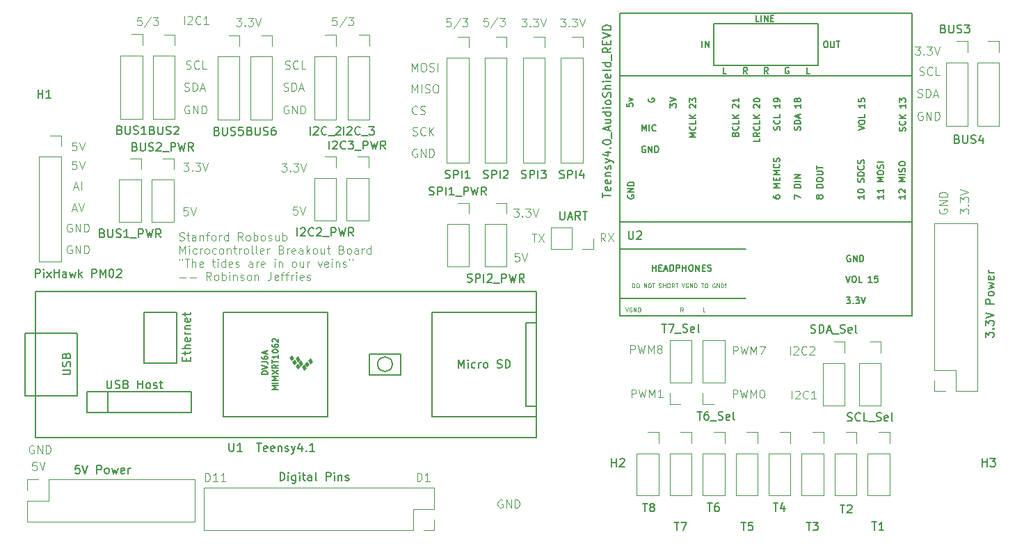
<source format=gbr>
%TF.GenerationSoftware,KiCad,Pcbnew,8.0.3*%
%TF.CreationDate,2024-07-14T18:55:44-07:00*%
%TF.ProjectId,robosub_teensy,726f626f-7375-4625-9f74-65656e73792e,rev?*%
%TF.SameCoordinates,Original*%
%TF.FileFunction,Legend,Top*%
%TF.FilePolarity,Positive*%
%FSLAX46Y46*%
G04 Gerber Fmt 4.6, Leading zero omitted, Abs format (unit mm)*
G04 Created by KiCad (PCBNEW 8.0.3) date 2024-07-14 18:55:44*
%MOMM*%
%LPD*%
G01*
G04 APERTURE LIST*
%ADD10C,0.100000*%
%ADD11C,0.150000*%
%ADD12C,0.127000*%
%ADD13C,0.101600*%
%ADD14C,0.120000*%
G04 APERTURE END LIST*
D10*
X147322265Y-184986968D02*
X147465122Y-185034587D01*
X147465122Y-185034587D02*
X147703217Y-185034587D01*
X147703217Y-185034587D02*
X147798455Y-184986968D01*
X147798455Y-184986968D02*
X147846074Y-184939348D01*
X147846074Y-184939348D02*
X147893693Y-184844110D01*
X147893693Y-184844110D02*
X147893693Y-184748872D01*
X147893693Y-184748872D02*
X147846074Y-184653634D01*
X147846074Y-184653634D02*
X147798455Y-184606015D01*
X147798455Y-184606015D02*
X147703217Y-184558396D01*
X147703217Y-184558396D02*
X147512741Y-184510777D01*
X147512741Y-184510777D02*
X147417503Y-184463158D01*
X147417503Y-184463158D02*
X147369884Y-184415539D01*
X147369884Y-184415539D02*
X147322265Y-184320301D01*
X147322265Y-184320301D02*
X147322265Y-184225063D01*
X147322265Y-184225063D02*
X147369884Y-184129825D01*
X147369884Y-184129825D02*
X147417503Y-184082206D01*
X147417503Y-184082206D02*
X147512741Y-184034587D01*
X147512741Y-184034587D02*
X147750836Y-184034587D01*
X147750836Y-184034587D02*
X147893693Y-184082206D01*
X148179408Y-184367920D02*
X148560360Y-184367920D01*
X148322265Y-184034587D02*
X148322265Y-184891729D01*
X148322265Y-184891729D02*
X148369884Y-184986968D01*
X148369884Y-184986968D02*
X148465122Y-185034587D01*
X148465122Y-185034587D02*
X148560360Y-185034587D01*
X149322265Y-185034587D02*
X149322265Y-184510777D01*
X149322265Y-184510777D02*
X149274646Y-184415539D01*
X149274646Y-184415539D02*
X149179408Y-184367920D01*
X149179408Y-184367920D02*
X148988932Y-184367920D01*
X148988932Y-184367920D02*
X148893694Y-184415539D01*
X149322265Y-184986968D02*
X149227027Y-185034587D01*
X149227027Y-185034587D02*
X148988932Y-185034587D01*
X148988932Y-185034587D02*
X148893694Y-184986968D01*
X148893694Y-184986968D02*
X148846075Y-184891729D01*
X148846075Y-184891729D02*
X148846075Y-184796491D01*
X148846075Y-184796491D02*
X148893694Y-184701253D01*
X148893694Y-184701253D02*
X148988932Y-184653634D01*
X148988932Y-184653634D02*
X149227027Y-184653634D01*
X149227027Y-184653634D02*
X149322265Y-184606015D01*
X149798456Y-184367920D02*
X149798456Y-185034587D01*
X149798456Y-184463158D02*
X149846075Y-184415539D01*
X149846075Y-184415539D02*
X149941313Y-184367920D01*
X149941313Y-184367920D02*
X150084170Y-184367920D01*
X150084170Y-184367920D02*
X150179408Y-184415539D01*
X150179408Y-184415539D02*
X150227027Y-184510777D01*
X150227027Y-184510777D02*
X150227027Y-185034587D01*
X150560361Y-184367920D02*
X150941313Y-184367920D01*
X150703218Y-185034587D02*
X150703218Y-184177444D01*
X150703218Y-184177444D02*
X150750837Y-184082206D01*
X150750837Y-184082206D02*
X150846075Y-184034587D01*
X150846075Y-184034587D02*
X150941313Y-184034587D01*
X151417504Y-185034587D02*
X151322266Y-184986968D01*
X151322266Y-184986968D02*
X151274647Y-184939348D01*
X151274647Y-184939348D02*
X151227028Y-184844110D01*
X151227028Y-184844110D02*
X151227028Y-184558396D01*
X151227028Y-184558396D02*
X151274647Y-184463158D01*
X151274647Y-184463158D02*
X151322266Y-184415539D01*
X151322266Y-184415539D02*
X151417504Y-184367920D01*
X151417504Y-184367920D02*
X151560361Y-184367920D01*
X151560361Y-184367920D02*
X151655599Y-184415539D01*
X151655599Y-184415539D02*
X151703218Y-184463158D01*
X151703218Y-184463158D02*
X151750837Y-184558396D01*
X151750837Y-184558396D02*
X151750837Y-184844110D01*
X151750837Y-184844110D02*
X151703218Y-184939348D01*
X151703218Y-184939348D02*
X151655599Y-184986968D01*
X151655599Y-184986968D02*
X151560361Y-185034587D01*
X151560361Y-185034587D02*
X151417504Y-185034587D01*
X152179409Y-185034587D02*
X152179409Y-184367920D01*
X152179409Y-184558396D02*
X152227028Y-184463158D01*
X152227028Y-184463158D02*
X152274647Y-184415539D01*
X152274647Y-184415539D02*
X152369885Y-184367920D01*
X152369885Y-184367920D02*
X152465123Y-184367920D01*
X153227028Y-185034587D02*
X153227028Y-184034587D01*
X153227028Y-184986968D02*
X153131790Y-185034587D01*
X153131790Y-185034587D02*
X152941314Y-185034587D01*
X152941314Y-185034587D02*
X152846076Y-184986968D01*
X152846076Y-184986968D02*
X152798457Y-184939348D01*
X152798457Y-184939348D02*
X152750838Y-184844110D01*
X152750838Y-184844110D02*
X152750838Y-184558396D01*
X152750838Y-184558396D02*
X152798457Y-184463158D01*
X152798457Y-184463158D02*
X152846076Y-184415539D01*
X152846076Y-184415539D02*
X152941314Y-184367920D01*
X152941314Y-184367920D02*
X153131790Y-184367920D01*
X153131790Y-184367920D02*
X153227028Y-184415539D01*
X155036552Y-185034587D02*
X154703219Y-184558396D01*
X154465124Y-185034587D02*
X154465124Y-184034587D01*
X154465124Y-184034587D02*
X154846076Y-184034587D01*
X154846076Y-184034587D02*
X154941314Y-184082206D01*
X154941314Y-184082206D02*
X154988933Y-184129825D01*
X154988933Y-184129825D02*
X155036552Y-184225063D01*
X155036552Y-184225063D02*
X155036552Y-184367920D01*
X155036552Y-184367920D02*
X154988933Y-184463158D01*
X154988933Y-184463158D02*
X154941314Y-184510777D01*
X154941314Y-184510777D02*
X154846076Y-184558396D01*
X154846076Y-184558396D02*
X154465124Y-184558396D01*
X155607981Y-185034587D02*
X155512743Y-184986968D01*
X155512743Y-184986968D02*
X155465124Y-184939348D01*
X155465124Y-184939348D02*
X155417505Y-184844110D01*
X155417505Y-184844110D02*
X155417505Y-184558396D01*
X155417505Y-184558396D02*
X155465124Y-184463158D01*
X155465124Y-184463158D02*
X155512743Y-184415539D01*
X155512743Y-184415539D02*
X155607981Y-184367920D01*
X155607981Y-184367920D02*
X155750838Y-184367920D01*
X155750838Y-184367920D02*
X155846076Y-184415539D01*
X155846076Y-184415539D02*
X155893695Y-184463158D01*
X155893695Y-184463158D02*
X155941314Y-184558396D01*
X155941314Y-184558396D02*
X155941314Y-184844110D01*
X155941314Y-184844110D02*
X155893695Y-184939348D01*
X155893695Y-184939348D02*
X155846076Y-184986968D01*
X155846076Y-184986968D02*
X155750838Y-185034587D01*
X155750838Y-185034587D02*
X155607981Y-185034587D01*
X156369886Y-185034587D02*
X156369886Y-184034587D01*
X156369886Y-184415539D02*
X156465124Y-184367920D01*
X156465124Y-184367920D02*
X156655600Y-184367920D01*
X156655600Y-184367920D02*
X156750838Y-184415539D01*
X156750838Y-184415539D02*
X156798457Y-184463158D01*
X156798457Y-184463158D02*
X156846076Y-184558396D01*
X156846076Y-184558396D02*
X156846076Y-184844110D01*
X156846076Y-184844110D02*
X156798457Y-184939348D01*
X156798457Y-184939348D02*
X156750838Y-184986968D01*
X156750838Y-184986968D02*
X156655600Y-185034587D01*
X156655600Y-185034587D02*
X156465124Y-185034587D01*
X156465124Y-185034587D02*
X156369886Y-184986968D01*
X157417505Y-185034587D02*
X157322267Y-184986968D01*
X157322267Y-184986968D02*
X157274648Y-184939348D01*
X157274648Y-184939348D02*
X157227029Y-184844110D01*
X157227029Y-184844110D02*
X157227029Y-184558396D01*
X157227029Y-184558396D02*
X157274648Y-184463158D01*
X157274648Y-184463158D02*
X157322267Y-184415539D01*
X157322267Y-184415539D02*
X157417505Y-184367920D01*
X157417505Y-184367920D02*
X157560362Y-184367920D01*
X157560362Y-184367920D02*
X157655600Y-184415539D01*
X157655600Y-184415539D02*
X157703219Y-184463158D01*
X157703219Y-184463158D02*
X157750838Y-184558396D01*
X157750838Y-184558396D02*
X157750838Y-184844110D01*
X157750838Y-184844110D02*
X157703219Y-184939348D01*
X157703219Y-184939348D02*
X157655600Y-184986968D01*
X157655600Y-184986968D02*
X157560362Y-185034587D01*
X157560362Y-185034587D02*
X157417505Y-185034587D01*
X158131791Y-184986968D02*
X158227029Y-185034587D01*
X158227029Y-185034587D02*
X158417505Y-185034587D01*
X158417505Y-185034587D02*
X158512743Y-184986968D01*
X158512743Y-184986968D02*
X158560362Y-184891729D01*
X158560362Y-184891729D02*
X158560362Y-184844110D01*
X158560362Y-184844110D02*
X158512743Y-184748872D01*
X158512743Y-184748872D02*
X158417505Y-184701253D01*
X158417505Y-184701253D02*
X158274648Y-184701253D01*
X158274648Y-184701253D02*
X158179410Y-184653634D01*
X158179410Y-184653634D02*
X158131791Y-184558396D01*
X158131791Y-184558396D02*
X158131791Y-184510777D01*
X158131791Y-184510777D02*
X158179410Y-184415539D01*
X158179410Y-184415539D02*
X158274648Y-184367920D01*
X158274648Y-184367920D02*
X158417505Y-184367920D01*
X158417505Y-184367920D02*
X158512743Y-184415539D01*
X159417505Y-184367920D02*
X159417505Y-185034587D01*
X158988934Y-184367920D02*
X158988934Y-184891729D01*
X158988934Y-184891729D02*
X159036553Y-184986968D01*
X159036553Y-184986968D02*
X159131791Y-185034587D01*
X159131791Y-185034587D02*
X159274648Y-185034587D01*
X159274648Y-185034587D02*
X159369886Y-184986968D01*
X159369886Y-184986968D02*
X159417505Y-184939348D01*
X159893696Y-185034587D02*
X159893696Y-184034587D01*
X159893696Y-184415539D02*
X159988934Y-184367920D01*
X159988934Y-184367920D02*
X160179410Y-184367920D01*
X160179410Y-184367920D02*
X160274648Y-184415539D01*
X160274648Y-184415539D02*
X160322267Y-184463158D01*
X160322267Y-184463158D02*
X160369886Y-184558396D01*
X160369886Y-184558396D02*
X160369886Y-184844110D01*
X160369886Y-184844110D02*
X160322267Y-184939348D01*
X160322267Y-184939348D02*
X160274648Y-184986968D01*
X160274648Y-184986968D02*
X160179410Y-185034587D01*
X160179410Y-185034587D02*
X159988934Y-185034587D01*
X159988934Y-185034587D02*
X159893696Y-184986968D01*
X147369884Y-186644531D02*
X147369884Y-185644531D01*
X147369884Y-185644531D02*
X147703217Y-186358816D01*
X147703217Y-186358816D02*
X148036550Y-185644531D01*
X148036550Y-185644531D02*
X148036550Y-186644531D01*
X148512741Y-186644531D02*
X148512741Y-185977864D01*
X148512741Y-185644531D02*
X148465122Y-185692150D01*
X148465122Y-185692150D02*
X148512741Y-185739769D01*
X148512741Y-185739769D02*
X148560360Y-185692150D01*
X148560360Y-185692150D02*
X148512741Y-185644531D01*
X148512741Y-185644531D02*
X148512741Y-185739769D01*
X149417502Y-186596912D02*
X149322264Y-186644531D01*
X149322264Y-186644531D02*
X149131788Y-186644531D01*
X149131788Y-186644531D02*
X149036550Y-186596912D01*
X149036550Y-186596912D02*
X148988931Y-186549292D01*
X148988931Y-186549292D02*
X148941312Y-186454054D01*
X148941312Y-186454054D02*
X148941312Y-186168340D01*
X148941312Y-186168340D02*
X148988931Y-186073102D01*
X148988931Y-186073102D02*
X149036550Y-186025483D01*
X149036550Y-186025483D02*
X149131788Y-185977864D01*
X149131788Y-185977864D02*
X149322264Y-185977864D01*
X149322264Y-185977864D02*
X149417502Y-186025483D01*
X149846074Y-186644531D02*
X149846074Y-185977864D01*
X149846074Y-186168340D02*
X149893693Y-186073102D01*
X149893693Y-186073102D02*
X149941312Y-186025483D01*
X149941312Y-186025483D02*
X150036550Y-185977864D01*
X150036550Y-185977864D02*
X150131788Y-185977864D01*
X150607979Y-186644531D02*
X150512741Y-186596912D01*
X150512741Y-186596912D02*
X150465122Y-186549292D01*
X150465122Y-186549292D02*
X150417503Y-186454054D01*
X150417503Y-186454054D02*
X150417503Y-186168340D01*
X150417503Y-186168340D02*
X150465122Y-186073102D01*
X150465122Y-186073102D02*
X150512741Y-186025483D01*
X150512741Y-186025483D02*
X150607979Y-185977864D01*
X150607979Y-185977864D02*
X150750836Y-185977864D01*
X150750836Y-185977864D02*
X150846074Y-186025483D01*
X150846074Y-186025483D02*
X150893693Y-186073102D01*
X150893693Y-186073102D02*
X150941312Y-186168340D01*
X150941312Y-186168340D02*
X150941312Y-186454054D01*
X150941312Y-186454054D02*
X150893693Y-186549292D01*
X150893693Y-186549292D02*
X150846074Y-186596912D01*
X150846074Y-186596912D02*
X150750836Y-186644531D01*
X150750836Y-186644531D02*
X150607979Y-186644531D01*
X151798455Y-186596912D02*
X151703217Y-186644531D01*
X151703217Y-186644531D02*
X151512741Y-186644531D01*
X151512741Y-186644531D02*
X151417503Y-186596912D01*
X151417503Y-186596912D02*
X151369884Y-186549292D01*
X151369884Y-186549292D02*
X151322265Y-186454054D01*
X151322265Y-186454054D02*
X151322265Y-186168340D01*
X151322265Y-186168340D02*
X151369884Y-186073102D01*
X151369884Y-186073102D02*
X151417503Y-186025483D01*
X151417503Y-186025483D02*
X151512741Y-185977864D01*
X151512741Y-185977864D02*
X151703217Y-185977864D01*
X151703217Y-185977864D02*
X151798455Y-186025483D01*
X152369884Y-186644531D02*
X152274646Y-186596912D01*
X152274646Y-186596912D02*
X152227027Y-186549292D01*
X152227027Y-186549292D02*
X152179408Y-186454054D01*
X152179408Y-186454054D02*
X152179408Y-186168340D01*
X152179408Y-186168340D02*
X152227027Y-186073102D01*
X152227027Y-186073102D02*
X152274646Y-186025483D01*
X152274646Y-186025483D02*
X152369884Y-185977864D01*
X152369884Y-185977864D02*
X152512741Y-185977864D01*
X152512741Y-185977864D02*
X152607979Y-186025483D01*
X152607979Y-186025483D02*
X152655598Y-186073102D01*
X152655598Y-186073102D02*
X152703217Y-186168340D01*
X152703217Y-186168340D02*
X152703217Y-186454054D01*
X152703217Y-186454054D02*
X152655598Y-186549292D01*
X152655598Y-186549292D02*
X152607979Y-186596912D01*
X152607979Y-186596912D02*
X152512741Y-186644531D01*
X152512741Y-186644531D02*
X152369884Y-186644531D01*
X153131789Y-185977864D02*
X153131789Y-186644531D01*
X153131789Y-186073102D02*
X153179408Y-186025483D01*
X153179408Y-186025483D02*
X153274646Y-185977864D01*
X153274646Y-185977864D02*
X153417503Y-185977864D01*
X153417503Y-185977864D02*
X153512741Y-186025483D01*
X153512741Y-186025483D02*
X153560360Y-186120721D01*
X153560360Y-186120721D02*
X153560360Y-186644531D01*
X153893694Y-185977864D02*
X154274646Y-185977864D01*
X154036551Y-185644531D02*
X154036551Y-186501673D01*
X154036551Y-186501673D02*
X154084170Y-186596912D01*
X154084170Y-186596912D02*
X154179408Y-186644531D01*
X154179408Y-186644531D02*
X154274646Y-186644531D01*
X154607980Y-186644531D02*
X154607980Y-185977864D01*
X154607980Y-186168340D02*
X154655599Y-186073102D01*
X154655599Y-186073102D02*
X154703218Y-186025483D01*
X154703218Y-186025483D02*
X154798456Y-185977864D01*
X154798456Y-185977864D02*
X154893694Y-185977864D01*
X155369885Y-186644531D02*
X155274647Y-186596912D01*
X155274647Y-186596912D02*
X155227028Y-186549292D01*
X155227028Y-186549292D02*
X155179409Y-186454054D01*
X155179409Y-186454054D02*
X155179409Y-186168340D01*
X155179409Y-186168340D02*
X155227028Y-186073102D01*
X155227028Y-186073102D02*
X155274647Y-186025483D01*
X155274647Y-186025483D02*
X155369885Y-185977864D01*
X155369885Y-185977864D02*
X155512742Y-185977864D01*
X155512742Y-185977864D02*
X155607980Y-186025483D01*
X155607980Y-186025483D02*
X155655599Y-186073102D01*
X155655599Y-186073102D02*
X155703218Y-186168340D01*
X155703218Y-186168340D02*
X155703218Y-186454054D01*
X155703218Y-186454054D02*
X155655599Y-186549292D01*
X155655599Y-186549292D02*
X155607980Y-186596912D01*
X155607980Y-186596912D02*
X155512742Y-186644531D01*
X155512742Y-186644531D02*
X155369885Y-186644531D01*
X156274647Y-186644531D02*
X156179409Y-186596912D01*
X156179409Y-186596912D02*
X156131790Y-186501673D01*
X156131790Y-186501673D02*
X156131790Y-185644531D01*
X156798457Y-186644531D02*
X156703219Y-186596912D01*
X156703219Y-186596912D02*
X156655600Y-186501673D01*
X156655600Y-186501673D02*
X156655600Y-185644531D01*
X157560362Y-186596912D02*
X157465124Y-186644531D01*
X157465124Y-186644531D02*
X157274648Y-186644531D01*
X157274648Y-186644531D02*
X157179410Y-186596912D01*
X157179410Y-186596912D02*
X157131791Y-186501673D01*
X157131791Y-186501673D02*
X157131791Y-186120721D01*
X157131791Y-186120721D02*
X157179410Y-186025483D01*
X157179410Y-186025483D02*
X157274648Y-185977864D01*
X157274648Y-185977864D02*
X157465124Y-185977864D01*
X157465124Y-185977864D02*
X157560362Y-186025483D01*
X157560362Y-186025483D02*
X157607981Y-186120721D01*
X157607981Y-186120721D02*
X157607981Y-186215959D01*
X157607981Y-186215959D02*
X157131791Y-186311197D01*
X158036553Y-186644531D02*
X158036553Y-185977864D01*
X158036553Y-186168340D02*
X158084172Y-186073102D01*
X158084172Y-186073102D02*
X158131791Y-186025483D01*
X158131791Y-186025483D02*
X158227029Y-185977864D01*
X158227029Y-185977864D02*
X158322267Y-185977864D01*
X159750839Y-186120721D02*
X159893696Y-186168340D01*
X159893696Y-186168340D02*
X159941315Y-186215959D01*
X159941315Y-186215959D02*
X159988934Y-186311197D01*
X159988934Y-186311197D02*
X159988934Y-186454054D01*
X159988934Y-186454054D02*
X159941315Y-186549292D01*
X159941315Y-186549292D02*
X159893696Y-186596912D01*
X159893696Y-186596912D02*
X159798458Y-186644531D01*
X159798458Y-186644531D02*
X159417506Y-186644531D01*
X159417506Y-186644531D02*
X159417506Y-185644531D01*
X159417506Y-185644531D02*
X159750839Y-185644531D01*
X159750839Y-185644531D02*
X159846077Y-185692150D01*
X159846077Y-185692150D02*
X159893696Y-185739769D01*
X159893696Y-185739769D02*
X159941315Y-185835007D01*
X159941315Y-185835007D02*
X159941315Y-185930245D01*
X159941315Y-185930245D02*
X159893696Y-186025483D01*
X159893696Y-186025483D02*
X159846077Y-186073102D01*
X159846077Y-186073102D02*
X159750839Y-186120721D01*
X159750839Y-186120721D02*
X159417506Y-186120721D01*
X160417506Y-186644531D02*
X160417506Y-185977864D01*
X160417506Y-186168340D02*
X160465125Y-186073102D01*
X160465125Y-186073102D02*
X160512744Y-186025483D01*
X160512744Y-186025483D02*
X160607982Y-185977864D01*
X160607982Y-185977864D02*
X160703220Y-185977864D01*
X161417506Y-186596912D02*
X161322268Y-186644531D01*
X161322268Y-186644531D02*
X161131792Y-186644531D01*
X161131792Y-186644531D02*
X161036554Y-186596912D01*
X161036554Y-186596912D02*
X160988935Y-186501673D01*
X160988935Y-186501673D02*
X160988935Y-186120721D01*
X160988935Y-186120721D02*
X161036554Y-186025483D01*
X161036554Y-186025483D02*
X161131792Y-185977864D01*
X161131792Y-185977864D02*
X161322268Y-185977864D01*
X161322268Y-185977864D02*
X161417506Y-186025483D01*
X161417506Y-186025483D02*
X161465125Y-186120721D01*
X161465125Y-186120721D02*
X161465125Y-186215959D01*
X161465125Y-186215959D02*
X160988935Y-186311197D01*
X162322268Y-186644531D02*
X162322268Y-186120721D01*
X162322268Y-186120721D02*
X162274649Y-186025483D01*
X162274649Y-186025483D02*
X162179411Y-185977864D01*
X162179411Y-185977864D02*
X161988935Y-185977864D01*
X161988935Y-185977864D02*
X161893697Y-186025483D01*
X162322268Y-186596912D02*
X162227030Y-186644531D01*
X162227030Y-186644531D02*
X161988935Y-186644531D01*
X161988935Y-186644531D02*
X161893697Y-186596912D01*
X161893697Y-186596912D02*
X161846078Y-186501673D01*
X161846078Y-186501673D02*
X161846078Y-186406435D01*
X161846078Y-186406435D02*
X161893697Y-186311197D01*
X161893697Y-186311197D02*
X161988935Y-186263578D01*
X161988935Y-186263578D02*
X162227030Y-186263578D01*
X162227030Y-186263578D02*
X162322268Y-186215959D01*
X162798459Y-186644531D02*
X162798459Y-185644531D01*
X162893697Y-186263578D02*
X163179411Y-186644531D01*
X163179411Y-185977864D02*
X162798459Y-186358816D01*
X163750840Y-186644531D02*
X163655602Y-186596912D01*
X163655602Y-186596912D02*
X163607983Y-186549292D01*
X163607983Y-186549292D02*
X163560364Y-186454054D01*
X163560364Y-186454054D02*
X163560364Y-186168340D01*
X163560364Y-186168340D02*
X163607983Y-186073102D01*
X163607983Y-186073102D02*
X163655602Y-186025483D01*
X163655602Y-186025483D02*
X163750840Y-185977864D01*
X163750840Y-185977864D02*
X163893697Y-185977864D01*
X163893697Y-185977864D02*
X163988935Y-186025483D01*
X163988935Y-186025483D02*
X164036554Y-186073102D01*
X164036554Y-186073102D02*
X164084173Y-186168340D01*
X164084173Y-186168340D02*
X164084173Y-186454054D01*
X164084173Y-186454054D02*
X164036554Y-186549292D01*
X164036554Y-186549292D02*
X163988935Y-186596912D01*
X163988935Y-186596912D02*
X163893697Y-186644531D01*
X163893697Y-186644531D02*
X163750840Y-186644531D01*
X164941316Y-185977864D02*
X164941316Y-186644531D01*
X164512745Y-185977864D02*
X164512745Y-186501673D01*
X164512745Y-186501673D02*
X164560364Y-186596912D01*
X164560364Y-186596912D02*
X164655602Y-186644531D01*
X164655602Y-186644531D02*
X164798459Y-186644531D01*
X164798459Y-186644531D02*
X164893697Y-186596912D01*
X164893697Y-186596912D02*
X164941316Y-186549292D01*
X165274650Y-185977864D02*
X165655602Y-185977864D01*
X165417507Y-185644531D02*
X165417507Y-186501673D01*
X165417507Y-186501673D02*
X165465126Y-186596912D01*
X165465126Y-186596912D02*
X165560364Y-186644531D01*
X165560364Y-186644531D02*
X165655602Y-186644531D01*
X167084174Y-186120721D02*
X167227031Y-186168340D01*
X167227031Y-186168340D02*
X167274650Y-186215959D01*
X167274650Y-186215959D02*
X167322269Y-186311197D01*
X167322269Y-186311197D02*
X167322269Y-186454054D01*
X167322269Y-186454054D02*
X167274650Y-186549292D01*
X167274650Y-186549292D02*
X167227031Y-186596912D01*
X167227031Y-186596912D02*
X167131793Y-186644531D01*
X167131793Y-186644531D02*
X166750841Y-186644531D01*
X166750841Y-186644531D02*
X166750841Y-185644531D01*
X166750841Y-185644531D02*
X167084174Y-185644531D01*
X167084174Y-185644531D02*
X167179412Y-185692150D01*
X167179412Y-185692150D02*
X167227031Y-185739769D01*
X167227031Y-185739769D02*
X167274650Y-185835007D01*
X167274650Y-185835007D02*
X167274650Y-185930245D01*
X167274650Y-185930245D02*
X167227031Y-186025483D01*
X167227031Y-186025483D02*
X167179412Y-186073102D01*
X167179412Y-186073102D02*
X167084174Y-186120721D01*
X167084174Y-186120721D02*
X166750841Y-186120721D01*
X167893698Y-186644531D02*
X167798460Y-186596912D01*
X167798460Y-186596912D02*
X167750841Y-186549292D01*
X167750841Y-186549292D02*
X167703222Y-186454054D01*
X167703222Y-186454054D02*
X167703222Y-186168340D01*
X167703222Y-186168340D02*
X167750841Y-186073102D01*
X167750841Y-186073102D02*
X167798460Y-186025483D01*
X167798460Y-186025483D02*
X167893698Y-185977864D01*
X167893698Y-185977864D02*
X168036555Y-185977864D01*
X168036555Y-185977864D02*
X168131793Y-186025483D01*
X168131793Y-186025483D02*
X168179412Y-186073102D01*
X168179412Y-186073102D02*
X168227031Y-186168340D01*
X168227031Y-186168340D02*
X168227031Y-186454054D01*
X168227031Y-186454054D02*
X168179412Y-186549292D01*
X168179412Y-186549292D02*
X168131793Y-186596912D01*
X168131793Y-186596912D02*
X168036555Y-186644531D01*
X168036555Y-186644531D02*
X167893698Y-186644531D01*
X169084174Y-186644531D02*
X169084174Y-186120721D01*
X169084174Y-186120721D02*
X169036555Y-186025483D01*
X169036555Y-186025483D02*
X168941317Y-185977864D01*
X168941317Y-185977864D02*
X168750841Y-185977864D01*
X168750841Y-185977864D02*
X168655603Y-186025483D01*
X169084174Y-186596912D02*
X168988936Y-186644531D01*
X168988936Y-186644531D02*
X168750841Y-186644531D01*
X168750841Y-186644531D02*
X168655603Y-186596912D01*
X168655603Y-186596912D02*
X168607984Y-186501673D01*
X168607984Y-186501673D02*
X168607984Y-186406435D01*
X168607984Y-186406435D02*
X168655603Y-186311197D01*
X168655603Y-186311197D02*
X168750841Y-186263578D01*
X168750841Y-186263578D02*
X168988936Y-186263578D01*
X168988936Y-186263578D02*
X169084174Y-186215959D01*
X169560365Y-186644531D02*
X169560365Y-185977864D01*
X169560365Y-186168340D02*
X169607984Y-186073102D01*
X169607984Y-186073102D02*
X169655603Y-186025483D01*
X169655603Y-186025483D02*
X169750841Y-185977864D01*
X169750841Y-185977864D02*
X169846079Y-185977864D01*
X170607984Y-186644531D02*
X170607984Y-185644531D01*
X170607984Y-186596912D02*
X170512746Y-186644531D01*
X170512746Y-186644531D02*
X170322270Y-186644531D01*
X170322270Y-186644531D02*
X170227032Y-186596912D01*
X170227032Y-186596912D02*
X170179413Y-186549292D01*
X170179413Y-186549292D02*
X170131794Y-186454054D01*
X170131794Y-186454054D02*
X170131794Y-186168340D01*
X170131794Y-186168340D02*
X170179413Y-186073102D01*
X170179413Y-186073102D02*
X170227032Y-186025483D01*
X170227032Y-186025483D02*
X170322270Y-185977864D01*
X170322270Y-185977864D02*
X170512746Y-185977864D01*
X170512746Y-185977864D02*
X170607984Y-186025483D01*
X147322265Y-187254475D02*
X147322265Y-187444951D01*
X147703217Y-187254475D02*
X147703217Y-187444951D01*
X147988932Y-187254475D02*
X148560360Y-187254475D01*
X148274646Y-188254475D02*
X148274646Y-187254475D01*
X148893694Y-188254475D02*
X148893694Y-187254475D01*
X149322265Y-188254475D02*
X149322265Y-187730665D01*
X149322265Y-187730665D02*
X149274646Y-187635427D01*
X149274646Y-187635427D02*
X149179408Y-187587808D01*
X149179408Y-187587808D02*
X149036551Y-187587808D01*
X149036551Y-187587808D02*
X148941313Y-187635427D01*
X148941313Y-187635427D02*
X148893694Y-187683046D01*
X150179408Y-188206856D02*
X150084170Y-188254475D01*
X150084170Y-188254475D02*
X149893694Y-188254475D01*
X149893694Y-188254475D02*
X149798456Y-188206856D01*
X149798456Y-188206856D02*
X149750837Y-188111617D01*
X149750837Y-188111617D02*
X149750837Y-187730665D01*
X149750837Y-187730665D02*
X149798456Y-187635427D01*
X149798456Y-187635427D02*
X149893694Y-187587808D01*
X149893694Y-187587808D02*
X150084170Y-187587808D01*
X150084170Y-187587808D02*
X150179408Y-187635427D01*
X150179408Y-187635427D02*
X150227027Y-187730665D01*
X150227027Y-187730665D02*
X150227027Y-187825903D01*
X150227027Y-187825903D02*
X149750837Y-187921141D01*
X151274647Y-187587808D02*
X151655599Y-187587808D01*
X151417504Y-187254475D02*
X151417504Y-188111617D01*
X151417504Y-188111617D02*
X151465123Y-188206856D01*
X151465123Y-188206856D02*
X151560361Y-188254475D01*
X151560361Y-188254475D02*
X151655599Y-188254475D01*
X151988933Y-188254475D02*
X151988933Y-187587808D01*
X151988933Y-187254475D02*
X151941314Y-187302094D01*
X151941314Y-187302094D02*
X151988933Y-187349713D01*
X151988933Y-187349713D02*
X152036552Y-187302094D01*
X152036552Y-187302094D02*
X151988933Y-187254475D01*
X151988933Y-187254475D02*
X151988933Y-187349713D01*
X152893694Y-188254475D02*
X152893694Y-187254475D01*
X152893694Y-188206856D02*
X152798456Y-188254475D01*
X152798456Y-188254475D02*
X152607980Y-188254475D01*
X152607980Y-188254475D02*
X152512742Y-188206856D01*
X152512742Y-188206856D02*
X152465123Y-188159236D01*
X152465123Y-188159236D02*
X152417504Y-188063998D01*
X152417504Y-188063998D02*
X152417504Y-187778284D01*
X152417504Y-187778284D02*
X152465123Y-187683046D01*
X152465123Y-187683046D02*
X152512742Y-187635427D01*
X152512742Y-187635427D02*
X152607980Y-187587808D01*
X152607980Y-187587808D02*
X152798456Y-187587808D01*
X152798456Y-187587808D02*
X152893694Y-187635427D01*
X153750837Y-188206856D02*
X153655599Y-188254475D01*
X153655599Y-188254475D02*
X153465123Y-188254475D01*
X153465123Y-188254475D02*
X153369885Y-188206856D01*
X153369885Y-188206856D02*
X153322266Y-188111617D01*
X153322266Y-188111617D02*
X153322266Y-187730665D01*
X153322266Y-187730665D02*
X153369885Y-187635427D01*
X153369885Y-187635427D02*
X153465123Y-187587808D01*
X153465123Y-187587808D02*
X153655599Y-187587808D01*
X153655599Y-187587808D02*
X153750837Y-187635427D01*
X153750837Y-187635427D02*
X153798456Y-187730665D01*
X153798456Y-187730665D02*
X153798456Y-187825903D01*
X153798456Y-187825903D02*
X153322266Y-187921141D01*
X154179409Y-188206856D02*
X154274647Y-188254475D01*
X154274647Y-188254475D02*
X154465123Y-188254475D01*
X154465123Y-188254475D02*
X154560361Y-188206856D01*
X154560361Y-188206856D02*
X154607980Y-188111617D01*
X154607980Y-188111617D02*
X154607980Y-188063998D01*
X154607980Y-188063998D02*
X154560361Y-187968760D01*
X154560361Y-187968760D02*
X154465123Y-187921141D01*
X154465123Y-187921141D02*
X154322266Y-187921141D01*
X154322266Y-187921141D02*
X154227028Y-187873522D01*
X154227028Y-187873522D02*
X154179409Y-187778284D01*
X154179409Y-187778284D02*
X154179409Y-187730665D01*
X154179409Y-187730665D02*
X154227028Y-187635427D01*
X154227028Y-187635427D02*
X154322266Y-187587808D01*
X154322266Y-187587808D02*
X154465123Y-187587808D01*
X154465123Y-187587808D02*
X154560361Y-187635427D01*
X156227028Y-188254475D02*
X156227028Y-187730665D01*
X156227028Y-187730665D02*
X156179409Y-187635427D01*
X156179409Y-187635427D02*
X156084171Y-187587808D01*
X156084171Y-187587808D02*
X155893695Y-187587808D01*
X155893695Y-187587808D02*
X155798457Y-187635427D01*
X156227028Y-188206856D02*
X156131790Y-188254475D01*
X156131790Y-188254475D02*
X155893695Y-188254475D01*
X155893695Y-188254475D02*
X155798457Y-188206856D01*
X155798457Y-188206856D02*
X155750838Y-188111617D01*
X155750838Y-188111617D02*
X155750838Y-188016379D01*
X155750838Y-188016379D02*
X155798457Y-187921141D01*
X155798457Y-187921141D02*
X155893695Y-187873522D01*
X155893695Y-187873522D02*
X156131790Y-187873522D01*
X156131790Y-187873522D02*
X156227028Y-187825903D01*
X156703219Y-188254475D02*
X156703219Y-187587808D01*
X156703219Y-187778284D02*
X156750838Y-187683046D01*
X156750838Y-187683046D02*
X156798457Y-187635427D01*
X156798457Y-187635427D02*
X156893695Y-187587808D01*
X156893695Y-187587808D02*
X156988933Y-187587808D01*
X157703219Y-188206856D02*
X157607981Y-188254475D01*
X157607981Y-188254475D02*
X157417505Y-188254475D01*
X157417505Y-188254475D02*
X157322267Y-188206856D01*
X157322267Y-188206856D02*
X157274648Y-188111617D01*
X157274648Y-188111617D02*
X157274648Y-187730665D01*
X157274648Y-187730665D02*
X157322267Y-187635427D01*
X157322267Y-187635427D02*
X157417505Y-187587808D01*
X157417505Y-187587808D02*
X157607981Y-187587808D01*
X157607981Y-187587808D02*
X157703219Y-187635427D01*
X157703219Y-187635427D02*
X157750838Y-187730665D01*
X157750838Y-187730665D02*
X157750838Y-187825903D01*
X157750838Y-187825903D02*
X157274648Y-187921141D01*
X158941315Y-188254475D02*
X158941315Y-187587808D01*
X158941315Y-187254475D02*
X158893696Y-187302094D01*
X158893696Y-187302094D02*
X158941315Y-187349713D01*
X158941315Y-187349713D02*
X158988934Y-187302094D01*
X158988934Y-187302094D02*
X158941315Y-187254475D01*
X158941315Y-187254475D02*
X158941315Y-187349713D01*
X159417505Y-187587808D02*
X159417505Y-188254475D01*
X159417505Y-187683046D02*
X159465124Y-187635427D01*
X159465124Y-187635427D02*
X159560362Y-187587808D01*
X159560362Y-187587808D02*
X159703219Y-187587808D01*
X159703219Y-187587808D02*
X159798457Y-187635427D01*
X159798457Y-187635427D02*
X159846076Y-187730665D01*
X159846076Y-187730665D02*
X159846076Y-188254475D01*
X161227029Y-188254475D02*
X161131791Y-188206856D01*
X161131791Y-188206856D02*
X161084172Y-188159236D01*
X161084172Y-188159236D02*
X161036553Y-188063998D01*
X161036553Y-188063998D02*
X161036553Y-187778284D01*
X161036553Y-187778284D02*
X161084172Y-187683046D01*
X161084172Y-187683046D02*
X161131791Y-187635427D01*
X161131791Y-187635427D02*
X161227029Y-187587808D01*
X161227029Y-187587808D02*
X161369886Y-187587808D01*
X161369886Y-187587808D02*
X161465124Y-187635427D01*
X161465124Y-187635427D02*
X161512743Y-187683046D01*
X161512743Y-187683046D02*
X161560362Y-187778284D01*
X161560362Y-187778284D02*
X161560362Y-188063998D01*
X161560362Y-188063998D02*
X161512743Y-188159236D01*
X161512743Y-188159236D02*
X161465124Y-188206856D01*
X161465124Y-188206856D02*
X161369886Y-188254475D01*
X161369886Y-188254475D02*
X161227029Y-188254475D01*
X162417505Y-187587808D02*
X162417505Y-188254475D01*
X161988934Y-187587808D02*
X161988934Y-188111617D01*
X161988934Y-188111617D02*
X162036553Y-188206856D01*
X162036553Y-188206856D02*
X162131791Y-188254475D01*
X162131791Y-188254475D02*
X162274648Y-188254475D01*
X162274648Y-188254475D02*
X162369886Y-188206856D01*
X162369886Y-188206856D02*
X162417505Y-188159236D01*
X162893696Y-188254475D02*
X162893696Y-187587808D01*
X162893696Y-187778284D02*
X162941315Y-187683046D01*
X162941315Y-187683046D02*
X162988934Y-187635427D01*
X162988934Y-187635427D02*
X163084172Y-187587808D01*
X163084172Y-187587808D02*
X163179410Y-187587808D01*
X164179411Y-187587808D02*
X164417506Y-188254475D01*
X164417506Y-188254475D02*
X164655601Y-187587808D01*
X165417506Y-188206856D02*
X165322268Y-188254475D01*
X165322268Y-188254475D02*
X165131792Y-188254475D01*
X165131792Y-188254475D02*
X165036554Y-188206856D01*
X165036554Y-188206856D02*
X164988935Y-188111617D01*
X164988935Y-188111617D02*
X164988935Y-187730665D01*
X164988935Y-187730665D02*
X165036554Y-187635427D01*
X165036554Y-187635427D02*
X165131792Y-187587808D01*
X165131792Y-187587808D02*
X165322268Y-187587808D01*
X165322268Y-187587808D02*
X165417506Y-187635427D01*
X165417506Y-187635427D02*
X165465125Y-187730665D01*
X165465125Y-187730665D02*
X165465125Y-187825903D01*
X165465125Y-187825903D02*
X164988935Y-187921141D01*
X165893697Y-188254475D02*
X165893697Y-187587808D01*
X165893697Y-187254475D02*
X165846078Y-187302094D01*
X165846078Y-187302094D02*
X165893697Y-187349713D01*
X165893697Y-187349713D02*
X165941316Y-187302094D01*
X165941316Y-187302094D02*
X165893697Y-187254475D01*
X165893697Y-187254475D02*
X165893697Y-187349713D01*
X166369887Y-187587808D02*
X166369887Y-188254475D01*
X166369887Y-187683046D02*
X166417506Y-187635427D01*
X166417506Y-187635427D02*
X166512744Y-187587808D01*
X166512744Y-187587808D02*
X166655601Y-187587808D01*
X166655601Y-187587808D02*
X166750839Y-187635427D01*
X166750839Y-187635427D02*
X166798458Y-187730665D01*
X166798458Y-187730665D02*
X166798458Y-188254475D01*
X167227030Y-188206856D02*
X167322268Y-188254475D01*
X167322268Y-188254475D02*
X167512744Y-188254475D01*
X167512744Y-188254475D02*
X167607982Y-188206856D01*
X167607982Y-188206856D02*
X167655601Y-188111617D01*
X167655601Y-188111617D02*
X167655601Y-188063998D01*
X167655601Y-188063998D02*
X167607982Y-187968760D01*
X167607982Y-187968760D02*
X167512744Y-187921141D01*
X167512744Y-187921141D02*
X167369887Y-187921141D01*
X167369887Y-187921141D02*
X167274649Y-187873522D01*
X167274649Y-187873522D02*
X167227030Y-187778284D01*
X167227030Y-187778284D02*
X167227030Y-187730665D01*
X167227030Y-187730665D02*
X167274649Y-187635427D01*
X167274649Y-187635427D02*
X167369887Y-187587808D01*
X167369887Y-187587808D02*
X167512744Y-187587808D01*
X167512744Y-187587808D02*
X167607982Y-187635427D01*
X168036554Y-187254475D02*
X168036554Y-187444951D01*
X168417506Y-187254475D02*
X168417506Y-187444951D01*
X147369884Y-189483466D02*
X148131789Y-189483466D01*
X148607979Y-189483466D02*
X149369884Y-189483466D01*
X151179407Y-189864419D02*
X150846074Y-189388228D01*
X150607979Y-189864419D02*
X150607979Y-188864419D01*
X150607979Y-188864419D02*
X150988931Y-188864419D01*
X150988931Y-188864419D02*
X151084169Y-188912038D01*
X151084169Y-188912038D02*
X151131788Y-188959657D01*
X151131788Y-188959657D02*
X151179407Y-189054895D01*
X151179407Y-189054895D02*
X151179407Y-189197752D01*
X151179407Y-189197752D02*
X151131788Y-189292990D01*
X151131788Y-189292990D02*
X151084169Y-189340609D01*
X151084169Y-189340609D02*
X150988931Y-189388228D01*
X150988931Y-189388228D02*
X150607979Y-189388228D01*
X151750836Y-189864419D02*
X151655598Y-189816800D01*
X151655598Y-189816800D02*
X151607979Y-189769180D01*
X151607979Y-189769180D02*
X151560360Y-189673942D01*
X151560360Y-189673942D02*
X151560360Y-189388228D01*
X151560360Y-189388228D02*
X151607979Y-189292990D01*
X151607979Y-189292990D02*
X151655598Y-189245371D01*
X151655598Y-189245371D02*
X151750836Y-189197752D01*
X151750836Y-189197752D02*
X151893693Y-189197752D01*
X151893693Y-189197752D02*
X151988931Y-189245371D01*
X151988931Y-189245371D02*
X152036550Y-189292990D01*
X152036550Y-189292990D02*
X152084169Y-189388228D01*
X152084169Y-189388228D02*
X152084169Y-189673942D01*
X152084169Y-189673942D02*
X152036550Y-189769180D01*
X152036550Y-189769180D02*
X151988931Y-189816800D01*
X151988931Y-189816800D02*
X151893693Y-189864419D01*
X151893693Y-189864419D02*
X151750836Y-189864419D01*
X152512741Y-189864419D02*
X152512741Y-188864419D01*
X152512741Y-189245371D02*
X152607979Y-189197752D01*
X152607979Y-189197752D02*
X152798455Y-189197752D01*
X152798455Y-189197752D02*
X152893693Y-189245371D01*
X152893693Y-189245371D02*
X152941312Y-189292990D01*
X152941312Y-189292990D02*
X152988931Y-189388228D01*
X152988931Y-189388228D02*
X152988931Y-189673942D01*
X152988931Y-189673942D02*
X152941312Y-189769180D01*
X152941312Y-189769180D02*
X152893693Y-189816800D01*
X152893693Y-189816800D02*
X152798455Y-189864419D01*
X152798455Y-189864419D02*
X152607979Y-189864419D01*
X152607979Y-189864419D02*
X152512741Y-189816800D01*
X153417503Y-189864419D02*
X153417503Y-189197752D01*
X153417503Y-188864419D02*
X153369884Y-188912038D01*
X153369884Y-188912038D02*
X153417503Y-188959657D01*
X153417503Y-188959657D02*
X153465122Y-188912038D01*
X153465122Y-188912038D02*
X153417503Y-188864419D01*
X153417503Y-188864419D02*
X153417503Y-188959657D01*
X153893693Y-189197752D02*
X153893693Y-189864419D01*
X153893693Y-189292990D02*
X153941312Y-189245371D01*
X153941312Y-189245371D02*
X154036550Y-189197752D01*
X154036550Y-189197752D02*
X154179407Y-189197752D01*
X154179407Y-189197752D02*
X154274645Y-189245371D01*
X154274645Y-189245371D02*
X154322264Y-189340609D01*
X154322264Y-189340609D02*
X154322264Y-189864419D01*
X154750836Y-189816800D02*
X154846074Y-189864419D01*
X154846074Y-189864419D02*
X155036550Y-189864419D01*
X155036550Y-189864419D02*
X155131788Y-189816800D01*
X155131788Y-189816800D02*
X155179407Y-189721561D01*
X155179407Y-189721561D02*
X155179407Y-189673942D01*
X155179407Y-189673942D02*
X155131788Y-189578704D01*
X155131788Y-189578704D02*
X155036550Y-189531085D01*
X155036550Y-189531085D02*
X154893693Y-189531085D01*
X154893693Y-189531085D02*
X154798455Y-189483466D01*
X154798455Y-189483466D02*
X154750836Y-189388228D01*
X154750836Y-189388228D02*
X154750836Y-189340609D01*
X154750836Y-189340609D02*
X154798455Y-189245371D01*
X154798455Y-189245371D02*
X154893693Y-189197752D01*
X154893693Y-189197752D02*
X155036550Y-189197752D01*
X155036550Y-189197752D02*
X155131788Y-189245371D01*
X155750836Y-189864419D02*
X155655598Y-189816800D01*
X155655598Y-189816800D02*
X155607979Y-189769180D01*
X155607979Y-189769180D02*
X155560360Y-189673942D01*
X155560360Y-189673942D02*
X155560360Y-189388228D01*
X155560360Y-189388228D02*
X155607979Y-189292990D01*
X155607979Y-189292990D02*
X155655598Y-189245371D01*
X155655598Y-189245371D02*
X155750836Y-189197752D01*
X155750836Y-189197752D02*
X155893693Y-189197752D01*
X155893693Y-189197752D02*
X155988931Y-189245371D01*
X155988931Y-189245371D02*
X156036550Y-189292990D01*
X156036550Y-189292990D02*
X156084169Y-189388228D01*
X156084169Y-189388228D02*
X156084169Y-189673942D01*
X156084169Y-189673942D02*
X156036550Y-189769180D01*
X156036550Y-189769180D02*
X155988931Y-189816800D01*
X155988931Y-189816800D02*
X155893693Y-189864419D01*
X155893693Y-189864419D02*
X155750836Y-189864419D01*
X156512741Y-189197752D02*
X156512741Y-189864419D01*
X156512741Y-189292990D02*
X156560360Y-189245371D01*
X156560360Y-189245371D02*
X156655598Y-189197752D01*
X156655598Y-189197752D02*
X156798455Y-189197752D01*
X156798455Y-189197752D02*
X156893693Y-189245371D01*
X156893693Y-189245371D02*
X156941312Y-189340609D01*
X156941312Y-189340609D02*
X156941312Y-189864419D01*
X158465122Y-188864419D02*
X158465122Y-189578704D01*
X158465122Y-189578704D02*
X158417503Y-189721561D01*
X158417503Y-189721561D02*
X158322265Y-189816800D01*
X158322265Y-189816800D02*
X158179408Y-189864419D01*
X158179408Y-189864419D02*
X158084170Y-189864419D01*
X159322265Y-189816800D02*
X159227027Y-189864419D01*
X159227027Y-189864419D02*
X159036551Y-189864419D01*
X159036551Y-189864419D02*
X158941313Y-189816800D01*
X158941313Y-189816800D02*
X158893694Y-189721561D01*
X158893694Y-189721561D02*
X158893694Y-189340609D01*
X158893694Y-189340609D02*
X158941313Y-189245371D01*
X158941313Y-189245371D02*
X159036551Y-189197752D01*
X159036551Y-189197752D02*
X159227027Y-189197752D01*
X159227027Y-189197752D02*
X159322265Y-189245371D01*
X159322265Y-189245371D02*
X159369884Y-189340609D01*
X159369884Y-189340609D02*
X159369884Y-189435847D01*
X159369884Y-189435847D02*
X158893694Y-189531085D01*
X159655599Y-189197752D02*
X160036551Y-189197752D01*
X159798456Y-189864419D02*
X159798456Y-189007276D01*
X159798456Y-189007276D02*
X159846075Y-188912038D01*
X159846075Y-188912038D02*
X159941313Y-188864419D01*
X159941313Y-188864419D02*
X160036551Y-188864419D01*
X160227028Y-189197752D02*
X160607980Y-189197752D01*
X160369885Y-189864419D02*
X160369885Y-189007276D01*
X160369885Y-189007276D02*
X160417504Y-188912038D01*
X160417504Y-188912038D02*
X160512742Y-188864419D01*
X160512742Y-188864419D02*
X160607980Y-188864419D01*
X160941314Y-189864419D02*
X160941314Y-189197752D01*
X160941314Y-189388228D02*
X160988933Y-189292990D01*
X160988933Y-189292990D02*
X161036552Y-189245371D01*
X161036552Y-189245371D02*
X161131790Y-189197752D01*
X161131790Y-189197752D02*
X161227028Y-189197752D01*
X161560362Y-189864419D02*
X161560362Y-189197752D01*
X161560362Y-188864419D02*
X161512743Y-188912038D01*
X161512743Y-188912038D02*
X161560362Y-188959657D01*
X161560362Y-188959657D02*
X161607981Y-188912038D01*
X161607981Y-188912038D02*
X161560362Y-188864419D01*
X161560362Y-188864419D02*
X161560362Y-188959657D01*
X162417504Y-189816800D02*
X162322266Y-189864419D01*
X162322266Y-189864419D02*
X162131790Y-189864419D01*
X162131790Y-189864419D02*
X162036552Y-189816800D01*
X162036552Y-189816800D02*
X161988933Y-189721561D01*
X161988933Y-189721561D02*
X161988933Y-189340609D01*
X161988933Y-189340609D02*
X162036552Y-189245371D01*
X162036552Y-189245371D02*
X162131790Y-189197752D01*
X162131790Y-189197752D02*
X162322266Y-189197752D01*
X162322266Y-189197752D02*
X162417504Y-189245371D01*
X162417504Y-189245371D02*
X162465123Y-189340609D01*
X162465123Y-189340609D02*
X162465123Y-189435847D01*
X162465123Y-189435847D02*
X161988933Y-189531085D01*
X162846076Y-189816800D02*
X162941314Y-189864419D01*
X162941314Y-189864419D02*
X163131790Y-189864419D01*
X163131790Y-189864419D02*
X163227028Y-189816800D01*
X163227028Y-189816800D02*
X163274647Y-189721561D01*
X163274647Y-189721561D02*
X163274647Y-189673942D01*
X163274647Y-189673942D02*
X163227028Y-189578704D01*
X163227028Y-189578704D02*
X163131790Y-189531085D01*
X163131790Y-189531085D02*
X162988933Y-189531085D01*
X162988933Y-189531085D02*
X162893695Y-189483466D01*
X162893695Y-189483466D02*
X162846076Y-189388228D01*
X162846076Y-189388228D02*
X162846076Y-189340609D01*
X162846076Y-189340609D02*
X162893695Y-189245371D01*
X162893695Y-189245371D02*
X162988933Y-189197752D01*
X162988933Y-189197752D02*
X163131790Y-189197752D01*
X163131790Y-189197752D02*
X163227028Y-189245371D01*
X160196265Y-164084800D02*
X160339122Y-164132419D01*
X160339122Y-164132419D02*
X160577217Y-164132419D01*
X160577217Y-164132419D02*
X160672455Y-164084800D01*
X160672455Y-164084800D02*
X160720074Y-164037180D01*
X160720074Y-164037180D02*
X160767693Y-163941942D01*
X160767693Y-163941942D02*
X160767693Y-163846704D01*
X160767693Y-163846704D02*
X160720074Y-163751466D01*
X160720074Y-163751466D02*
X160672455Y-163703847D01*
X160672455Y-163703847D02*
X160577217Y-163656228D01*
X160577217Y-163656228D02*
X160386741Y-163608609D01*
X160386741Y-163608609D02*
X160291503Y-163560990D01*
X160291503Y-163560990D02*
X160243884Y-163513371D01*
X160243884Y-163513371D02*
X160196265Y-163418133D01*
X160196265Y-163418133D02*
X160196265Y-163322895D01*
X160196265Y-163322895D02*
X160243884Y-163227657D01*
X160243884Y-163227657D02*
X160291503Y-163180038D01*
X160291503Y-163180038D02*
X160386741Y-163132419D01*
X160386741Y-163132419D02*
X160624836Y-163132419D01*
X160624836Y-163132419D02*
X160767693Y-163180038D01*
X161767693Y-164037180D02*
X161720074Y-164084800D01*
X161720074Y-164084800D02*
X161577217Y-164132419D01*
X161577217Y-164132419D02*
X161481979Y-164132419D01*
X161481979Y-164132419D02*
X161339122Y-164084800D01*
X161339122Y-164084800D02*
X161243884Y-163989561D01*
X161243884Y-163989561D02*
X161196265Y-163894323D01*
X161196265Y-163894323D02*
X161148646Y-163703847D01*
X161148646Y-163703847D02*
X161148646Y-163560990D01*
X161148646Y-163560990D02*
X161196265Y-163370514D01*
X161196265Y-163370514D02*
X161243884Y-163275276D01*
X161243884Y-163275276D02*
X161339122Y-163180038D01*
X161339122Y-163180038D02*
X161481979Y-163132419D01*
X161481979Y-163132419D02*
X161577217Y-163132419D01*
X161577217Y-163132419D02*
X161720074Y-163180038D01*
X161720074Y-163180038D02*
X161767693Y-163227657D01*
X162672455Y-164132419D02*
X162196265Y-164132419D01*
X162196265Y-164132419D02*
X162196265Y-163132419D01*
X159996265Y-166764800D02*
X160139122Y-166812419D01*
X160139122Y-166812419D02*
X160377217Y-166812419D01*
X160377217Y-166812419D02*
X160472455Y-166764800D01*
X160472455Y-166764800D02*
X160520074Y-166717180D01*
X160520074Y-166717180D02*
X160567693Y-166621942D01*
X160567693Y-166621942D02*
X160567693Y-166526704D01*
X160567693Y-166526704D02*
X160520074Y-166431466D01*
X160520074Y-166431466D02*
X160472455Y-166383847D01*
X160472455Y-166383847D02*
X160377217Y-166336228D01*
X160377217Y-166336228D02*
X160186741Y-166288609D01*
X160186741Y-166288609D02*
X160091503Y-166240990D01*
X160091503Y-166240990D02*
X160043884Y-166193371D01*
X160043884Y-166193371D02*
X159996265Y-166098133D01*
X159996265Y-166098133D02*
X159996265Y-166002895D01*
X159996265Y-166002895D02*
X160043884Y-165907657D01*
X160043884Y-165907657D02*
X160091503Y-165860038D01*
X160091503Y-165860038D02*
X160186741Y-165812419D01*
X160186741Y-165812419D02*
X160424836Y-165812419D01*
X160424836Y-165812419D02*
X160567693Y-165860038D01*
X160996265Y-166812419D02*
X160996265Y-165812419D01*
X160996265Y-165812419D02*
X161234360Y-165812419D01*
X161234360Y-165812419D02*
X161377217Y-165860038D01*
X161377217Y-165860038D02*
X161472455Y-165955276D01*
X161472455Y-165955276D02*
X161520074Y-166050514D01*
X161520074Y-166050514D02*
X161567693Y-166240990D01*
X161567693Y-166240990D02*
X161567693Y-166383847D01*
X161567693Y-166383847D02*
X161520074Y-166574323D01*
X161520074Y-166574323D02*
X161472455Y-166669561D01*
X161472455Y-166669561D02*
X161377217Y-166764800D01*
X161377217Y-166764800D02*
X161234360Y-166812419D01*
X161234360Y-166812419D02*
X160996265Y-166812419D01*
X161948646Y-166526704D02*
X162424836Y-166526704D01*
X161853408Y-166812419D02*
X162186741Y-165812419D01*
X162186741Y-165812419D02*
X162520074Y-166812419D01*
X160567693Y-168620038D02*
X160472455Y-168572419D01*
X160472455Y-168572419D02*
X160329598Y-168572419D01*
X160329598Y-168572419D02*
X160186741Y-168620038D01*
X160186741Y-168620038D02*
X160091503Y-168715276D01*
X160091503Y-168715276D02*
X160043884Y-168810514D01*
X160043884Y-168810514D02*
X159996265Y-169000990D01*
X159996265Y-169000990D02*
X159996265Y-169143847D01*
X159996265Y-169143847D02*
X160043884Y-169334323D01*
X160043884Y-169334323D02*
X160091503Y-169429561D01*
X160091503Y-169429561D02*
X160186741Y-169524800D01*
X160186741Y-169524800D02*
X160329598Y-169572419D01*
X160329598Y-169572419D02*
X160424836Y-169572419D01*
X160424836Y-169572419D02*
X160567693Y-169524800D01*
X160567693Y-169524800D02*
X160615312Y-169477180D01*
X160615312Y-169477180D02*
X160615312Y-169143847D01*
X160615312Y-169143847D02*
X160424836Y-169143847D01*
X161043884Y-169572419D02*
X161043884Y-168572419D01*
X161043884Y-168572419D02*
X161615312Y-169572419D01*
X161615312Y-169572419D02*
X161615312Y-168572419D01*
X162091503Y-169572419D02*
X162091503Y-168572419D01*
X162091503Y-168572419D02*
X162329598Y-168572419D01*
X162329598Y-168572419D02*
X162472455Y-168620038D01*
X162472455Y-168620038D02*
X162567693Y-168715276D01*
X162567693Y-168715276D02*
X162615312Y-168810514D01*
X162615312Y-168810514D02*
X162662931Y-169000990D01*
X162662931Y-169000990D02*
X162662931Y-169143847D01*
X162662931Y-169143847D02*
X162615312Y-169334323D01*
X162615312Y-169334323D02*
X162567693Y-169429561D01*
X162567693Y-169429561D02*
X162472455Y-169524800D01*
X162472455Y-169524800D02*
X162329598Y-169572419D01*
X162329598Y-169572419D02*
X162091503Y-169572419D01*
X166440074Y-157822419D02*
X165963884Y-157822419D01*
X165963884Y-157822419D02*
X165916265Y-158298609D01*
X165916265Y-158298609D02*
X165963884Y-158250990D01*
X165963884Y-158250990D02*
X166059122Y-158203371D01*
X166059122Y-158203371D02*
X166297217Y-158203371D01*
X166297217Y-158203371D02*
X166392455Y-158250990D01*
X166392455Y-158250990D02*
X166440074Y-158298609D01*
X166440074Y-158298609D02*
X166487693Y-158393847D01*
X166487693Y-158393847D02*
X166487693Y-158631942D01*
X166487693Y-158631942D02*
X166440074Y-158727180D01*
X166440074Y-158727180D02*
X166392455Y-158774800D01*
X166392455Y-158774800D02*
X166297217Y-158822419D01*
X166297217Y-158822419D02*
X166059122Y-158822419D01*
X166059122Y-158822419D02*
X165963884Y-158774800D01*
X165963884Y-158774800D02*
X165916265Y-158727180D01*
X167630550Y-157774800D02*
X166773408Y-159060514D01*
X167868646Y-157822419D02*
X168487693Y-157822419D01*
X168487693Y-157822419D02*
X168154360Y-158203371D01*
X168154360Y-158203371D02*
X168297217Y-158203371D01*
X168297217Y-158203371D02*
X168392455Y-158250990D01*
X168392455Y-158250990D02*
X168440074Y-158298609D01*
X168440074Y-158298609D02*
X168487693Y-158393847D01*
X168487693Y-158393847D02*
X168487693Y-158631942D01*
X168487693Y-158631942D02*
X168440074Y-158727180D01*
X168440074Y-158727180D02*
X168392455Y-158774800D01*
X168392455Y-158774800D02*
X168297217Y-158822419D01*
X168297217Y-158822419D02*
X168011503Y-158822419D01*
X168011503Y-158822419D02*
X167916265Y-158774800D01*
X167916265Y-158774800D02*
X167868646Y-158727180D01*
X159763646Y-175617419D02*
X160382693Y-175617419D01*
X160382693Y-175617419D02*
X160049360Y-175998371D01*
X160049360Y-175998371D02*
X160192217Y-175998371D01*
X160192217Y-175998371D02*
X160287455Y-176045990D01*
X160287455Y-176045990D02*
X160335074Y-176093609D01*
X160335074Y-176093609D02*
X160382693Y-176188847D01*
X160382693Y-176188847D02*
X160382693Y-176426942D01*
X160382693Y-176426942D02*
X160335074Y-176522180D01*
X160335074Y-176522180D02*
X160287455Y-176569800D01*
X160287455Y-176569800D02*
X160192217Y-176617419D01*
X160192217Y-176617419D02*
X159906503Y-176617419D01*
X159906503Y-176617419D02*
X159811265Y-176569800D01*
X159811265Y-176569800D02*
X159763646Y-176522180D01*
X160811265Y-176522180D02*
X160858884Y-176569800D01*
X160858884Y-176569800D02*
X160811265Y-176617419D01*
X160811265Y-176617419D02*
X160763646Y-176569800D01*
X160763646Y-176569800D02*
X160811265Y-176522180D01*
X160811265Y-176522180D02*
X160811265Y-176617419D01*
X161192217Y-175617419D02*
X161811264Y-175617419D01*
X161811264Y-175617419D02*
X161477931Y-175998371D01*
X161477931Y-175998371D02*
X161620788Y-175998371D01*
X161620788Y-175998371D02*
X161716026Y-176045990D01*
X161716026Y-176045990D02*
X161763645Y-176093609D01*
X161763645Y-176093609D02*
X161811264Y-176188847D01*
X161811264Y-176188847D02*
X161811264Y-176426942D01*
X161811264Y-176426942D02*
X161763645Y-176522180D01*
X161763645Y-176522180D02*
X161716026Y-176569800D01*
X161716026Y-176569800D02*
X161620788Y-176617419D01*
X161620788Y-176617419D02*
X161335074Y-176617419D01*
X161335074Y-176617419D02*
X161239836Y-176569800D01*
X161239836Y-176569800D02*
X161192217Y-176522180D01*
X162096979Y-175617419D02*
X162430312Y-176617419D01*
X162430312Y-176617419D02*
X162763645Y-175617419D01*
X161685074Y-180867419D02*
X161208884Y-180867419D01*
X161208884Y-180867419D02*
X161161265Y-181343609D01*
X161161265Y-181343609D02*
X161208884Y-181295990D01*
X161208884Y-181295990D02*
X161304122Y-181248371D01*
X161304122Y-181248371D02*
X161542217Y-181248371D01*
X161542217Y-181248371D02*
X161637455Y-181295990D01*
X161637455Y-181295990D02*
X161685074Y-181343609D01*
X161685074Y-181343609D02*
X161732693Y-181438847D01*
X161732693Y-181438847D02*
X161732693Y-181676942D01*
X161732693Y-181676942D02*
X161685074Y-181772180D01*
X161685074Y-181772180D02*
X161637455Y-181819800D01*
X161637455Y-181819800D02*
X161542217Y-181867419D01*
X161542217Y-181867419D02*
X161304122Y-181867419D01*
X161304122Y-181867419D02*
X161208884Y-181819800D01*
X161208884Y-181819800D02*
X161161265Y-181772180D01*
X162018408Y-180867419D02*
X162351741Y-181867419D01*
X162351741Y-181867419D02*
X162685074Y-180867419D01*
X147818646Y-175547419D02*
X148437693Y-175547419D01*
X148437693Y-175547419D02*
X148104360Y-175928371D01*
X148104360Y-175928371D02*
X148247217Y-175928371D01*
X148247217Y-175928371D02*
X148342455Y-175975990D01*
X148342455Y-175975990D02*
X148390074Y-176023609D01*
X148390074Y-176023609D02*
X148437693Y-176118847D01*
X148437693Y-176118847D02*
X148437693Y-176356942D01*
X148437693Y-176356942D02*
X148390074Y-176452180D01*
X148390074Y-176452180D02*
X148342455Y-176499800D01*
X148342455Y-176499800D02*
X148247217Y-176547419D01*
X148247217Y-176547419D02*
X147961503Y-176547419D01*
X147961503Y-176547419D02*
X147866265Y-176499800D01*
X147866265Y-176499800D02*
X147818646Y-176452180D01*
X148866265Y-176452180D02*
X148913884Y-176499800D01*
X148913884Y-176499800D02*
X148866265Y-176547419D01*
X148866265Y-176547419D02*
X148818646Y-176499800D01*
X148818646Y-176499800D02*
X148866265Y-176452180D01*
X148866265Y-176452180D02*
X148866265Y-176547419D01*
X149247217Y-175547419D02*
X149866264Y-175547419D01*
X149866264Y-175547419D02*
X149532931Y-175928371D01*
X149532931Y-175928371D02*
X149675788Y-175928371D01*
X149675788Y-175928371D02*
X149771026Y-175975990D01*
X149771026Y-175975990D02*
X149818645Y-176023609D01*
X149818645Y-176023609D02*
X149866264Y-176118847D01*
X149866264Y-176118847D02*
X149866264Y-176356942D01*
X149866264Y-176356942D02*
X149818645Y-176452180D01*
X149818645Y-176452180D02*
X149771026Y-176499800D01*
X149771026Y-176499800D02*
X149675788Y-176547419D01*
X149675788Y-176547419D02*
X149390074Y-176547419D01*
X149390074Y-176547419D02*
X149294836Y-176499800D01*
X149294836Y-176499800D02*
X149247217Y-176452180D01*
X150151979Y-175547419D02*
X150485312Y-176547419D01*
X150485312Y-176547419D02*
X150818645Y-175547419D01*
X148330074Y-180967419D02*
X147853884Y-180967419D01*
X147853884Y-180967419D02*
X147806265Y-181443609D01*
X147806265Y-181443609D02*
X147853884Y-181395990D01*
X147853884Y-181395990D02*
X147949122Y-181348371D01*
X147949122Y-181348371D02*
X148187217Y-181348371D01*
X148187217Y-181348371D02*
X148282455Y-181395990D01*
X148282455Y-181395990D02*
X148330074Y-181443609D01*
X148330074Y-181443609D02*
X148377693Y-181538847D01*
X148377693Y-181538847D02*
X148377693Y-181776942D01*
X148377693Y-181776942D02*
X148330074Y-181872180D01*
X148330074Y-181872180D02*
X148282455Y-181919800D01*
X148282455Y-181919800D02*
X148187217Y-181967419D01*
X148187217Y-181967419D02*
X147949122Y-181967419D01*
X147949122Y-181967419D02*
X147853884Y-181919800D01*
X147853884Y-181919800D02*
X147806265Y-181872180D01*
X148663408Y-180967419D02*
X148996741Y-181967419D01*
X148996741Y-181967419D02*
X149330074Y-180967419D01*
X154248646Y-157922419D02*
X154867693Y-157922419D01*
X154867693Y-157922419D02*
X154534360Y-158303371D01*
X154534360Y-158303371D02*
X154677217Y-158303371D01*
X154677217Y-158303371D02*
X154772455Y-158350990D01*
X154772455Y-158350990D02*
X154820074Y-158398609D01*
X154820074Y-158398609D02*
X154867693Y-158493847D01*
X154867693Y-158493847D02*
X154867693Y-158731942D01*
X154867693Y-158731942D02*
X154820074Y-158827180D01*
X154820074Y-158827180D02*
X154772455Y-158874800D01*
X154772455Y-158874800D02*
X154677217Y-158922419D01*
X154677217Y-158922419D02*
X154391503Y-158922419D01*
X154391503Y-158922419D02*
X154296265Y-158874800D01*
X154296265Y-158874800D02*
X154248646Y-158827180D01*
X155296265Y-158827180D02*
X155343884Y-158874800D01*
X155343884Y-158874800D02*
X155296265Y-158922419D01*
X155296265Y-158922419D02*
X155248646Y-158874800D01*
X155248646Y-158874800D02*
X155296265Y-158827180D01*
X155296265Y-158827180D02*
X155296265Y-158922419D01*
X155677217Y-157922419D02*
X156296264Y-157922419D01*
X156296264Y-157922419D02*
X155962931Y-158303371D01*
X155962931Y-158303371D02*
X156105788Y-158303371D01*
X156105788Y-158303371D02*
X156201026Y-158350990D01*
X156201026Y-158350990D02*
X156248645Y-158398609D01*
X156248645Y-158398609D02*
X156296264Y-158493847D01*
X156296264Y-158493847D02*
X156296264Y-158731942D01*
X156296264Y-158731942D02*
X156248645Y-158827180D01*
X156248645Y-158827180D02*
X156201026Y-158874800D01*
X156201026Y-158874800D02*
X156105788Y-158922419D01*
X156105788Y-158922419D02*
X155820074Y-158922419D01*
X155820074Y-158922419D02*
X155724836Y-158874800D01*
X155724836Y-158874800D02*
X155677217Y-158827180D01*
X156581979Y-157922419D02*
X156915312Y-158922419D01*
X156915312Y-158922419D02*
X157248645Y-157922419D01*
X147941265Y-166764800D02*
X148084122Y-166812419D01*
X148084122Y-166812419D02*
X148322217Y-166812419D01*
X148322217Y-166812419D02*
X148417455Y-166764800D01*
X148417455Y-166764800D02*
X148465074Y-166717180D01*
X148465074Y-166717180D02*
X148512693Y-166621942D01*
X148512693Y-166621942D02*
X148512693Y-166526704D01*
X148512693Y-166526704D02*
X148465074Y-166431466D01*
X148465074Y-166431466D02*
X148417455Y-166383847D01*
X148417455Y-166383847D02*
X148322217Y-166336228D01*
X148322217Y-166336228D02*
X148131741Y-166288609D01*
X148131741Y-166288609D02*
X148036503Y-166240990D01*
X148036503Y-166240990D02*
X147988884Y-166193371D01*
X147988884Y-166193371D02*
X147941265Y-166098133D01*
X147941265Y-166098133D02*
X147941265Y-166002895D01*
X147941265Y-166002895D02*
X147988884Y-165907657D01*
X147988884Y-165907657D02*
X148036503Y-165860038D01*
X148036503Y-165860038D02*
X148131741Y-165812419D01*
X148131741Y-165812419D02*
X148369836Y-165812419D01*
X148369836Y-165812419D02*
X148512693Y-165860038D01*
X148941265Y-166812419D02*
X148941265Y-165812419D01*
X148941265Y-165812419D02*
X149179360Y-165812419D01*
X149179360Y-165812419D02*
X149322217Y-165860038D01*
X149322217Y-165860038D02*
X149417455Y-165955276D01*
X149417455Y-165955276D02*
X149465074Y-166050514D01*
X149465074Y-166050514D02*
X149512693Y-166240990D01*
X149512693Y-166240990D02*
X149512693Y-166383847D01*
X149512693Y-166383847D02*
X149465074Y-166574323D01*
X149465074Y-166574323D02*
X149417455Y-166669561D01*
X149417455Y-166669561D02*
X149322217Y-166764800D01*
X149322217Y-166764800D02*
X149179360Y-166812419D01*
X149179360Y-166812419D02*
X148941265Y-166812419D01*
X149893646Y-166526704D02*
X150369836Y-166526704D01*
X149798408Y-166812419D02*
X150131741Y-165812419D01*
X150131741Y-165812419D02*
X150465074Y-166812419D01*
X148512693Y-168620038D02*
X148417455Y-168572419D01*
X148417455Y-168572419D02*
X148274598Y-168572419D01*
X148274598Y-168572419D02*
X148131741Y-168620038D01*
X148131741Y-168620038D02*
X148036503Y-168715276D01*
X148036503Y-168715276D02*
X147988884Y-168810514D01*
X147988884Y-168810514D02*
X147941265Y-169000990D01*
X147941265Y-169000990D02*
X147941265Y-169143847D01*
X147941265Y-169143847D02*
X147988884Y-169334323D01*
X147988884Y-169334323D02*
X148036503Y-169429561D01*
X148036503Y-169429561D02*
X148131741Y-169524800D01*
X148131741Y-169524800D02*
X148274598Y-169572419D01*
X148274598Y-169572419D02*
X148369836Y-169572419D01*
X148369836Y-169572419D02*
X148512693Y-169524800D01*
X148512693Y-169524800D02*
X148560312Y-169477180D01*
X148560312Y-169477180D02*
X148560312Y-169143847D01*
X148560312Y-169143847D02*
X148369836Y-169143847D01*
X148988884Y-169572419D02*
X148988884Y-168572419D01*
X148988884Y-168572419D02*
X149560312Y-169572419D01*
X149560312Y-169572419D02*
X149560312Y-168572419D01*
X150036503Y-169572419D02*
X150036503Y-168572419D01*
X150036503Y-168572419D02*
X150274598Y-168572419D01*
X150274598Y-168572419D02*
X150417455Y-168620038D01*
X150417455Y-168620038D02*
X150512693Y-168715276D01*
X150512693Y-168715276D02*
X150560312Y-168810514D01*
X150560312Y-168810514D02*
X150607931Y-169000990D01*
X150607931Y-169000990D02*
X150607931Y-169143847D01*
X150607931Y-169143847D02*
X150560312Y-169334323D01*
X150560312Y-169334323D02*
X150512693Y-169429561D01*
X150512693Y-169429561D02*
X150417455Y-169524800D01*
X150417455Y-169524800D02*
X150274598Y-169572419D01*
X150274598Y-169572419D02*
X150036503Y-169572419D01*
X148141265Y-164084800D02*
X148284122Y-164132419D01*
X148284122Y-164132419D02*
X148522217Y-164132419D01*
X148522217Y-164132419D02*
X148617455Y-164084800D01*
X148617455Y-164084800D02*
X148665074Y-164037180D01*
X148665074Y-164037180D02*
X148712693Y-163941942D01*
X148712693Y-163941942D02*
X148712693Y-163846704D01*
X148712693Y-163846704D02*
X148665074Y-163751466D01*
X148665074Y-163751466D02*
X148617455Y-163703847D01*
X148617455Y-163703847D02*
X148522217Y-163656228D01*
X148522217Y-163656228D02*
X148331741Y-163608609D01*
X148331741Y-163608609D02*
X148236503Y-163560990D01*
X148236503Y-163560990D02*
X148188884Y-163513371D01*
X148188884Y-163513371D02*
X148141265Y-163418133D01*
X148141265Y-163418133D02*
X148141265Y-163322895D01*
X148141265Y-163322895D02*
X148188884Y-163227657D01*
X148188884Y-163227657D02*
X148236503Y-163180038D01*
X148236503Y-163180038D02*
X148331741Y-163132419D01*
X148331741Y-163132419D02*
X148569836Y-163132419D01*
X148569836Y-163132419D02*
X148712693Y-163180038D01*
X149712693Y-164037180D02*
X149665074Y-164084800D01*
X149665074Y-164084800D02*
X149522217Y-164132419D01*
X149522217Y-164132419D02*
X149426979Y-164132419D01*
X149426979Y-164132419D02*
X149284122Y-164084800D01*
X149284122Y-164084800D02*
X149188884Y-163989561D01*
X149188884Y-163989561D02*
X149141265Y-163894323D01*
X149141265Y-163894323D02*
X149093646Y-163703847D01*
X149093646Y-163703847D02*
X149093646Y-163560990D01*
X149093646Y-163560990D02*
X149141265Y-163370514D01*
X149141265Y-163370514D02*
X149188884Y-163275276D01*
X149188884Y-163275276D02*
X149284122Y-163180038D01*
X149284122Y-163180038D02*
X149426979Y-163132419D01*
X149426979Y-163132419D02*
X149522217Y-163132419D01*
X149522217Y-163132419D02*
X149665074Y-163180038D01*
X149665074Y-163180038D02*
X149712693Y-163227657D01*
X150617455Y-164132419D02*
X150141265Y-164132419D01*
X150141265Y-164132419D02*
X150141265Y-163132419D01*
X142690074Y-157822419D02*
X142213884Y-157822419D01*
X142213884Y-157822419D02*
X142166265Y-158298609D01*
X142166265Y-158298609D02*
X142213884Y-158250990D01*
X142213884Y-158250990D02*
X142309122Y-158203371D01*
X142309122Y-158203371D02*
X142547217Y-158203371D01*
X142547217Y-158203371D02*
X142642455Y-158250990D01*
X142642455Y-158250990D02*
X142690074Y-158298609D01*
X142690074Y-158298609D02*
X142737693Y-158393847D01*
X142737693Y-158393847D02*
X142737693Y-158631942D01*
X142737693Y-158631942D02*
X142690074Y-158727180D01*
X142690074Y-158727180D02*
X142642455Y-158774800D01*
X142642455Y-158774800D02*
X142547217Y-158822419D01*
X142547217Y-158822419D02*
X142309122Y-158822419D01*
X142309122Y-158822419D02*
X142213884Y-158774800D01*
X142213884Y-158774800D02*
X142166265Y-158727180D01*
X143880550Y-157774800D02*
X143023408Y-159060514D01*
X144118646Y-157822419D02*
X144737693Y-157822419D01*
X144737693Y-157822419D02*
X144404360Y-158203371D01*
X144404360Y-158203371D02*
X144547217Y-158203371D01*
X144547217Y-158203371D02*
X144642455Y-158250990D01*
X144642455Y-158250990D02*
X144690074Y-158298609D01*
X144690074Y-158298609D02*
X144737693Y-158393847D01*
X144737693Y-158393847D02*
X144737693Y-158631942D01*
X144737693Y-158631942D02*
X144690074Y-158727180D01*
X144690074Y-158727180D02*
X144642455Y-158774800D01*
X144642455Y-158774800D02*
X144547217Y-158822419D01*
X144547217Y-158822419D02*
X144261503Y-158822419D01*
X144261503Y-158822419D02*
X144166265Y-158774800D01*
X144166265Y-158774800D02*
X144118646Y-158727180D01*
X147898884Y-158702419D02*
X147898884Y-157702419D01*
X148327455Y-157797657D02*
X148375074Y-157750038D01*
X148375074Y-157750038D02*
X148470312Y-157702419D01*
X148470312Y-157702419D02*
X148708407Y-157702419D01*
X148708407Y-157702419D02*
X148803645Y-157750038D01*
X148803645Y-157750038D02*
X148851264Y-157797657D01*
X148851264Y-157797657D02*
X148898883Y-157892895D01*
X148898883Y-157892895D02*
X148898883Y-157988133D01*
X148898883Y-157988133D02*
X148851264Y-158130990D01*
X148851264Y-158130990D02*
X148279836Y-158702419D01*
X148279836Y-158702419D02*
X148898883Y-158702419D01*
X149898883Y-158607180D02*
X149851264Y-158654800D01*
X149851264Y-158654800D02*
X149708407Y-158702419D01*
X149708407Y-158702419D02*
X149613169Y-158702419D01*
X149613169Y-158702419D02*
X149470312Y-158654800D01*
X149470312Y-158654800D02*
X149375074Y-158559561D01*
X149375074Y-158559561D02*
X149327455Y-158464323D01*
X149327455Y-158464323D02*
X149279836Y-158273847D01*
X149279836Y-158273847D02*
X149279836Y-158130990D01*
X149279836Y-158130990D02*
X149327455Y-157940514D01*
X149327455Y-157940514D02*
X149375074Y-157845276D01*
X149375074Y-157845276D02*
X149470312Y-157750038D01*
X149470312Y-157750038D02*
X149613169Y-157702419D01*
X149613169Y-157702419D02*
X149708407Y-157702419D01*
X149708407Y-157702419D02*
X149851264Y-157750038D01*
X149851264Y-157750038D02*
X149898883Y-157797657D01*
X150851264Y-158702419D02*
X150279836Y-158702419D01*
X150565550Y-158702419D02*
X150565550Y-157702419D01*
X150565550Y-157702419D02*
X150470312Y-157845276D01*
X150470312Y-157845276D02*
X150375074Y-157940514D01*
X150375074Y-157940514D02*
X150279836Y-157988133D01*
X237757693Y-169400038D02*
X237662455Y-169352419D01*
X237662455Y-169352419D02*
X237519598Y-169352419D01*
X237519598Y-169352419D02*
X237376741Y-169400038D01*
X237376741Y-169400038D02*
X237281503Y-169495276D01*
X237281503Y-169495276D02*
X237233884Y-169590514D01*
X237233884Y-169590514D02*
X237186265Y-169780990D01*
X237186265Y-169780990D02*
X237186265Y-169923847D01*
X237186265Y-169923847D02*
X237233884Y-170114323D01*
X237233884Y-170114323D02*
X237281503Y-170209561D01*
X237281503Y-170209561D02*
X237376741Y-170304800D01*
X237376741Y-170304800D02*
X237519598Y-170352419D01*
X237519598Y-170352419D02*
X237614836Y-170352419D01*
X237614836Y-170352419D02*
X237757693Y-170304800D01*
X237757693Y-170304800D02*
X237805312Y-170257180D01*
X237805312Y-170257180D02*
X237805312Y-169923847D01*
X237805312Y-169923847D02*
X237614836Y-169923847D01*
X238233884Y-170352419D02*
X238233884Y-169352419D01*
X238233884Y-169352419D02*
X238805312Y-170352419D01*
X238805312Y-170352419D02*
X238805312Y-169352419D01*
X239281503Y-170352419D02*
X239281503Y-169352419D01*
X239281503Y-169352419D02*
X239519598Y-169352419D01*
X239519598Y-169352419D02*
X239662455Y-169400038D01*
X239662455Y-169400038D02*
X239757693Y-169495276D01*
X239757693Y-169495276D02*
X239805312Y-169590514D01*
X239805312Y-169590514D02*
X239852931Y-169780990D01*
X239852931Y-169780990D02*
X239852931Y-169923847D01*
X239852931Y-169923847D02*
X239805312Y-170114323D01*
X239805312Y-170114323D02*
X239757693Y-170209561D01*
X239757693Y-170209561D02*
X239662455Y-170304800D01*
X239662455Y-170304800D02*
X239519598Y-170352419D01*
X239519598Y-170352419D02*
X239281503Y-170352419D01*
X237186265Y-167544800D02*
X237329122Y-167592419D01*
X237329122Y-167592419D02*
X237567217Y-167592419D01*
X237567217Y-167592419D02*
X237662455Y-167544800D01*
X237662455Y-167544800D02*
X237710074Y-167497180D01*
X237710074Y-167497180D02*
X237757693Y-167401942D01*
X237757693Y-167401942D02*
X237757693Y-167306704D01*
X237757693Y-167306704D02*
X237710074Y-167211466D01*
X237710074Y-167211466D02*
X237662455Y-167163847D01*
X237662455Y-167163847D02*
X237567217Y-167116228D01*
X237567217Y-167116228D02*
X237376741Y-167068609D01*
X237376741Y-167068609D02*
X237281503Y-167020990D01*
X237281503Y-167020990D02*
X237233884Y-166973371D01*
X237233884Y-166973371D02*
X237186265Y-166878133D01*
X237186265Y-166878133D02*
X237186265Y-166782895D01*
X237186265Y-166782895D02*
X237233884Y-166687657D01*
X237233884Y-166687657D02*
X237281503Y-166640038D01*
X237281503Y-166640038D02*
X237376741Y-166592419D01*
X237376741Y-166592419D02*
X237614836Y-166592419D01*
X237614836Y-166592419D02*
X237757693Y-166640038D01*
X238186265Y-167592419D02*
X238186265Y-166592419D01*
X238186265Y-166592419D02*
X238424360Y-166592419D01*
X238424360Y-166592419D02*
X238567217Y-166640038D01*
X238567217Y-166640038D02*
X238662455Y-166735276D01*
X238662455Y-166735276D02*
X238710074Y-166830514D01*
X238710074Y-166830514D02*
X238757693Y-167020990D01*
X238757693Y-167020990D02*
X238757693Y-167163847D01*
X238757693Y-167163847D02*
X238710074Y-167354323D01*
X238710074Y-167354323D02*
X238662455Y-167449561D01*
X238662455Y-167449561D02*
X238567217Y-167544800D01*
X238567217Y-167544800D02*
X238424360Y-167592419D01*
X238424360Y-167592419D02*
X238186265Y-167592419D01*
X239138646Y-167306704D02*
X239614836Y-167306704D01*
X239043408Y-167592419D02*
X239376741Y-166592419D01*
X239376741Y-166592419D02*
X239710074Y-167592419D01*
X237386265Y-164864800D02*
X237529122Y-164912419D01*
X237529122Y-164912419D02*
X237767217Y-164912419D01*
X237767217Y-164912419D02*
X237862455Y-164864800D01*
X237862455Y-164864800D02*
X237910074Y-164817180D01*
X237910074Y-164817180D02*
X237957693Y-164721942D01*
X237957693Y-164721942D02*
X237957693Y-164626704D01*
X237957693Y-164626704D02*
X237910074Y-164531466D01*
X237910074Y-164531466D02*
X237862455Y-164483847D01*
X237862455Y-164483847D02*
X237767217Y-164436228D01*
X237767217Y-164436228D02*
X237576741Y-164388609D01*
X237576741Y-164388609D02*
X237481503Y-164340990D01*
X237481503Y-164340990D02*
X237433884Y-164293371D01*
X237433884Y-164293371D02*
X237386265Y-164198133D01*
X237386265Y-164198133D02*
X237386265Y-164102895D01*
X237386265Y-164102895D02*
X237433884Y-164007657D01*
X237433884Y-164007657D02*
X237481503Y-163960038D01*
X237481503Y-163960038D02*
X237576741Y-163912419D01*
X237576741Y-163912419D02*
X237814836Y-163912419D01*
X237814836Y-163912419D02*
X237957693Y-163960038D01*
X238957693Y-164817180D02*
X238910074Y-164864800D01*
X238910074Y-164864800D02*
X238767217Y-164912419D01*
X238767217Y-164912419D02*
X238671979Y-164912419D01*
X238671979Y-164912419D02*
X238529122Y-164864800D01*
X238529122Y-164864800D02*
X238433884Y-164769561D01*
X238433884Y-164769561D02*
X238386265Y-164674323D01*
X238386265Y-164674323D02*
X238338646Y-164483847D01*
X238338646Y-164483847D02*
X238338646Y-164340990D01*
X238338646Y-164340990D02*
X238386265Y-164150514D01*
X238386265Y-164150514D02*
X238433884Y-164055276D01*
X238433884Y-164055276D02*
X238529122Y-163960038D01*
X238529122Y-163960038D02*
X238671979Y-163912419D01*
X238671979Y-163912419D02*
X238767217Y-163912419D01*
X238767217Y-163912419D02*
X238910074Y-163960038D01*
X238910074Y-163960038D02*
X238957693Y-164007657D01*
X239862455Y-164912419D02*
X239386265Y-164912419D01*
X239386265Y-164912419D02*
X239386265Y-163912419D01*
X236858646Y-161432419D02*
X237477693Y-161432419D01*
X237477693Y-161432419D02*
X237144360Y-161813371D01*
X237144360Y-161813371D02*
X237287217Y-161813371D01*
X237287217Y-161813371D02*
X237382455Y-161860990D01*
X237382455Y-161860990D02*
X237430074Y-161908609D01*
X237430074Y-161908609D02*
X237477693Y-162003847D01*
X237477693Y-162003847D02*
X237477693Y-162241942D01*
X237477693Y-162241942D02*
X237430074Y-162337180D01*
X237430074Y-162337180D02*
X237382455Y-162384800D01*
X237382455Y-162384800D02*
X237287217Y-162432419D01*
X237287217Y-162432419D02*
X237001503Y-162432419D01*
X237001503Y-162432419D02*
X236906265Y-162384800D01*
X236906265Y-162384800D02*
X236858646Y-162337180D01*
X237906265Y-162337180D02*
X237953884Y-162384800D01*
X237953884Y-162384800D02*
X237906265Y-162432419D01*
X237906265Y-162432419D02*
X237858646Y-162384800D01*
X237858646Y-162384800D02*
X237906265Y-162337180D01*
X237906265Y-162337180D02*
X237906265Y-162432419D01*
X238287217Y-161432419D02*
X238906264Y-161432419D01*
X238906264Y-161432419D02*
X238572931Y-161813371D01*
X238572931Y-161813371D02*
X238715788Y-161813371D01*
X238715788Y-161813371D02*
X238811026Y-161860990D01*
X238811026Y-161860990D02*
X238858645Y-161908609D01*
X238858645Y-161908609D02*
X238906264Y-162003847D01*
X238906264Y-162003847D02*
X238906264Y-162241942D01*
X238906264Y-162241942D02*
X238858645Y-162337180D01*
X238858645Y-162337180D02*
X238811026Y-162384800D01*
X238811026Y-162384800D02*
X238715788Y-162432419D01*
X238715788Y-162432419D02*
X238430074Y-162432419D01*
X238430074Y-162432419D02*
X238334836Y-162384800D01*
X238334836Y-162384800D02*
X238287217Y-162337180D01*
X239191979Y-161432419D02*
X239525312Y-162432419D01*
X239525312Y-162432419D02*
X239858645Y-161432419D01*
X221853884Y-204297419D02*
X221853884Y-203297419D01*
X222282455Y-203392657D02*
X222330074Y-203345038D01*
X222330074Y-203345038D02*
X222425312Y-203297419D01*
X222425312Y-203297419D02*
X222663407Y-203297419D01*
X222663407Y-203297419D02*
X222758645Y-203345038D01*
X222758645Y-203345038D02*
X222806264Y-203392657D01*
X222806264Y-203392657D02*
X222853883Y-203487895D01*
X222853883Y-203487895D02*
X222853883Y-203583133D01*
X222853883Y-203583133D02*
X222806264Y-203725990D01*
X222806264Y-203725990D02*
X222234836Y-204297419D01*
X222234836Y-204297419D02*
X222853883Y-204297419D01*
X223853883Y-204202180D02*
X223806264Y-204249800D01*
X223806264Y-204249800D02*
X223663407Y-204297419D01*
X223663407Y-204297419D02*
X223568169Y-204297419D01*
X223568169Y-204297419D02*
X223425312Y-204249800D01*
X223425312Y-204249800D02*
X223330074Y-204154561D01*
X223330074Y-204154561D02*
X223282455Y-204059323D01*
X223282455Y-204059323D02*
X223234836Y-203868847D01*
X223234836Y-203868847D02*
X223234836Y-203725990D01*
X223234836Y-203725990D02*
X223282455Y-203535514D01*
X223282455Y-203535514D02*
X223330074Y-203440276D01*
X223330074Y-203440276D02*
X223425312Y-203345038D01*
X223425312Y-203345038D02*
X223568169Y-203297419D01*
X223568169Y-203297419D02*
X223663407Y-203297419D01*
X223663407Y-203297419D02*
X223806264Y-203345038D01*
X223806264Y-203345038D02*
X223853883Y-203392657D01*
X224806264Y-204297419D02*
X224234836Y-204297419D01*
X224520550Y-204297419D02*
X224520550Y-203297419D01*
X224520550Y-203297419D02*
X224425312Y-203440276D01*
X224425312Y-203440276D02*
X224330074Y-203535514D01*
X224330074Y-203535514D02*
X224234836Y-203583133D01*
X221653884Y-198897419D02*
X221653884Y-197897419D01*
X222082455Y-197992657D02*
X222130074Y-197945038D01*
X222130074Y-197945038D02*
X222225312Y-197897419D01*
X222225312Y-197897419D02*
X222463407Y-197897419D01*
X222463407Y-197897419D02*
X222558645Y-197945038D01*
X222558645Y-197945038D02*
X222606264Y-197992657D01*
X222606264Y-197992657D02*
X222653883Y-198087895D01*
X222653883Y-198087895D02*
X222653883Y-198183133D01*
X222653883Y-198183133D02*
X222606264Y-198325990D01*
X222606264Y-198325990D02*
X222034836Y-198897419D01*
X222034836Y-198897419D02*
X222653883Y-198897419D01*
X223653883Y-198802180D02*
X223606264Y-198849800D01*
X223606264Y-198849800D02*
X223463407Y-198897419D01*
X223463407Y-198897419D02*
X223368169Y-198897419D01*
X223368169Y-198897419D02*
X223225312Y-198849800D01*
X223225312Y-198849800D02*
X223130074Y-198754561D01*
X223130074Y-198754561D02*
X223082455Y-198659323D01*
X223082455Y-198659323D02*
X223034836Y-198468847D01*
X223034836Y-198468847D02*
X223034836Y-198325990D01*
X223034836Y-198325990D02*
X223082455Y-198135514D01*
X223082455Y-198135514D02*
X223130074Y-198040276D01*
X223130074Y-198040276D02*
X223225312Y-197945038D01*
X223225312Y-197945038D02*
X223368169Y-197897419D01*
X223368169Y-197897419D02*
X223463407Y-197897419D01*
X223463407Y-197897419D02*
X223606264Y-197945038D01*
X223606264Y-197945038D02*
X223653883Y-197992657D01*
X224034836Y-197992657D02*
X224082455Y-197945038D01*
X224082455Y-197945038D02*
X224177693Y-197897419D01*
X224177693Y-197897419D02*
X224415788Y-197897419D01*
X224415788Y-197897419D02*
X224511026Y-197945038D01*
X224511026Y-197945038D02*
X224558645Y-197992657D01*
X224558645Y-197992657D02*
X224606264Y-198087895D01*
X224606264Y-198087895D02*
X224606264Y-198183133D01*
X224606264Y-198183133D02*
X224558645Y-198325990D01*
X224558645Y-198325990D02*
X223987217Y-198897419D01*
X223987217Y-198897419D02*
X224606264Y-198897419D01*
X188655074Y-186547419D02*
X188178884Y-186547419D01*
X188178884Y-186547419D02*
X188131265Y-187023609D01*
X188131265Y-187023609D02*
X188178884Y-186975990D01*
X188178884Y-186975990D02*
X188274122Y-186928371D01*
X188274122Y-186928371D02*
X188512217Y-186928371D01*
X188512217Y-186928371D02*
X188607455Y-186975990D01*
X188607455Y-186975990D02*
X188655074Y-187023609D01*
X188655074Y-187023609D02*
X188702693Y-187118847D01*
X188702693Y-187118847D02*
X188702693Y-187356942D01*
X188702693Y-187356942D02*
X188655074Y-187452180D01*
X188655074Y-187452180D02*
X188607455Y-187499800D01*
X188607455Y-187499800D02*
X188512217Y-187547419D01*
X188512217Y-187547419D02*
X188274122Y-187547419D01*
X188274122Y-187547419D02*
X188178884Y-187499800D01*
X188178884Y-187499800D02*
X188131265Y-187452180D01*
X188988408Y-186547419D02*
X189321741Y-187547419D01*
X189321741Y-187547419D02*
X189655074Y-186547419D01*
X188008646Y-181122419D02*
X188627693Y-181122419D01*
X188627693Y-181122419D02*
X188294360Y-181503371D01*
X188294360Y-181503371D02*
X188437217Y-181503371D01*
X188437217Y-181503371D02*
X188532455Y-181550990D01*
X188532455Y-181550990D02*
X188580074Y-181598609D01*
X188580074Y-181598609D02*
X188627693Y-181693847D01*
X188627693Y-181693847D02*
X188627693Y-181931942D01*
X188627693Y-181931942D02*
X188580074Y-182027180D01*
X188580074Y-182027180D02*
X188532455Y-182074800D01*
X188532455Y-182074800D02*
X188437217Y-182122419D01*
X188437217Y-182122419D02*
X188151503Y-182122419D01*
X188151503Y-182122419D02*
X188056265Y-182074800D01*
X188056265Y-182074800D02*
X188008646Y-182027180D01*
X189056265Y-182027180D02*
X189103884Y-182074800D01*
X189103884Y-182074800D02*
X189056265Y-182122419D01*
X189056265Y-182122419D02*
X189008646Y-182074800D01*
X189008646Y-182074800D02*
X189056265Y-182027180D01*
X189056265Y-182027180D02*
X189056265Y-182122419D01*
X189437217Y-181122419D02*
X190056264Y-181122419D01*
X190056264Y-181122419D02*
X189722931Y-181503371D01*
X189722931Y-181503371D02*
X189865788Y-181503371D01*
X189865788Y-181503371D02*
X189961026Y-181550990D01*
X189961026Y-181550990D02*
X190008645Y-181598609D01*
X190008645Y-181598609D02*
X190056264Y-181693847D01*
X190056264Y-181693847D02*
X190056264Y-181931942D01*
X190056264Y-181931942D02*
X190008645Y-182027180D01*
X190008645Y-182027180D02*
X189961026Y-182074800D01*
X189961026Y-182074800D02*
X189865788Y-182122419D01*
X189865788Y-182122419D02*
X189580074Y-182122419D01*
X189580074Y-182122419D02*
X189484836Y-182074800D01*
X189484836Y-182074800D02*
X189437217Y-182027180D01*
X190341979Y-181122419D02*
X190675312Y-182122419D01*
X190675312Y-182122419D02*
X191008645Y-181122419D01*
X190236027Y-184192419D02*
X190807455Y-184192419D01*
X190521741Y-185192419D02*
X190521741Y-184192419D01*
X191045551Y-184192419D02*
X191712217Y-185192419D01*
X191712217Y-184192419D02*
X191045551Y-185192419D01*
X199175312Y-185142419D02*
X198841979Y-184666228D01*
X198603884Y-185142419D02*
X198603884Y-184142419D01*
X198603884Y-184142419D02*
X198984836Y-184142419D01*
X198984836Y-184142419D02*
X199080074Y-184190038D01*
X199080074Y-184190038D02*
X199127693Y-184237657D01*
X199127693Y-184237657D02*
X199175312Y-184332895D01*
X199175312Y-184332895D02*
X199175312Y-184475752D01*
X199175312Y-184475752D02*
X199127693Y-184570990D01*
X199127693Y-184570990D02*
X199080074Y-184618609D01*
X199080074Y-184618609D02*
X198984836Y-184666228D01*
X198984836Y-184666228D02*
X198603884Y-184666228D01*
X199508646Y-184142419D02*
X200175312Y-185142419D01*
X200175312Y-184142419D02*
X199508646Y-185142419D01*
X134208646Y-185645038D02*
X134113408Y-185597419D01*
X134113408Y-185597419D02*
X133970551Y-185597419D01*
X133970551Y-185597419D02*
X133827694Y-185645038D01*
X133827694Y-185645038D02*
X133732456Y-185740276D01*
X133732456Y-185740276D02*
X133684837Y-185835514D01*
X133684837Y-185835514D02*
X133637218Y-186025990D01*
X133637218Y-186025990D02*
X133637218Y-186168847D01*
X133637218Y-186168847D02*
X133684837Y-186359323D01*
X133684837Y-186359323D02*
X133732456Y-186454561D01*
X133732456Y-186454561D02*
X133827694Y-186549800D01*
X133827694Y-186549800D02*
X133970551Y-186597419D01*
X133970551Y-186597419D02*
X134065789Y-186597419D01*
X134065789Y-186597419D02*
X134208646Y-186549800D01*
X134208646Y-186549800D02*
X134256265Y-186502180D01*
X134256265Y-186502180D02*
X134256265Y-186168847D01*
X134256265Y-186168847D02*
X134065789Y-186168847D01*
X134684837Y-186597419D02*
X134684837Y-185597419D01*
X134684837Y-185597419D02*
X135256265Y-186597419D01*
X135256265Y-186597419D02*
X135256265Y-185597419D01*
X135732456Y-186597419D02*
X135732456Y-185597419D01*
X135732456Y-185597419D02*
X135970551Y-185597419D01*
X135970551Y-185597419D02*
X136113408Y-185645038D01*
X136113408Y-185645038D02*
X136208646Y-185740276D01*
X136208646Y-185740276D02*
X136256265Y-185835514D01*
X136256265Y-185835514D02*
X136303884Y-186025990D01*
X136303884Y-186025990D02*
X136303884Y-186168847D01*
X136303884Y-186168847D02*
X136256265Y-186359323D01*
X136256265Y-186359323D02*
X136208646Y-186454561D01*
X136208646Y-186454561D02*
X136113408Y-186549800D01*
X136113408Y-186549800D02*
X135970551Y-186597419D01*
X135970551Y-186597419D02*
X135732456Y-186597419D01*
X134208646Y-183020038D02*
X134113408Y-182972419D01*
X134113408Y-182972419D02*
X133970551Y-182972419D01*
X133970551Y-182972419D02*
X133827694Y-183020038D01*
X133827694Y-183020038D02*
X133732456Y-183115276D01*
X133732456Y-183115276D02*
X133684837Y-183210514D01*
X133684837Y-183210514D02*
X133637218Y-183400990D01*
X133637218Y-183400990D02*
X133637218Y-183543847D01*
X133637218Y-183543847D02*
X133684837Y-183734323D01*
X133684837Y-183734323D02*
X133732456Y-183829561D01*
X133732456Y-183829561D02*
X133827694Y-183924800D01*
X133827694Y-183924800D02*
X133970551Y-183972419D01*
X133970551Y-183972419D02*
X134065789Y-183972419D01*
X134065789Y-183972419D02*
X134208646Y-183924800D01*
X134208646Y-183924800D02*
X134256265Y-183877180D01*
X134256265Y-183877180D02*
X134256265Y-183543847D01*
X134256265Y-183543847D02*
X134065789Y-183543847D01*
X134684837Y-183972419D02*
X134684837Y-182972419D01*
X134684837Y-182972419D02*
X135256265Y-183972419D01*
X135256265Y-183972419D02*
X135256265Y-182972419D01*
X135732456Y-183972419D02*
X135732456Y-182972419D01*
X135732456Y-182972419D02*
X135970551Y-182972419D01*
X135970551Y-182972419D02*
X136113408Y-183020038D01*
X136113408Y-183020038D02*
X136208646Y-183115276D01*
X136208646Y-183115276D02*
X136256265Y-183210514D01*
X136256265Y-183210514D02*
X136303884Y-183400990D01*
X136303884Y-183400990D02*
X136303884Y-183543847D01*
X136303884Y-183543847D02*
X136256265Y-183734323D01*
X136256265Y-183734323D02*
X136208646Y-183829561D01*
X136208646Y-183829561D02*
X136113408Y-183924800D01*
X136113408Y-183924800D02*
X135970551Y-183972419D01*
X135970551Y-183972419D02*
X135732456Y-183972419D01*
X134303884Y-181211704D02*
X134780074Y-181211704D01*
X134208646Y-181497419D02*
X134541979Y-180497419D01*
X134541979Y-180497419D02*
X134875312Y-181497419D01*
X135065789Y-180497419D02*
X135399122Y-181497419D01*
X135399122Y-181497419D02*
X135732455Y-180497419D01*
X134494361Y-178536704D02*
X134970551Y-178536704D01*
X134399123Y-178822419D02*
X134732456Y-177822419D01*
X134732456Y-177822419D02*
X135065789Y-178822419D01*
X135399123Y-178822419D02*
X135399123Y-177822419D01*
X134780074Y-175347419D02*
X134303884Y-175347419D01*
X134303884Y-175347419D02*
X134256265Y-175823609D01*
X134256265Y-175823609D02*
X134303884Y-175775990D01*
X134303884Y-175775990D02*
X134399122Y-175728371D01*
X134399122Y-175728371D02*
X134637217Y-175728371D01*
X134637217Y-175728371D02*
X134732455Y-175775990D01*
X134732455Y-175775990D02*
X134780074Y-175823609D01*
X134780074Y-175823609D02*
X134827693Y-175918847D01*
X134827693Y-175918847D02*
X134827693Y-176156942D01*
X134827693Y-176156942D02*
X134780074Y-176252180D01*
X134780074Y-176252180D02*
X134732455Y-176299800D01*
X134732455Y-176299800D02*
X134637217Y-176347419D01*
X134637217Y-176347419D02*
X134399122Y-176347419D01*
X134399122Y-176347419D02*
X134303884Y-176299800D01*
X134303884Y-176299800D02*
X134256265Y-176252180D01*
X135113408Y-175347419D02*
X135446741Y-176347419D01*
X135446741Y-176347419D02*
X135780074Y-175347419D01*
X134780074Y-173072419D02*
X134303884Y-173072419D01*
X134303884Y-173072419D02*
X134256265Y-173548609D01*
X134256265Y-173548609D02*
X134303884Y-173500990D01*
X134303884Y-173500990D02*
X134399122Y-173453371D01*
X134399122Y-173453371D02*
X134637217Y-173453371D01*
X134637217Y-173453371D02*
X134732455Y-173500990D01*
X134732455Y-173500990D02*
X134780074Y-173548609D01*
X134780074Y-173548609D02*
X134827693Y-173643847D01*
X134827693Y-173643847D02*
X134827693Y-173881942D01*
X134827693Y-173881942D02*
X134780074Y-173977180D01*
X134780074Y-173977180D02*
X134732455Y-174024800D01*
X134732455Y-174024800D02*
X134637217Y-174072419D01*
X134637217Y-174072419D02*
X134399122Y-174072419D01*
X134399122Y-174072419D02*
X134303884Y-174024800D01*
X134303884Y-174024800D02*
X134256265Y-173977180D01*
X135113408Y-173072419D02*
X135446741Y-174072419D01*
X135446741Y-174072419D02*
X135780074Y-173072419D01*
X176227693Y-173895038D02*
X176132455Y-173847419D01*
X176132455Y-173847419D02*
X175989598Y-173847419D01*
X175989598Y-173847419D02*
X175846741Y-173895038D01*
X175846741Y-173895038D02*
X175751503Y-173990276D01*
X175751503Y-173990276D02*
X175703884Y-174085514D01*
X175703884Y-174085514D02*
X175656265Y-174275990D01*
X175656265Y-174275990D02*
X175656265Y-174418847D01*
X175656265Y-174418847D02*
X175703884Y-174609323D01*
X175703884Y-174609323D02*
X175751503Y-174704561D01*
X175751503Y-174704561D02*
X175846741Y-174799800D01*
X175846741Y-174799800D02*
X175989598Y-174847419D01*
X175989598Y-174847419D02*
X176084836Y-174847419D01*
X176084836Y-174847419D02*
X176227693Y-174799800D01*
X176227693Y-174799800D02*
X176275312Y-174752180D01*
X176275312Y-174752180D02*
X176275312Y-174418847D01*
X176275312Y-174418847D02*
X176084836Y-174418847D01*
X176703884Y-174847419D02*
X176703884Y-173847419D01*
X176703884Y-173847419D02*
X177275312Y-174847419D01*
X177275312Y-174847419D02*
X177275312Y-173847419D01*
X177751503Y-174847419D02*
X177751503Y-173847419D01*
X177751503Y-173847419D02*
X177989598Y-173847419D01*
X177989598Y-173847419D02*
X178132455Y-173895038D01*
X178132455Y-173895038D02*
X178227693Y-173990276D01*
X178227693Y-173990276D02*
X178275312Y-174085514D01*
X178275312Y-174085514D02*
X178322931Y-174275990D01*
X178322931Y-174275990D02*
X178322931Y-174418847D01*
X178322931Y-174418847D02*
X178275312Y-174609323D01*
X178275312Y-174609323D02*
X178227693Y-174704561D01*
X178227693Y-174704561D02*
X178132455Y-174799800D01*
X178132455Y-174799800D02*
X177989598Y-174847419D01*
X177989598Y-174847419D02*
X177751503Y-174847419D01*
X175706265Y-172174800D02*
X175849122Y-172222419D01*
X175849122Y-172222419D02*
X176087217Y-172222419D01*
X176087217Y-172222419D02*
X176182455Y-172174800D01*
X176182455Y-172174800D02*
X176230074Y-172127180D01*
X176230074Y-172127180D02*
X176277693Y-172031942D01*
X176277693Y-172031942D02*
X176277693Y-171936704D01*
X176277693Y-171936704D02*
X176230074Y-171841466D01*
X176230074Y-171841466D02*
X176182455Y-171793847D01*
X176182455Y-171793847D02*
X176087217Y-171746228D01*
X176087217Y-171746228D02*
X175896741Y-171698609D01*
X175896741Y-171698609D02*
X175801503Y-171650990D01*
X175801503Y-171650990D02*
X175753884Y-171603371D01*
X175753884Y-171603371D02*
X175706265Y-171508133D01*
X175706265Y-171508133D02*
X175706265Y-171412895D01*
X175706265Y-171412895D02*
X175753884Y-171317657D01*
X175753884Y-171317657D02*
X175801503Y-171270038D01*
X175801503Y-171270038D02*
X175896741Y-171222419D01*
X175896741Y-171222419D02*
X176134836Y-171222419D01*
X176134836Y-171222419D02*
X176277693Y-171270038D01*
X177277693Y-172127180D02*
X177230074Y-172174800D01*
X177230074Y-172174800D02*
X177087217Y-172222419D01*
X177087217Y-172222419D02*
X176991979Y-172222419D01*
X176991979Y-172222419D02*
X176849122Y-172174800D01*
X176849122Y-172174800D02*
X176753884Y-172079561D01*
X176753884Y-172079561D02*
X176706265Y-171984323D01*
X176706265Y-171984323D02*
X176658646Y-171793847D01*
X176658646Y-171793847D02*
X176658646Y-171650990D01*
X176658646Y-171650990D02*
X176706265Y-171460514D01*
X176706265Y-171460514D02*
X176753884Y-171365276D01*
X176753884Y-171365276D02*
X176849122Y-171270038D01*
X176849122Y-171270038D02*
X176991979Y-171222419D01*
X176991979Y-171222419D02*
X177087217Y-171222419D01*
X177087217Y-171222419D02*
X177230074Y-171270038D01*
X177230074Y-171270038D02*
X177277693Y-171317657D01*
X177706265Y-172222419D02*
X177706265Y-171222419D01*
X178277693Y-172222419D02*
X177849122Y-171650990D01*
X178277693Y-171222419D02*
X177706265Y-171793847D01*
X176275312Y-169552180D02*
X176227693Y-169599800D01*
X176227693Y-169599800D02*
X176084836Y-169647419D01*
X176084836Y-169647419D02*
X175989598Y-169647419D01*
X175989598Y-169647419D02*
X175846741Y-169599800D01*
X175846741Y-169599800D02*
X175751503Y-169504561D01*
X175751503Y-169504561D02*
X175703884Y-169409323D01*
X175703884Y-169409323D02*
X175656265Y-169218847D01*
X175656265Y-169218847D02*
X175656265Y-169075990D01*
X175656265Y-169075990D02*
X175703884Y-168885514D01*
X175703884Y-168885514D02*
X175751503Y-168790276D01*
X175751503Y-168790276D02*
X175846741Y-168695038D01*
X175846741Y-168695038D02*
X175989598Y-168647419D01*
X175989598Y-168647419D02*
X176084836Y-168647419D01*
X176084836Y-168647419D02*
X176227693Y-168695038D01*
X176227693Y-168695038D02*
X176275312Y-168742657D01*
X176656265Y-169599800D02*
X176799122Y-169647419D01*
X176799122Y-169647419D02*
X177037217Y-169647419D01*
X177037217Y-169647419D02*
X177132455Y-169599800D01*
X177132455Y-169599800D02*
X177180074Y-169552180D01*
X177180074Y-169552180D02*
X177227693Y-169456942D01*
X177227693Y-169456942D02*
X177227693Y-169361704D01*
X177227693Y-169361704D02*
X177180074Y-169266466D01*
X177180074Y-169266466D02*
X177132455Y-169218847D01*
X177132455Y-169218847D02*
X177037217Y-169171228D01*
X177037217Y-169171228D02*
X176846741Y-169123609D01*
X176846741Y-169123609D02*
X176751503Y-169075990D01*
X176751503Y-169075990D02*
X176703884Y-169028371D01*
X176703884Y-169028371D02*
X176656265Y-168933133D01*
X176656265Y-168933133D02*
X176656265Y-168837895D01*
X176656265Y-168837895D02*
X176703884Y-168742657D01*
X176703884Y-168742657D02*
X176751503Y-168695038D01*
X176751503Y-168695038D02*
X176846741Y-168647419D01*
X176846741Y-168647419D02*
X177084836Y-168647419D01*
X177084836Y-168647419D02*
X177227693Y-168695038D01*
X175653884Y-167022419D02*
X175653884Y-166022419D01*
X175653884Y-166022419D02*
X175987217Y-166736704D01*
X175987217Y-166736704D02*
X176320550Y-166022419D01*
X176320550Y-166022419D02*
X176320550Y-167022419D01*
X176796741Y-167022419D02*
X176796741Y-166022419D01*
X177225312Y-166974800D02*
X177368169Y-167022419D01*
X177368169Y-167022419D02*
X177606264Y-167022419D01*
X177606264Y-167022419D02*
X177701502Y-166974800D01*
X177701502Y-166974800D02*
X177749121Y-166927180D01*
X177749121Y-166927180D02*
X177796740Y-166831942D01*
X177796740Y-166831942D02*
X177796740Y-166736704D01*
X177796740Y-166736704D02*
X177749121Y-166641466D01*
X177749121Y-166641466D02*
X177701502Y-166593847D01*
X177701502Y-166593847D02*
X177606264Y-166546228D01*
X177606264Y-166546228D02*
X177415788Y-166498609D01*
X177415788Y-166498609D02*
X177320550Y-166450990D01*
X177320550Y-166450990D02*
X177272931Y-166403371D01*
X177272931Y-166403371D02*
X177225312Y-166308133D01*
X177225312Y-166308133D02*
X177225312Y-166212895D01*
X177225312Y-166212895D02*
X177272931Y-166117657D01*
X177272931Y-166117657D02*
X177320550Y-166070038D01*
X177320550Y-166070038D02*
X177415788Y-166022419D01*
X177415788Y-166022419D02*
X177653883Y-166022419D01*
X177653883Y-166022419D02*
X177796740Y-166070038D01*
X178415788Y-166022419D02*
X178606264Y-166022419D01*
X178606264Y-166022419D02*
X178701502Y-166070038D01*
X178701502Y-166070038D02*
X178796740Y-166165276D01*
X178796740Y-166165276D02*
X178844359Y-166355752D01*
X178844359Y-166355752D02*
X178844359Y-166689085D01*
X178844359Y-166689085D02*
X178796740Y-166879561D01*
X178796740Y-166879561D02*
X178701502Y-166974800D01*
X178701502Y-166974800D02*
X178606264Y-167022419D01*
X178606264Y-167022419D02*
X178415788Y-167022419D01*
X178415788Y-167022419D02*
X178320550Y-166974800D01*
X178320550Y-166974800D02*
X178225312Y-166879561D01*
X178225312Y-166879561D02*
X178177693Y-166689085D01*
X178177693Y-166689085D02*
X178177693Y-166355752D01*
X178177693Y-166355752D02*
X178225312Y-166165276D01*
X178225312Y-166165276D02*
X178320550Y-166070038D01*
X178320550Y-166070038D02*
X178415788Y-166022419D01*
X175603884Y-164422419D02*
X175603884Y-163422419D01*
X175603884Y-163422419D02*
X175937217Y-164136704D01*
X175937217Y-164136704D02*
X176270550Y-163422419D01*
X176270550Y-163422419D02*
X176270550Y-164422419D01*
X176937217Y-163422419D02*
X177127693Y-163422419D01*
X177127693Y-163422419D02*
X177222931Y-163470038D01*
X177222931Y-163470038D02*
X177318169Y-163565276D01*
X177318169Y-163565276D02*
X177365788Y-163755752D01*
X177365788Y-163755752D02*
X177365788Y-164089085D01*
X177365788Y-164089085D02*
X177318169Y-164279561D01*
X177318169Y-164279561D02*
X177222931Y-164374800D01*
X177222931Y-164374800D02*
X177127693Y-164422419D01*
X177127693Y-164422419D02*
X176937217Y-164422419D01*
X176937217Y-164422419D02*
X176841979Y-164374800D01*
X176841979Y-164374800D02*
X176746741Y-164279561D01*
X176746741Y-164279561D02*
X176699122Y-164089085D01*
X176699122Y-164089085D02*
X176699122Y-163755752D01*
X176699122Y-163755752D02*
X176746741Y-163565276D01*
X176746741Y-163565276D02*
X176841979Y-163470038D01*
X176841979Y-163470038D02*
X176937217Y-163422419D01*
X177746741Y-164374800D02*
X177889598Y-164422419D01*
X177889598Y-164422419D02*
X178127693Y-164422419D01*
X178127693Y-164422419D02*
X178222931Y-164374800D01*
X178222931Y-164374800D02*
X178270550Y-164327180D01*
X178270550Y-164327180D02*
X178318169Y-164231942D01*
X178318169Y-164231942D02*
X178318169Y-164136704D01*
X178318169Y-164136704D02*
X178270550Y-164041466D01*
X178270550Y-164041466D02*
X178222931Y-163993847D01*
X178222931Y-163993847D02*
X178127693Y-163946228D01*
X178127693Y-163946228D02*
X177937217Y-163898609D01*
X177937217Y-163898609D02*
X177841979Y-163850990D01*
X177841979Y-163850990D02*
X177794360Y-163803371D01*
X177794360Y-163803371D02*
X177746741Y-163708133D01*
X177746741Y-163708133D02*
X177746741Y-163612895D01*
X177746741Y-163612895D02*
X177794360Y-163517657D01*
X177794360Y-163517657D02*
X177841979Y-163470038D01*
X177841979Y-163470038D02*
X177937217Y-163422419D01*
X177937217Y-163422419D02*
X178175312Y-163422419D01*
X178175312Y-163422419D02*
X178318169Y-163470038D01*
X178746741Y-164422419D02*
X178746741Y-163422419D01*
X180330074Y-157972419D02*
X179853884Y-157972419D01*
X179853884Y-157972419D02*
X179806265Y-158448609D01*
X179806265Y-158448609D02*
X179853884Y-158400990D01*
X179853884Y-158400990D02*
X179949122Y-158353371D01*
X179949122Y-158353371D02*
X180187217Y-158353371D01*
X180187217Y-158353371D02*
X180282455Y-158400990D01*
X180282455Y-158400990D02*
X180330074Y-158448609D01*
X180330074Y-158448609D02*
X180377693Y-158543847D01*
X180377693Y-158543847D02*
X180377693Y-158781942D01*
X180377693Y-158781942D02*
X180330074Y-158877180D01*
X180330074Y-158877180D02*
X180282455Y-158924800D01*
X180282455Y-158924800D02*
X180187217Y-158972419D01*
X180187217Y-158972419D02*
X179949122Y-158972419D01*
X179949122Y-158972419D02*
X179853884Y-158924800D01*
X179853884Y-158924800D02*
X179806265Y-158877180D01*
X181520550Y-157924800D02*
X180663408Y-159210514D01*
X181758646Y-157972419D02*
X182377693Y-157972419D01*
X182377693Y-157972419D02*
X182044360Y-158353371D01*
X182044360Y-158353371D02*
X182187217Y-158353371D01*
X182187217Y-158353371D02*
X182282455Y-158400990D01*
X182282455Y-158400990D02*
X182330074Y-158448609D01*
X182330074Y-158448609D02*
X182377693Y-158543847D01*
X182377693Y-158543847D02*
X182377693Y-158781942D01*
X182377693Y-158781942D02*
X182330074Y-158877180D01*
X182330074Y-158877180D02*
X182282455Y-158924800D01*
X182282455Y-158924800D02*
X182187217Y-158972419D01*
X182187217Y-158972419D02*
X181901503Y-158972419D01*
X181901503Y-158972419D02*
X181806265Y-158924800D01*
X181806265Y-158924800D02*
X181758646Y-158877180D01*
X184880074Y-157922419D02*
X184403884Y-157922419D01*
X184403884Y-157922419D02*
X184356265Y-158398609D01*
X184356265Y-158398609D02*
X184403884Y-158350990D01*
X184403884Y-158350990D02*
X184499122Y-158303371D01*
X184499122Y-158303371D02*
X184737217Y-158303371D01*
X184737217Y-158303371D02*
X184832455Y-158350990D01*
X184832455Y-158350990D02*
X184880074Y-158398609D01*
X184880074Y-158398609D02*
X184927693Y-158493847D01*
X184927693Y-158493847D02*
X184927693Y-158731942D01*
X184927693Y-158731942D02*
X184880074Y-158827180D01*
X184880074Y-158827180D02*
X184832455Y-158874800D01*
X184832455Y-158874800D02*
X184737217Y-158922419D01*
X184737217Y-158922419D02*
X184499122Y-158922419D01*
X184499122Y-158922419D02*
X184403884Y-158874800D01*
X184403884Y-158874800D02*
X184356265Y-158827180D01*
X186070550Y-157874800D02*
X185213408Y-159160514D01*
X186308646Y-157922419D02*
X186927693Y-157922419D01*
X186927693Y-157922419D02*
X186594360Y-158303371D01*
X186594360Y-158303371D02*
X186737217Y-158303371D01*
X186737217Y-158303371D02*
X186832455Y-158350990D01*
X186832455Y-158350990D02*
X186880074Y-158398609D01*
X186880074Y-158398609D02*
X186927693Y-158493847D01*
X186927693Y-158493847D02*
X186927693Y-158731942D01*
X186927693Y-158731942D02*
X186880074Y-158827180D01*
X186880074Y-158827180D02*
X186832455Y-158874800D01*
X186832455Y-158874800D02*
X186737217Y-158922419D01*
X186737217Y-158922419D02*
X186451503Y-158922419D01*
X186451503Y-158922419D02*
X186356265Y-158874800D01*
X186356265Y-158874800D02*
X186308646Y-158827180D01*
X193683646Y-157997419D02*
X194302693Y-157997419D01*
X194302693Y-157997419D02*
X193969360Y-158378371D01*
X193969360Y-158378371D02*
X194112217Y-158378371D01*
X194112217Y-158378371D02*
X194207455Y-158425990D01*
X194207455Y-158425990D02*
X194255074Y-158473609D01*
X194255074Y-158473609D02*
X194302693Y-158568847D01*
X194302693Y-158568847D02*
X194302693Y-158806942D01*
X194302693Y-158806942D02*
X194255074Y-158902180D01*
X194255074Y-158902180D02*
X194207455Y-158949800D01*
X194207455Y-158949800D02*
X194112217Y-158997419D01*
X194112217Y-158997419D02*
X193826503Y-158997419D01*
X193826503Y-158997419D02*
X193731265Y-158949800D01*
X193731265Y-158949800D02*
X193683646Y-158902180D01*
X194731265Y-158902180D02*
X194778884Y-158949800D01*
X194778884Y-158949800D02*
X194731265Y-158997419D01*
X194731265Y-158997419D02*
X194683646Y-158949800D01*
X194683646Y-158949800D02*
X194731265Y-158902180D01*
X194731265Y-158902180D02*
X194731265Y-158997419D01*
X195112217Y-157997419D02*
X195731264Y-157997419D01*
X195731264Y-157997419D02*
X195397931Y-158378371D01*
X195397931Y-158378371D02*
X195540788Y-158378371D01*
X195540788Y-158378371D02*
X195636026Y-158425990D01*
X195636026Y-158425990D02*
X195683645Y-158473609D01*
X195683645Y-158473609D02*
X195731264Y-158568847D01*
X195731264Y-158568847D02*
X195731264Y-158806942D01*
X195731264Y-158806942D02*
X195683645Y-158902180D01*
X195683645Y-158902180D02*
X195636026Y-158949800D01*
X195636026Y-158949800D02*
X195540788Y-158997419D01*
X195540788Y-158997419D02*
X195255074Y-158997419D01*
X195255074Y-158997419D02*
X195159836Y-158949800D01*
X195159836Y-158949800D02*
X195112217Y-158902180D01*
X196016979Y-157997419D02*
X196350312Y-158997419D01*
X196350312Y-158997419D02*
X196683645Y-157997419D01*
X188958646Y-157997419D02*
X189577693Y-157997419D01*
X189577693Y-157997419D02*
X189244360Y-158378371D01*
X189244360Y-158378371D02*
X189387217Y-158378371D01*
X189387217Y-158378371D02*
X189482455Y-158425990D01*
X189482455Y-158425990D02*
X189530074Y-158473609D01*
X189530074Y-158473609D02*
X189577693Y-158568847D01*
X189577693Y-158568847D02*
X189577693Y-158806942D01*
X189577693Y-158806942D02*
X189530074Y-158902180D01*
X189530074Y-158902180D02*
X189482455Y-158949800D01*
X189482455Y-158949800D02*
X189387217Y-158997419D01*
X189387217Y-158997419D02*
X189101503Y-158997419D01*
X189101503Y-158997419D02*
X189006265Y-158949800D01*
X189006265Y-158949800D02*
X188958646Y-158902180D01*
X190006265Y-158902180D02*
X190053884Y-158949800D01*
X190053884Y-158949800D02*
X190006265Y-158997419D01*
X190006265Y-158997419D02*
X189958646Y-158949800D01*
X189958646Y-158949800D02*
X190006265Y-158902180D01*
X190006265Y-158902180D02*
X190006265Y-158997419D01*
X190387217Y-157997419D02*
X191006264Y-157997419D01*
X191006264Y-157997419D02*
X190672931Y-158378371D01*
X190672931Y-158378371D02*
X190815788Y-158378371D01*
X190815788Y-158378371D02*
X190911026Y-158425990D01*
X190911026Y-158425990D02*
X190958645Y-158473609D01*
X190958645Y-158473609D02*
X191006264Y-158568847D01*
X191006264Y-158568847D02*
X191006264Y-158806942D01*
X191006264Y-158806942D02*
X190958645Y-158902180D01*
X190958645Y-158902180D02*
X190911026Y-158949800D01*
X190911026Y-158949800D02*
X190815788Y-158997419D01*
X190815788Y-158997419D02*
X190530074Y-158997419D01*
X190530074Y-158997419D02*
X190434836Y-158949800D01*
X190434836Y-158949800D02*
X190387217Y-158902180D01*
X191291979Y-157997419D02*
X191625312Y-158997419D01*
X191625312Y-158997419D02*
X191958645Y-157997419D01*
X150473884Y-214322419D02*
X150473884Y-213322419D01*
X150473884Y-213322419D02*
X150711979Y-213322419D01*
X150711979Y-213322419D02*
X150854836Y-213370038D01*
X150854836Y-213370038D02*
X150950074Y-213465276D01*
X150950074Y-213465276D02*
X150997693Y-213560514D01*
X150997693Y-213560514D02*
X151045312Y-213750990D01*
X151045312Y-213750990D02*
X151045312Y-213893847D01*
X151045312Y-213893847D02*
X150997693Y-214084323D01*
X150997693Y-214084323D02*
X150950074Y-214179561D01*
X150950074Y-214179561D02*
X150854836Y-214274800D01*
X150854836Y-214274800D02*
X150711979Y-214322419D01*
X150711979Y-214322419D02*
X150473884Y-214322419D01*
X151997693Y-214322419D02*
X151426265Y-214322419D01*
X151711979Y-214322419D02*
X151711979Y-213322419D01*
X151711979Y-213322419D02*
X151616741Y-213465276D01*
X151616741Y-213465276D02*
X151521503Y-213560514D01*
X151521503Y-213560514D02*
X151426265Y-213608133D01*
X152950074Y-214322419D02*
X152378646Y-214322419D01*
X152664360Y-214322419D02*
X152664360Y-213322419D01*
X152664360Y-213322419D02*
X152569122Y-213465276D01*
X152569122Y-213465276D02*
X152473884Y-213560514D01*
X152473884Y-213560514D02*
X152378646Y-213608133D01*
X176253884Y-214292419D02*
X176253884Y-213292419D01*
X176253884Y-213292419D02*
X176491979Y-213292419D01*
X176491979Y-213292419D02*
X176634836Y-213340038D01*
X176634836Y-213340038D02*
X176730074Y-213435276D01*
X176730074Y-213435276D02*
X176777693Y-213530514D01*
X176777693Y-213530514D02*
X176825312Y-213720990D01*
X176825312Y-213720990D02*
X176825312Y-213863847D01*
X176825312Y-213863847D02*
X176777693Y-214054323D01*
X176777693Y-214054323D02*
X176730074Y-214149561D01*
X176730074Y-214149561D02*
X176634836Y-214244800D01*
X176634836Y-214244800D02*
X176491979Y-214292419D01*
X176491979Y-214292419D02*
X176253884Y-214292419D01*
X177777693Y-214292419D02*
X177206265Y-214292419D01*
X177491979Y-214292419D02*
X177491979Y-213292419D01*
X177491979Y-213292419D02*
X177396741Y-213435276D01*
X177396741Y-213435276D02*
X177301503Y-213530514D01*
X177301503Y-213530514D02*
X177206265Y-213578133D01*
X186637693Y-216580038D02*
X186542455Y-216532419D01*
X186542455Y-216532419D02*
X186399598Y-216532419D01*
X186399598Y-216532419D02*
X186256741Y-216580038D01*
X186256741Y-216580038D02*
X186161503Y-216675276D01*
X186161503Y-216675276D02*
X186113884Y-216770514D01*
X186113884Y-216770514D02*
X186066265Y-216960990D01*
X186066265Y-216960990D02*
X186066265Y-217103847D01*
X186066265Y-217103847D02*
X186113884Y-217294323D01*
X186113884Y-217294323D02*
X186161503Y-217389561D01*
X186161503Y-217389561D02*
X186256741Y-217484800D01*
X186256741Y-217484800D02*
X186399598Y-217532419D01*
X186399598Y-217532419D02*
X186494836Y-217532419D01*
X186494836Y-217532419D02*
X186637693Y-217484800D01*
X186637693Y-217484800D02*
X186685312Y-217437180D01*
X186685312Y-217437180D02*
X186685312Y-217103847D01*
X186685312Y-217103847D02*
X186494836Y-217103847D01*
X187113884Y-217532419D02*
X187113884Y-216532419D01*
X187113884Y-216532419D02*
X187685312Y-217532419D01*
X187685312Y-217532419D02*
X187685312Y-216532419D01*
X188161503Y-217532419D02*
X188161503Y-216532419D01*
X188161503Y-216532419D02*
X188399598Y-216532419D01*
X188399598Y-216532419D02*
X188542455Y-216580038D01*
X188542455Y-216580038D02*
X188637693Y-216675276D01*
X188637693Y-216675276D02*
X188685312Y-216770514D01*
X188685312Y-216770514D02*
X188732931Y-216960990D01*
X188732931Y-216960990D02*
X188732931Y-217103847D01*
X188732931Y-217103847D02*
X188685312Y-217294323D01*
X188685312Y-217294323D02*
X188637693Y-217389561D01*
X188637693Y-217389561D02*
X188542455Y-217484800D01*
X188542455Y-217484800D02*
X188399598Y-217532419D01*
X188399598Y-217532419D02*
X188161503Y-217532419D01*
X202328884Y-204122419D02*
X202328884Y-203122419D01*
X202328884Y-203122419D02*
X202709836Y-203122419D01*
X202709836Y-203122419D02*
X202805074Y-203170038D01*
X202805074Y-203170038D02*
X202852693Y-203217657D01*
X202852693Y-203217657D02*
X202900312Y-203312895D01*
X202900312Y-203312895D02*
X202900312Y-203455752D01*
X202900312Y-203455752D02*
X202852693Y-203550990D01*
X202852693Y-203550990D02*
X202805074Y-203598609D01*
X202805074Y-203598609D02*
X202709836Y-203646228D01*
X202709836Y-203646228D02*
X202328884Y-203646228D01*
X203233646Y-203122419D02*
X203471741Y-204122419D01*
X203471741Y-204122419D02*
X203662217Y-203408133D01*
X203662217Y-203408133D02*
X203852693Y-204122419D01*
X203852693Y-204122419D02*
X204090789Y-203122419D01*
X204471741Y-204122419D02*
X204471741Y-203122419D01*
X204471741Y-203122419D02*
X204805074Y-203836704D01*
X204805074Y-203836704D02*
X205138407Y-203122419D01*
X205138407Y-203122419D02*
X205138407Y-204122419D01*
X206138407Y-204122419D02*
X205566979Y-204122419D01*
X205852693Y-204122419D02*
X205852693Y-203122419D01*
X205852693Y-203122419D02*
X205757455Y-203265276D01*
X205757455Y-203265276D02*
X205662217Y-203360514D01*
X205662217Y-203360514D02*
X205566979Y-203408133D01*
X202228884Y-198747419D02*
X202228884Y-197747419D01*
X202228884Y-197747419D02*
X202609836Y-197747419D01*
X202609836Y-197747419D02*
X202705074Y-197795038D01*
X202705074Y-197795038D02*
X202752693Y-197842657D01*
X202752693Y-197842657D02*
X202800312Y-197937895D01*
X202800312Y-197937895D02*
X202800312Y-198080752D01*
X202800312Y-198080752D02*
X202752693Y-198175990D01*
X202752693Y-198175990D02*
X202705074Y-198223609D01*
X202705074Y-198223609D02*
X202609836Y-198271228D01*
X202609836Y-198271228D02*
X202228884Y-198271228D01*
X203133646Y-197747419D02*
X203371741Y-198747419D01*
X203371741Y-198747419D02*
X203562217Y-198033133D01*
X203562217Y-198033133D02*
X203752693Y-198747419D01*
X203752693Y-198747419D02*
X203990789Y-197747419D01*
X204371741Y-198747419D02*
X204371741Y-197747419D01*
X204371741Y-197747419D02*
X204705074Y-198461704D01*
X204705074Y-198461704D02*
X205038407Y-197747419D01*
X205038407Y-197747419D02*
X205038407Y-198747419D01*
X205657455Y-198175990D02*
X205562217Y-198128371D01*
X205562217Y-198128371D02*
X205514598Y-198080752D01*
X205514598Y-198080752D02*
X205466979Y-197985514D01*
X205466979Y-197985514D02*
X205466979Y-197937895D01*
X205466979Y-197937895D02*
X205514598Y-197842657D01*
X205514598Y-197842657D02*
X205562217Y-197795038D01*
X205562217Y-197795038D02*
X205657455Y-197747419D01*
X205657455Y-197747419D02*
X205847931Y-197747419D01*
X205847931Y-197747419D02*
X205943169Y-197795038D01*
X205943169Y-197795038D02*
X205990788Y-197842657D01*
X205990788Y-197842657D02*
X206038407Y-197937895D01*
X206038407Y-197937895D02*
X206038407Y-197985514D01*
X206038407Y-197985514D02*
X205990788Y-198080752D01*
X205990788Y-198080752D02*
X205943169Y-198128371D01*
X205943169Y-198128371D02*
X205847931Y-198175990D01*
X205847931Y-198175990D02*
X205657455Y-198175990D01*
X205657455Y-198175990D02*
X205562217Y-198223609D01*
X205562217Y-198223609D02*
X205514598Y-198271228D01*
X205514598Y-198271228D02*
X205466979Y-198366466D01*
X205466979Y-198366466D02*
X205466979Y-198556942D01*
X205466979Y-198556942D02*
X205514598Y-198652180D01*
X205514598Y-198652180D02*
X205562217Y-198699800D01*
X205562217Y-198699800D02*
X205657455Y-198747419D01*
X205657455Y-198747419D02*
X205847931Y-198747419D01*
X205847931Y-198747419D02*
X205943169Y-198699800D01*
X205943169Y-198699800D02*
X205990788Y-198652180D01*
X205990788Y-198652180D02*
X206038407Y-198556942D01*
X206038407Y-198556942D02*
X206038407Y-198366466D01*
X206038407Y-198366466D02*
X205990788Y-198271228D01*
X205990788Y-198271228D02*
X205943169Y-198223609D01*
X205943169Y-198223609D02*
X205847931Y-198175990D01*
X214728884Y-198872419D02*
X214728884Y-197872419D01*
X214728884Y-197872419D02*
X215109836Y-197872419D01*
X215109836Y-197872419D02*
X215205074Y-197920038D01*
X215205074Y-197920038D02*
X215252693Y-197967657D01*
X215252693Y-197967657D02*
X215300312Y-198062895D01*
X215300312Y-198062895D02*
X215300312Y-198205752D01*
X215300312Y-198205752D02*
X215252693Y-198300990D01*
X215252693Y-198300990D02*
X215205074Y-198348609D01*
X215205074Y-198348609D02*
X215109836Y-198396228D01*
X215109836Y-198396228D02*
X214728884Y-198396228D01*
X215633646Y-197872419D02*
X215871741Y-198872419D01*
X215871741Y-198872419D02*
X216062217Y-198158133D01*
X216062217Y-198158133D02*
X216252693Y-198872419D01*
X216252693Y-198872419D02*
X216490789Y-197872419D01*
X216871741Y-198872419D02*
X216871741Y-197872419D01*
X216871741Y-197872419D02*
X217205074Y-198586704D01*
X217205074Y-198586704D02*
X217538407Y-197872419D01*
X217538407Y-197872419D02*
X217538407Y-198872419D01*
X217919360Y-197872419D02*
X218586026Y-197872419D01*
X218586026Y-197872419D02*
X218157455Y-198872419D01*
X214703884Y-204172419D02*
X214703884Y-203172419D01*
X214703884Y-203172419D02*
X215084836Y-203172419D01*
X215084836Y-203172419D02*
X215180074Y-203220038D01*
X215180074Y-203220038D02*
X215227693Y-203267657D01*
X215227693Y-203267657D02*
X215275312Y-203362895D01*
X215275312Y-203362895D02*
X215275312Y-203505752D01*
X215275312Y-203505752D02*
X215227693Y-203600990D01*
X215227693Y-203600990D02*
X215180074Y-203648609D01*
X215180074Y-203648609D02*
X215084836Y-203696228D01*
X215084836Y-203696228D02*
X214703884Y-203696228D01*
X215608646Y-203172419D02*
X215846741Y-204172419D01*
X215846741Y-204172419D02*
X216037217Y-203458133D01*
X216037217Y-203458133D02*
X216227693Y-204172419D01*
X216227693Y-204172419D02*
X216465789Y-203172419D01*
X216846741Y-204172419D02*
X216846741Y-203172419D01*
X216846741Y-203172419D02*
X217180074Y-203886704D01*
X217180074Y-203886704D02*
X217513407Y-203172419D01*
X217513407Y-203172419D02*
X217513407Y-204172419D01*
X218180074Y-203172419D02*
X218275312Y-203172419D01*
X218275312Y-203172419D02*
X218370550Y-203220038D01*
X218370550Y-203220038D02*
X218418169Y-203267657D01*
X218418169Y-203267657D02*
X218465788Y-203362895D01*
X218465788Y-203362895D02*
X218513407Y-203553371D01*
X218513407Y-203553371D02*
X218513407Y-203791466D01*
X218513407Y-203791466D02*
X218465788Y-203981942D01*
X218465788Y-203981942D02*
X218418169Y-204077180D01*
X218418169Y-204077180D02*
X218370550Y-204124800D01*
X218370550Y-204124800D02*
X218275312Y-204172419D01*
X218275312Y-204172419D02*
X218180074Y-204172419D01*
X218180074Y-204172419D02*
X218084836Y-204124800D01*
X218084836Y-204124800D02*
X218037217Y-204077180D01*
X218037217Y-204077180D02*
X217989598Y-203981942D01*
X217989598Y-203981942D02*
X217941979Y-203791466D01*
X217941979Y-203791466D02*
X217941979Y-203553371D01*
X217941979Y-203553371D02*
X217989598Y-203362895D01*
X217989598Y-203362895D02*
X218037217Y-203267657D01*
X218037217Y-203267657D02*
X218084836Y-203220038D01*
X218084836Y-203220038D02*
X218180074Y-203172419D01*
X129577693Y-209994038D02*
X129482455Y-209946419D01*
X129482455Y-209946419D02*
X129339598Y-209946419D01*
X129339598Y-209946419D02*
X129196741Y-209994038D01*
X129196741Y-209994038D02*
X129101503Y-210089276D01*
X129101503Y-210089276D02*
X129053884Y-210184514D01*
X129053884Y-210184514D02*
X129006265Y-210374990D01*
X129006265Y-210374990D02*
X129006265Y-210517847D01*
X129006265Y-210517847D02*
X129053884Y-210708323D01*
X129053884Y-210708323D02*
X129101503Y-210803561D01*
X129101503Y-210803561D02*
X129196741Y-210898800D01*
X129196741Y-210898800D02*
X129339598Y-210946419D01*
X129339598Y-210946419D02*
X129434836Y-210946419D01*
X129434836Y-210946419D02*
X129577693Y-210898800D01*
X129577693Y-210898800D02*
X129625312Y-210851180D01*
X129625312Y-210851180D02*
X129625312Y-210517847D01*
X129625312Y-210517847D02*
X129434836Y-210517847D01*
X130053884Y-210946419D02*
X130053884Y-209946419D01*
X130053884Y-209946419D02*
X130625312Y-210946419D01*
X130625312Y-210946419D02*
X130625312Y-209946419D01*
X131101503Y-210946419D02*
X131101503Y-209946419D01*
X131101503Y-209946419D02*
X131339598Y-209946419D01*
X131339598Y-209946419D02*
X131482455Y-209994038D01*
X131482455Y-209994038D02*
X131577693Y-210089276D01*
X131577693Y-210089276D02*
X131625312Y-210184514D01*
X131625312Y-210184514D02*
X131672931Y-210374990D01*
X131672931Y-210374990D02*
X131672931Y-210517847D01*
X131672931Y-210517847D02*
X131625312Y-210708323D01*
X131625312Y-210708323D02*
X131577693Y-210803561D01*
X131577693Y-210803561D02*
X131482455Y-210898800D01*
X131482455Y-210898800D02*
X131339598Y-210946419D01*
X131339598Y-210946419D02*
X131101503Y-210946419D01*
X129950074Y-211978419D02*
X129473884Y-211978419D01*
X129473884Y-211978419D02*
X129426265Y-212454609D01*
X129426265Y-212454609D02*
X129473884Y-212406990D01*
X129473884Y-212406990D02*
X129569122Y-212359371D01*
X129569122Y-212359371D02*
X129807217Y-212359371D01*
X129807217Y-212359371D02*
X129902455Y-212406990D01*
X129902455Y-212406990D02*
X129950074Y-212454609D01*
X129950074Y-212454609D02*
X129997693Y-212549847D01*
X129997693Y-212549847D02*
X129997693Y-212787942D01*
X129997693Y-212787942D02*
X129950074Y-212883180D01*
X129950074Y-212883180D02*
X129902455Y-212930800D01*
X129902455Y-212930800D02*
X129807217Y-212978419D01*
X129807217Y-212978419D02*
X129569122Y-212978419D01*
X129569122Y-212978419D02*
X129473884Y-212930800D01*
X129473884Y-212930800D02*
X129426265Y-212883180D01*
X130283408Y-211978419D02*
X130616741Y-212978419D01*
X130616741Y-212978419D02*
X130950074Y-211978419D01*
X239830038Y-181202306D02*
X239782419Y-181297544D01*
X239782419Y-181297544D02*
X239782419Y-181440401D01*
X239782419Y-181440401D02*
X239830038Y-181583258D01*
X239830038Y-181583258D02*
X239925276Y-181678496D01*
X239925276Y-181678496D02*
X240020514Y-181726115D01*
X240020514Y-181726115D02*
X240210990Y-181773734D01*
X240210990Y-181773734D02*
X240353847Y-181773734D01*
X240353847Y-181773734D02*
X240544323Y-181726115D01*
X240544323Y-181726115D02*
X240639561Y-181678496D01*
X240639561Y-181678496D02*
X240734800Y-181583258D01*
X240734800Y-181583258D02*
X240782419Y-181440401D01*
X240782419Y-181440401D02*
X240782419Y-181345163D01*
X240782419Y-181345163D02*
X240734800Y-181202306D01*
X240734800Y-181202306D02*
X240687180Y-181154687D01*
X240687180Y-181154687D02*
X240353847Y-181154687D01*
X240353847Y-181154687D02*
X240353847Y-181345163D01*
X240782419Y-180726115D02*
X239782419Y-180726115D01*
X239782419Y-180726115D02*
X240782419Y-180154687D01*
X240782419Y-180154687D02*
X239782419Y-180154687D01*
X240782419Y-179678496D02*
X239782419Y-179678496D01*
X239782419Y-179678496D02*
X239782419Y-179440401D01*
X239782419Y-179440401D02*
X239830038Y-179297544D01*
X239830038Y-179297544D02*
X239925276Y-179202306D01*
X239925276Y-179202306D02*
X240020514Y-179154687D01*
X240020514Y-179154687D02*
X240210990Y-179107068D01*
X240210990Y-179107068D02*
X240353847Y-179107068D01*
X240353847Y-179107068D02*
X240544323Y-179154687D01*
X240544323Y-179154687D02*
X240639561Y-179202306D01*
X240639561Y-179202306D02*
X240734800Y-179297544D01*
X240734800Y-179297544D02*
X240782419Y-179440401D01*
X240782419Y-179440401D02*
X240782419Y-179678496D01*
X242357419Y-181771353D02*
X242357419Y-181152306D01*
X242357419Y-181152306D02*
X242738371Y-181485639D01*
X242738371Y-181485639D02*
X242738371Y-181342782D01*
X242738371Y-181342782D02*
X242785990Y-181247544D01*
X242785990Y-181247544D02*
X242833609Y-181199925D01*
X242833609Y-181199925D02*
X242928847Y-181152306D01*
X242928847Y-181152306D02*
X243166942Y-181152306D01*
X243166942Y-181152306D02*
X243262180Y-181199925D01*
X243262180Y-181199925D02*
X243309800Y-181247544D01*
X243309800Y-181247544D02*
X243357419Y-181342782D01*
X243357419Y-181342782D02*
X243357419Y-181628496D01*
X243357419Y-181628496D02*
X243309800Y-181723734D01*
X243309800Y-181723734D02*
X243262180Y-181771353D01*
X243262180Y-180723734D02*
X243309800Y-180676115D01*
X243309800Y-180676115D02*
X243357419Y-180723734D01*
X243357419Y-180723734D02*
X243309800Y-180771353D01*
X243309800Y-180771353D02*
X243262180Y-180723734D01*
X243262180Y-180723734D02*
X243357419Y-180723734D01*
X242357419Y-180342782D02*
X242357419Y-179723735D01*
X242357419Y-179723735D02*
X242738371Y-180057068D01*
X242738371Y-180057068D02*
X242738371Y-179914211D01*
X242738371Y-179914211D02*
X242785990Y-179818973D01*
X242785990Y-179818973D02*
X242833609Y-179771354D01*
X242833609Y-179771354D02*
X242928847Y-179723735D01*
X242928847Y-179723735D02*
X243166942Y-179723735D01*
X243166942Y-179723735D02*
X243262180Y-179771354D01*
X243262180Y-179771354D02*
X243309800Y-179818973D01*
X243309800Y-179818973D02*
X243357419Y-179914211D01*
X243357419Y-179914211D02*
X243357419Y-180199925D01*
X243357419Y-180199925D02*
X243309800Y-180295163D01*
X243309800Y-180295163D02*
X243262180Y-180342782D01*
X242357419Y-179438020D02*
X243357419Y-179104687D01*
X243357419Y-179104687D02*
X242357419Y-178771354D01*
D11*
X165550238Y-173899819D02*
X165550238Y-172899819D01*
X165978809Y-172995057D02*
X166026428Y-172947438D01*
X166026428Y-172947438D02*
X166121666Y-172899819D01*
X166121666Y-172899819D02*
X166359761Y-172899819D01*
X166359761Y-172899819D02*
X166454999Y-172947438D01*
X166454999Y-172947438D02*
X166502618Y-172995057D01*
X166502618Y-172995057D02*
X166550237Y-173090295D01*
X166550237Y-173090295D02*
X166550237Y-173185533D01*
X166550237Y-173185533D02*
X166502618Y-173328390D01*
X166502618Y-173328390D02*
X165931190Y-173899819D01*
X165931190Y-173899819D02*
X166550237Y-173899819D01*
X167550237Y-173804580D02*
X167502618Y-173852200D01*
X167502618Y-173852200D02*
X167359761Y-173899819D01*
X167359761Y-173899819D02*
X167264523Y-173899819D01*
X167264523Y-173899819D02*
X167121666Y-173852200D01*
X167121666Y-173852200D02*
X167026428Y-173756961D01*
X167026428Y-173756961D02*
X166978809Y-173661723D01*
X166978809Y-173661723D02*
X166931190Y-173471247D01*
X166931190Y-173471247D02*
X166931190Y-173328390D01*
X166931190Y-173328390D02*
X166978809Y-173137914D01*
X166978809Y-173137914D02*
X167026428Y-173042676D01*
X167026428Y-173042676D02*
X167121666Y-172947438D01*
X167121666Y-172947438D02*
X167264523Y-172899819D01*
X167264523Y-172899819D02*
X167359761Y-172899819D01*
X167359761Y-172899819D02*
X167502618Y-172947438D01*
X167502618Y-172947438D02*
X167550237Y-172995057D01*
X167883571Y-172899819D02*
X168502618Y-172899819D01*
X168502618Y-172899819D02*
X168169285Y-173280771D01*
X168169285Y-173280771D02*
X168312142Y-173280771D01*
X168312142Y-173280771D02*
X168407380Y-173328390D01*
X168407380Y-173328390D02*
X168454999Y-173376009D01*
X168454999Y-173376009D02*
X168502618Y-173471247D01*
X168502618Y-173471247D02*
X168502618Y-173709342D01*
X168502618Y-173709342D02*
X168454999Y-173804580D01*
X168454999Y-173804580D02*
X168407380Y-173852200D01*
X168407380Y-173852200D02*
X168312142Y-173899819D01*
X168312142Y-173899819D02*
X168026428Y-173899819D01*
X168026428Y-173899819D02*
X167931190Y-173852200D01*
X167931190Y-173852200D02*
X167883571Y-173804580D01*
X168693095Y-173995057D02*
X169454999Y-173995057D01*
X169693095Y-173899819D02*
X169693095Y-172899819D01*
X169693095Y-172899819D02*
X170074047Y-172899819D01*
X170074047Y-172899819D02*
X170169285Y-172947438D01*
X170169285Y-172947438D02*
X170216904Y-172995057D01*
X170216904Y-172995057D02*
X170264523Y-173090295D01*
X170264523Y-173090295D02*
X170264523Y-173233152D01*
X170264523Y-173233152D02*
X170216904Y-173328390D01*
X170216904Y-173328390D02*
X170169285Y-173376009D01*
X170169285Y-173376009D02*
X170074047Y-173423628D01*
X170074047Y-173423628D02*
X169693095Y-173423628D01*
X170597857Y-172899819D02*
X170835952Y-173899819D01*
X170835952Y-173899819D02*
X171026428Y-173185533D01*
X171026428Y-173185533D02*
X171216904Y-173899819D01*
X171216904Y-173899819D02*
X171455000Y-172899819D01*
X172407380Y-173899819D02*
X172074047Y-173423628D01*
X171835952Y-173899819D02*
X171835952Y-172899819D01*
X171835952Y-172899819D02*
X172216904Y-172899819D01*
X172216904Y-172899819D02*
X172312142Y-172947438D01*
X172312142Y-172947438D02*
X172359761Y-172995057D01*
X172359761Y-172995057D02*
X172407380Y-173090295D01*
X172407380Y-173090295D02*
X172407380Y-173233152D01*
X172407380Y-173233152D02*
X172359761Y-173328390D01*
X172359761Y-173328390D02*
X172312142Y-173376009D01*
X172312142Y-173376009D02*
X172216904Y-173423628D01*
X172216904Y-173423628D02*
X171835952Y-173423628D01*
X161660238Y-184469819D02*
X161660238Y-183469819D01*
X162088809Y-183565057D02*
X162136428Y-183517438D01*
X162136428Y-183517438D02*
X162231666Y-183469819D01*
X162231666Y-183469819D02*
X162469761Y-183469819D01*
X162469761Y-183469819D02*
X162564999Y-183517438D01*
X162564999Y-183517438D02*
X162612618Y-183565057D01*
X162612618Y-183565057D02*
X162660237Y-183660295D01*
X162660237Y-183660295D02*
X162660237Y-183755533D01*
X162660237Y-183755533D02*
X162612618Y-183898390D01*
X162612618Y-183898390D02*
X162041190Y-184469819D01*
X162041190Y-184469819D02*
X162660237Y-184469819D01*
X163660237Y-184374580D02*
X163612618Y-184422200D01*
X163612618Y-184422200D02*
X163469761Y-184469819D01*
X163469761Y-184469819D02*
X163374523Y-184469819D01*
X163374523Y-184469819D02*
X163231666Y-184422200D01*
X163231666Y-184422200D02*
X163136428Y-184326961D01*
X163136428Y-184326961D02*
X163088809Y-184231723D01*
X163088809Y-184231723D02*
X163041190Y-184041247D01*
X163041190Y-184041247D02*
X163041190Y-183898390D01*
X163041190Y-183898390D02*
X163088809Y-183707914D01*
X163088809Y-183707914D02*
X163136428Y-183612676D01*
X163136428Y-183612676D02*
X163231666Y-183517438D01*
X163231666Y-183517438D02*
X163374523Y-183469819D01*
X163374523Y-183469819D02*
X163469761Y-183469819D01*
X163469761Y-183469819D02*
X163612618Y-183517438D01*
X163612618Y-183517438D02*
X163660237Y-183565057D01*
X164041190Y-183565057D02*
X164088809Y-183517438D01*
X164088809Y-183517438D02*
X164184047Y-183469819D01*
X164184047Y-183469819D02*
X164422142Y-183469819D01*
X164422142Y-183469819D02*
X164517380Y-183517438D01*
X164517380Y-183517438D02*
X164564999Y-183565057D01*
X164564999Y-183565057D02*
X164612618Y-183660295D01*
X164612618Y-183660295D02*
X164612618Y-183755533D01*
X164612618Y-183755533D02*
X164564999Y-183898390D01*
X164564999Y-183898390D02*
X163993571Y-184469819D01*
X163993571Y-184469819D02*
X164612618Y-184469819D01*
X164803095Y-184565057D02*
X165564999Y-184565057D01*
X165803095Y-184469819D02*
X165803095Y-183469819D01*
X165803095Y-183469819D02*
X166184047Y-183469819D01*
X166184047Y-183469819D02*
X166279285Y-183517438D01*
X166279285Y-183517438D02*
X166326904Y-183565057D01*
X166326904Y-183565057D02*
X166374523Y-183660295D01*
X166374523Y-183660295D02*
X166374523Y-183803152D01*
X166374523Y-183803152D02*
X166326904Y-183898390D01*
X166326904Y-183898390D02*
X166279285Y-183946009D01*
X166279285Y-183946009D02*
X166184047Y-183993628D01*
X166184047Y-183993628D02*
X165803095Y-183993628D01*
X166707857Y-183469819D02*
X166945952Y-184469819D01*
X166945952Y-184469819D02*
X167136428Y-183755533D01*
X167136428Y-183755533D02*
X167326904Y-184469819D01*
X167326904Y-184469819D02*
X167565000Y-183469819D01*
X168517380Y-184469819D02*
X168184047Y-183993628D01*
X167945952Y-184469819D02*
X167945952Y-183469819D01*
X167945952Y-183469819D02*
X168326904Y-183469819D01*
X168326904Y-183469819D02*
X168422142Y-183517438D01*
X168422142Y-183517438D02*
X168469761Y-183565057D01*
X168469761Y-183565057D02*
X168517380Y-183660295D01*
X168517380Y-183660295D02*
X168517380Y-183803152D01*
X168517380Y-183803152D02*
X168469761Y-183898390D01*
X168469761Y-183898390D02*
X168422142Y-183946009D01*
X168422142Y-183946009D02*
X168326904Y-183993628D01*
X168326904Y-183993628D02*
X167945952Y-183993628D01*
X141912857Y-173596009D02*
X142055714Y-173643628D01*
X142055714Y-173643628D02*
X142103333Y-173691247D01*
X142103333Y-173691247D02*
X142150952Y-173786485D01*
X142150952Y-173786485D02*
X142150952Y-173929342D01*
X142150952Y-173929342D02*
X142103333Y-174024580D01*
X142103333Y-174024580D02*
X142055714Y-174072200D01*
X142055714Y-174072200D02*
X141960476Y-174119819D01*
X141960476Y-174119819D02*
X141579524Y-174119819D01*
X141579524Y-174119819D02*
X141579524Y-173119819D01*
X141579524Y-173119819D02*
X141912857Y-173119819D01*
X141912857Y-173119819D02*
X142008095Y-173167438D01*
X142008095Y-173167438D02*
X142055714Y-173215057D01*
X142055714Y-173215057D02*
X142103333Y-173310295D01*
X142103333Y-173310295D02*
X142103333Y-173405533D01*
X142103333Y-173405533D02*
X142055714Y-173500771D01*
X142055714Y-173500771D02*
X142008095Y-173548390D01*
X142008095Y-173548390D02*
X141912857Y-173596009D01*
X141912857Y-173596009D02*
X141579524Y-173596009D01*
X142579524Y-173119819D02*
X142579524Y-173929342D01*
X142579524Y-173929342D02*
X142627143Y-174024580D01*
X142627143Y-174024580D02*
X142674762Y-174072200D01*
X142674762Y-174072200D02*
X142770000Y-174119819D01*
X142770000Y-174119819D02*
X142960476Y-174119819D01*
X142960476Y-174119819D02*
X143055714Y-174072200D01*
X143055714Y-174072200D02*
X143103333Y-174024580D01*
X143103333Y-174024580D02*
X143150952Y-173929342D01*
X143150952Y-173929342D02*
X143150952Y-173119819D01*
X143579524Y-174072200D02*
X143722381Y-174119819D01*
X143722381Y-174119819D02*
X143960476Y-174119819D01*
X143960476Y-174119819D02*
X144055714Y-174072200D01*
X144055714Y-174072200D02*
X144103333Y-174024580D01*
X144103333Y-174024580D02*
X144150952Y-173929342D01*
X144150952Y-173929342D02*
X144150952Y-173834104D01*
X144150952Y-173834104D02*
X144103333Y-173738866D01*
X144103333Y-173738866D02*
X144055714Y-173691247D01*
X144055714Y-173691247D02*
X143960476Y-173643628D01*
X143960476Y-173643628D02*
X143770000Y-173596009D01*
X143770000Y-173596009D02*
X143674762Y-173548390D01*
X143674762Y-173548390D02*
X143627143Y-173500771D01*
X143627143Y-173500771D02*
X143579524Y-173405533D01*
X143579524Y-173405533D02*
X143579524Y-173310295D01*
X143579524Y-173310295D02*
X143627143Y-173215057D01*
X143627143Y-173215057D02*
X143674762Y-173167438D01*
X143674762Y-173167438D02*
X143770000Y-173119819D01*
X143770000Y-173119819D02*
X144008095Y-173119819D01*
X144008095Y-173119819D02*
X144150952Y-173167438D01*
X144531905Y-173215057D02*
X144579524Y-173167438D01*
X144579524Y-173167438D02*
X144674762Y-173119819D01*
X144674762Y-173119819D02*
X144912857Y-173119819D01*
X144912857Y-173119819D02*
X145008095Y-173167438D01*
X145008095Y-173167438D02*
X145055714Y-173215057D01*
X145055714Y-173215057D02*
X145103333Y-173310295D01*
X145103333Y-173310295D02*
X145103333Y-173405533D01*
X145103333Y-173405533D02*
X145055714Y-173548390D01*
X145055714Y-173548390D02*
X144484286Y-174119819D01*
X144484286Y-174119819D02*
X145103333Y-174119819D01*
X145293810Y-174215057D02*
X146055714Y-174215057D01*
X146293810Y-174119819D02*
X146293810Y-173119819D01*
X146293810Y-173119819D02*
X146674762Y-173119819D01*
X146674762Y-173119819D02*
X146770000Y-173167438D01*
X146770000Y-173167438D02*
X146817619Y-173215057D01*
X146817619Y-173215057D02*
X146865238Y-173310295D01*
X146865238Y-173310295D02*
X146865238Y-173453152D01*
X146865238Y-173453152D02*
X146817619Y-173548390D01*
X146817619Y-173548390D02*
X146770000Y-173596009D01*
X146770000Y-173596009D02*
X146674762Y-173643628D01*
X146674762Y-173643628D02*
X146293810Y-173643628D01*
X147198572Y-173119819D02*
X147436667Y-174119819D01*
X147436667Y-174119819D02*
X147627143Y-173405533D01*
X147627143Y-173405533D02*
X147817619Y-174119819D01*
X147817619Y-174119819D02*
X148055715Y-173119819D01*
X149008095Y-174119819D02*
X148674762Y-173643628D01*
X148436667Y-174119819D02*
X148436667Y-173119819D01*
X148436667Y-173119819D02*
X148817619Y-173119819D01*
X148817619Y-173119819D02*
X148912857Y-173167438D01*
X148912857Y-173167438D02*
X148960476Y-173215057D01*
X148960476Y-173215057D02*
X149008095Y-173310295D01*
X149008095Y-173310295D02*
X149008095Y-173453152D01*
X149008095Y-173453152D02*
X148960476Y-173548390D01*
X148960476Y-173548390D02*
X148912857Y-173596009D01*
X148912857Y-173596009D02*
X148817619Y-173643628D01*
X148817619Y-173643628D02*
X148436667Y-173643628D01*
X137972857Y-184116009D02*
X138115714Y-184163628D01*
X138115714Y-184163628D02*
X138163333Y-184211247D01*
X138163333Y-184211247D02*
X138210952Y-184306485D01*
X138210952Y-184306485D02*
X138210952Y-184449342D01*
X138210952Y-184449342D02*
X138163333Y-184544580D01*
X138163333Y-184544580D02*
X138115714Y-184592200D01*
X138115714Y-184592200D02*
X138020476Y-184639819D01*
X138020476Y-184639819D02*
X137639524Y-184639819D01*
X137639524Y-184639819D02*
X137639524Y-183639819D01*
X137639524Y-183639819D02*
X137972857Y-183639819D01*
X137972857Y-183639819D02*
X138068095Y-183687438D01*
X138068095Y-183687438D02*
X138115714Y-183735057D01*
X138115714Y-183735057D02*
X138163333Y-183830295D01*
X138163333Y-183830295D02*
X138163333Y-183925533D01*
X138163333Y-183925533D02*
X138115714Y-184020771D01*
X138115714Y-184020771D02*
X138068095Y-184068390D01*
X138068095Y-184068390D02*
X137972857Y-184116009D01*
X137972857Y-184116009D02*
X137639524Y-184116009D01*
X138639524Y-183639819D02*
X138639524Y-184449342D01*
X138639524Y-184449342D02*
X138687143Y-184544580D01*
X138687143Y-184544580D02*
X138734762Y-184592200D01*
X138734762Y-184592200D02*
X138830000Y-184639819D01*
X138830000Y-184639819D02*
X139020476Y-184639819D01*
X139020476Y-184639819D02*
X139115714Y-184592200D01*
X139115714Y-184592200D02*
X139163333Y-184544580D01*
X139163333Y-184544580D02*
X139210952Y-184449342D01*
X139210952Y-184449342D02*
X139210952Y-183639819D01*
X139639524Y-184592200D02*
X139782381Y-184639819D01*
X139782381Y-184639819D02*
X140020476Y-184639819D01*
X140020476Y-184639819D02*
X140115714Y-184592200D01*
X140115714Y-184592200D02*
X140163333Y-184544580D01*
X140163333Y-184544580D02*
X140210952Y-184449342D01*
X140210952Y-184449342D02*
X140210952Y-184354104D01*
X140210952Y-184354104D02*
X140163333Y-184258866D01*
X140163333Y-184258866D02*
X140115714Y-184211247D01*
X140115714Y-184211247D02*
X140020476Y-184163628D01*
X140020476Y-184163628D02*
X139830000Y-184116009D01*
X139830000Y-184116009D02*
X139734762Y-184068390D01*
X139734762Y-184068390D02*
X139687143Y-184020771D01*
X139687143Y-184020771D02*
X139639524Y-183925533D01*
X139639524Y-183925533D02*
X139639524Y-183830295D01*
X139639524Y-183830295D02*
X139687143Y-183735057D01*
X139687143Y-183735057D02*
X139734762Y-183687438D01*
X139734762Y-183687438D02*
X139830000Y-183639819D01*
X139830000Y-183639819D02*
X140068095Y-183639819D01*
X140068095Y-183639819D02*
X140210952Y-183687438D01*
X141163333Y-184639819D02*
X140591905Y-184639819D01*
X140877619Y-184639819D02*
X140877619Y-183639819D01*
X140877619Y-183639819D02*
X140782381Y-183782676D01*
X140782381Y-183782676D02*
X140687143Y-183877914D01*
X140687143Y-183877914D02*
X140591905Y-183925533D01*
X141353810Y-184735057D02*
X142115714Y-184735057D01*
X142353810Y-184639819D02*
X142353810Y-183639819D01*
X142353810Y-183639819D02*
X142734762Y-183639819D01*
X142734762Y-183639819D02*
X142830000Y-183687438D01*
X142830000Y-183687438D02*
X142877619Y-183735057D01*
X142877619Y-183735057D02*
X142925238Y-183830295D01*
X142925238Y-183830295D02*
X142925238Y-183973152D01*
X142925238Y-183973152D02*
X142877619Y-184068390D01*
X142877619Y-184068390D02*
X142830000Y-184116009D01*
X142830000Y-184116009D02*
X142734762Y-184163628D01*
X142734762Y-184163628D02*
X142353810Y-184163628D01*
X143258572Y-183639819D02*
X143496667Y-184639819D01*
X143496667Y-184639819D02*
X143687143Y-183925533D01*
X143687143Y-183925533D02*
X143877619Y-184639819D01*
X143877619Y-184639819D02*
X144115715Y-183639819D01*
X145068095Y-184639819D02*
X144734762Y-184163628D01*
X144496667Y-184639819D02*
X144496667Y-183639819D01*
X144496667Y-183639819D02*
X144877619Y-183639819D01*
X144877619Y-183639819D02*
X144972857Y-183687438D01*
X144972857Y-183687438D02*
X145020476Y-183735057D01*
X145020476Y-183735057D02*
X145068095Y-183830295D01*
X145068095Y-183830295D02*
X145068095Y-183973152D01*
X145068095Y-183973152D02*
X145020476Y-184068390D01*
X145020476Y-184068390D02*
X144972857Y-184116009D01*
X144972857Y-184116009D02*
X144877619Y-184163628D01*
X144877619Y-184163628D02*
X144496667Y-184163628D01*
X167311667Y-172159819D02*
X167311667Y-171159819D01*
X167740238Y-171255057D02*
X167787857Y-171207438D01*
X167787857Y-171207438D02*
X167883095Y-171159819D01*
X167883095Y-171159819D02*
X168121190Y-171159819D01*
X168121190Y-171159819D02*
X168216428Y-171207438D01*
X168216428Y-171207438D02*
X168264047Y-171255057D01*
X168264047Y-171255057D02*
X168311666Y-171350295D01*
X168311666Y-171350295D02*
X168311666Y-171445533D01*
X168311666Y-171445533D02*
X168264047Y-171588390D01*
X168264047Y-171588390D02*
X167692619Y-172159819D01*
X167692619Y-172159819D02*
X168311666Y-172159819D01*
X169311666Y-172064580D02*
X169264047Y-172112200D01*
X169264047Y-172112200D02*
X169121190Y-172159819D01*
X169121190Y-172159819D02*
X169025952Y-172159819D01*
X169025952Y-172159819D02*
X168883095Y-172112200D01*
X168883095Y-172112200D02*
X168787857Y-172016961D01*
X168787857Y-172016961D02*
X168740238Y-171921723D01*
X168740238Y-171921723D02*
X168692619Y-171731247D01*
X168692619Y-171731247D02*
X168692619Y-171588390D01*
X168692619Y-171588390D02*
X168740238Y-171397914D01*
X168740238Y-171397914D02*
X168787857Y-171302676D01*
X168787857Y-171302676D02*
X168883095Y-171207438D01*
X168883095Y-171207438D02*
X169025952Y-171159819D01*
X169025952Y-171159819D02*
X169121190Y-171159819D01*
X169121190Y-171159819D02*
X169264047Y-171207438D01*
X169264047Y-171207438D02*
X169311666Y-171255057D01*
X169502143Y-172255057D02*
X170264047Y-172255057D01*
X170406905Y-171159819D02*
X171025952Y-171159819D01*
X171025952Y-171159819D02*
X170692619Y-171540771D01*
X170692619Y-171540771D02*
X170835476Y-171540771D01*
X170835476Y-171540771D02*
X170930714Y-171588390D01*
X170930714Y-171588390D02*
X170978333Y-171636009D01*
X170978333Y-171636009D02*
X171025952Y-171731247D01*
X171025952Y-171731247D02*
X171025952Y-171969342D01*
X171025952Y-171969342D02*
X170978333Y-172064580D01*
X170978333Y-172064580D02*
X170930714Y-172112200D01*
X170930714Y-172112200D02*
X170835476Y-172159819D01*
X170835476Y-172159819D02*
X170549762Y-172159819D01*
X170549762Y-172159819D02*
X170454524Y-172112200D01*
X170454524Y-172112200D02*
X170406905Y-172064580D01*
X163231667Y-172159819D02*
X163231667Y-171159819D01*
X163660238Y-171255057D02*
X163707857Y-171207438D01*
X163707857Y-171207438D02*
X163803095Y-171159819D01*
X163803095Y-171159819D02*
X164041190Y-171159819D01*
X164041190Y-171159819D02*
X164136428Y-171207438D01*
X164136428Y-171207438D02*
X164184047Y-171255057D01*
X164184047Y-171255057D02*
X164231666Y-171350295D01*
X164231666Y-171350295D02*
X164231666Y-171445533D01*
X164231666Y-171445533D02*
X164184047Y-171588390D01*
X164184047Y-171588390D02*
X163612619Y-172159819D01*
X163612619Y-172159819D02*
X164231666Y-172159819D01*
X165231666Y-172064580D02*
X165184047Y-172112200D01*
X165184047Y-172112200D02*
X165041190Y-172159819D01*
X165041190Y-172159819D02*
X164945952Y-172159819D01*
X164945952Y-172159819D02*
X164803095Y-172112200D01*
X164803095Y-172112200D02*
X164707857Y-172016961D01*
X164707857Y-172016961D02*
X164660238Y-171921723D01*
X164660238Y-171921723D02*
X164612619Y-171731247D01*
X164612619Y-171731247D02*
X164612619Y-171588390D01*
X164612619Y-171588390D02*
X164660238Y-171397914D01*
X164660238Y-171397914D02*
X164707857Y-171302676D01*
X164707857Y-171302676D02*
X164803095Y-171207438D01*
X164803095Y-171207438D02*
X164945952Y-171159819D01*
X164945952Y-171159819D02*
X165041190Y-171159819D01*
X165041190Y-171159819D02*
X165184047Y-171207438D01*
X165184047Y-171207438D02*
X165231666Y-171255057D01*
X165422143Y-172255057D02*
X166184047Y-172255057D01*
X166374524Y-171255057D02*
X166422143Y-171207438D01*
X166422143Y-171207438D02*
X166517381Y-171159819D01*
X166517381Y-171159819D02*
X166755476Y-171159819D01*
X166755476Y-171159819D02*
X166850714Y-171207438D01*
X166850714Y-171207438D02*
X166898333Y-171255057D01*
X166898333Y-171255057D02*
X166945952Y-171350295D01*
X166945952Y-171350295D02*
X166945952Y-171445533D01*
X166945952Y-171445533D02*
X166898333Y-171588390D01*
X166898333Y-171588390D02*
X166326905Y-172159819D01*
X166326905Y-172159819D02*
X166945952Y-172159819D01*
X155880238Y-171681009D02*
X156023095Y-171728628D01*
X156023095Y-171728628D02*
X156070714Y-171776247D01*
X156070714Y-171776247D02*
X156118333Y-171871485D01*
X156118333Y-171871485D02*
X156118333Y-172014342D01*
X156118333Y-172014342D02*
X156070714Y-172109580D01*
X156070714Y-172109580D02*
X156023095Y-172157200D01*
X156023095Y-172157200D02*
X155927857Y-172204819D01*
X155927857Y-172204819D02*
X155546905Y-172204819D01*
X155546905Y-172204819D02*
X155546905Y-171204819D01*
X155546905Y-171204819D02*
X155880238Y-171204819D01*
X155880238Y-171204819D02*
X155975476Y-171252438D01*
X155975476Y-171252438D02*
X156023095Y-171300057D01*
X156023095Y-171300057D02*
X156070714Y-171395295D01*
X156070714Y-171395295D02*
X156070714Y-171490533D01*
X156070714Y-171490533D02*
X156023095Y-171585771D01*
X156023095Y-171585771D02*
X155975476Y-171633390D01*
X155975476Y-171633390D02*
X155880238Y-171681009D01*
X155880238Y-171681009D02*
X155546905Y-171681009D01*
X156546905Y-171204819D02*
X156546905Y-172014342D01*
X156546905Y-172014342D02*
X156594524Y-172109580D01*
X156594524Y-172109580D02*
X156642143Y-172157200D01*
X156642143Y-172157200D02*
X156737381Y-172204819D01*
X156737381Y-172204819D02*
X156927857Y-172204819D01*
X156927857Y-172204819D02*
X157023095Y-172157200D01*
X157023095Y-172157200D02*
X157070714Y-172109580D01*
X157070714Y-172109580D02*
X157118333Y-172014342D01*
X157118333Y-172014342D02*
X157118333Y-171204819D01*
X157546905Y-172157200D02*
X157689762Y-172204819D01*
X157689762Y-172204819D02*
X157927857Y-172204819D01*
X157927857Y-172204819D02*
X158023095Y-172157200D01*
X158023095Y-172157200D02*
X158070714Y-172109580D01*
X158070714Y-172109580D02*
X158118333Y-172014342D01*
X158118333Y-172014342D02*
X158118333Y-171919104D01*
X158118333Y-171919104D02*
X158070714Y-171823866D01*
X158070714Y-171823866D02*
X158023095Y-171776247D01*
X158023095Y-171776247D02*
X157927857Y-171728628D01*
X157927857Y-171728628D02*
X157737381Y-171681009D01*
X157737381Y-171681009D02*
X157642143Y-171633390D01*
X157642143Y-171633390D02*
X157594524Y-171585771D01*
X157594524Y-171585771D02*
X157546905Y-171490533D01*
X157546905Y-171490533D02*
X157546905Y-171395295D01*
X157546905Y-171395295D02*
X157594524Y-171300057D01*
X157594524Y-171300057D02*
X157642143Y-171252438D01*
X157642143Y-171252438D02*
X157737381Y-171204819D01*
X157737381Y-171204819D02*
X157975476Y-171204819D01*
X157975476Y-171204819D02*
X158118333Y-171252438D01*
X158975476Y-171204819D02*
X158785000Y-171204819D01*
X158785000Y-171204819D02*
X158689762Y-171252438D01*
X158689762Y-171252438D02*
X158642143Y-171300057D01*
X158642143Y-171300057D02*
X158546905Y-171442914D01*
X158546905Y-171442914D02*
X158499286Y-171633390D01*
X158499286Y-171633390D02*
X158499286Y-172014342D01*
X158499286Y-172014342D02*
X158546905Y-172109580D01*
X158546905Y-172109580D02*
X158594524Y-172157200D01*
X158594524Y-172157200D02*
X158689762Y-172204819D01*
X158689762Y-172204819D02*
X158880238Y-172204819D01*
X158880238Y-172204819D02*
X158975476Y-172157200D01*
X158975476Y-172157200D02*
X159023095Y-172109580D01*
X159023095Y-172109580D02*
X159070714Y-172014342D01*
X159070714Y-172014342D02*
X159070714Y-171776247D01*
X159070714Y-171776247D02*
X159023095Y-171681009D01*
X159023095Y-171681009D02*
X158975476Y-171633390D01*
X158975476Y-171633390D02*
X158880238Y-171585771D01*
X158880238Y-171585771D02*
X158689762Y-171585771D01*
X158689762Y-171585771D02*
X158594524Y-171633390D01*
X158594524Y-171633390D02*
X158546905Y-171681009D01*
X158546905Y-171681009D02*
X158499286Y-171776247D01*
X151905238Y-171691009D02*
X152048095Y-171738628D01*
X152048095Y-171738628D02*
X152095714Y-171786247D01*
X152095714Y-171786247D02*
X152143333Y-171881485D01*
X152143333Y-171881485D02*
X152143333Y-172024342D01*
X152143333Y-172024342D02*
X152095714Y-172119580D01*
X152095714Y-172119580D02*
X152048095Y-172167200D01*
X152048095Y-172167200D02*
X151952857Y-172214819D01*
X151952857Y-172214819D02*
X151571905Y-172214819D01*
X151571905Y-172214819D02*
X151571905Y-171214819D01*
X151571905Y-171214819D02*
X151905238Y-171214819D01*
X151905238Y-171214819D02*
X152000476Y-171262438D01*
X152000476Y-171262438D02*
X152048095Y-171310057D01*
X152048095Y-171310057D02*
X152095714Y-171405295D01*
X152095714Y-171405295D02*
X152095714Y-171500533D01*
X152095714Y-171500533D02*
X152048095Y-171595771D01*
X152048095Y-171595771D02*
X152000476Y-171643390D01*
X152000476Y-171643390D02*
X151905238Y-171691009D01*
X151905238Y-171691009D02*
X151571905Y-171691009D01*
X152571905Y-171214819D02*
X152571905Y-172024342D01*
X152571905Y-172024342D02*
X152619524Y-172119580D01*
X152619524Y-172119580D02*
X152667143Y-172167200D01*
X152667143Y-172167200D02*
X152762381Y-172214819D01*
X152762381Y-172214819D02*
X152952857Y-172214819D01*
X152952857Y-172214819D02*
X153048095Y-172167200D01*
X153048095Y-172167200D02*
X153095714Y-172119580D01*
X153095714Y-172119580D02*
X153143333Y-172024342D01*
X153143333Y-172024342D02*
X153143333Y-171214819D01*
X153571905Y-172167200D02*
X153714762Y-172214819D01*
X153714762Y-172214819D02*
X153952857Y-172214819D01*
X153952857Y-172214819D02*
X154048095Y-172167200D01*
X154048095Y-172167200D02*
X154095714Y-172119580D01*
X154095714Y-172119580D02*
X154143333Y-172024342D01*
X154143333Y-172024342D02*
X154143333Y-171929104D01*
X154143333Y-171929104D02*
X154095714Y-171833866D01*
X154095714Y-171833866D02*
X154048095Y-171786247D01*
X154048095Y-171786247D02*
X153952857Y-171738628D01*
X153952857Y-171738628D02*
X153762381Y-171691009D01*
X153762381Y-171691009D02*
X153667143Y-171643390D01*
X153667143Y-171643390D02*
X153619524Y-171595771D01*
X153619524Y-171595771D02*
X153571905Y-171500533D01*
X153571905Y-171500533D02*
X153571905Y-171405295D01*
X153571905Y-171405295D02*
X153619524Y-171310057D01*
X153619524Y-171310057D02*
X153667143Y-171262438D01*
X153667143Y-171262438D02*
X153762381Y-171214819D01*
X153762381Y-171214819D02*
X154000476Y-171214819D01*
X154000476Y-171214819D02*
X154143333Y-171262438D01*
X155048095Y-171214819D02*
X154571905Y-171214819D01*
X154571905Y-171214819D02*
X154524286Y-171691009D01*
X154524286Y-171691009D02*
X154571905Y-171643390D01*
X154571905Y-171643390D02*
X154667143Y-171595771D01*
X154667143Y-171595771D02*
X154905238Y-171595771D01*
X154905238Y-171595771D02*
X155000476Y-171643390D01*
X155000476Y-171643390D02*
X155048095Y-171691009D01*
X155048095Y-171691009D02*
X155095714Y-171786247D01*
X155095714Y-171786247D02*
X155095714Y-172024342D01*
X155095714Y-172024342D02*
X155048095Y-172119580D01*
X155048095Y-172119580D02*
X155000476Y-172167200D01*
X155000476Y-172167200D02*
X154905238Y-172214819D01*
X154905238Y-172214819D02*
X154667143Y-172214819D01*
X154667143Y-172214819D02*
X154571905Y-172167200D01*
X154571905Y-172167200D02*
X154524286Y-172119580D01*
X242005238Y-172661009D02*
X242148095Y-172708628D01*
X242148095Y-172708628D02*
X242195714Y-172756247D01*
X242195714Y-172756247D02*
X242243333Y-172851485D01*
X242243333Y-172851485D02*
X242243333Y-172994342D01*
X242243333Y-172994342D02*
X242195714Y-173089580D01*
X242195714Y-173089580D02*
X242148095Y-173137200D01*
X242148095Y-173137200D02*
X242052857Y-173184819D01*
X242052857Y-173184819D02*
X241671905Y-173184819D01*
X241671905Y-173184819D02*
X241671905Y-172184819D01*
X241671905Y-172184819D02*
X242005238Y-172184819D01*
X242005238Y-172184819D02*
X242100476Y-172232438D01*
X242100476Y-172232438D02*
X242148095Y-172280057D01*
X242148095Y-172280057D02*
X242195714Y-172375295D01*
X242195714Y-172375295D02*
X242195714Y-172470533D01*
X242195714Y-172470533D02*
X242148095Y-172565771D01*
X242148095Y-172565771D02*
X242100476Y-172613390D01*
X242100476Y-172613390D02*
X242005238Y-172661009D01*
X242005238Y-172661009D02*
X241671905Y-172661009D01*
X242671905Y-172184819D02*
X242671905Y-172994342D01*
X242671905Y-172994342D02*
X242719524Y-173089580D01*
X242719524Y-173089580D02*
X242767143Y-173137200D01*
X242767143Y-173137200D02*
X242862381Y-173184819D01*
X242862381Y-173184819D02*
X243052857Y-173184819D01*
X243052857Y-173184819D02*
X243148095Y-173137200D01*
X243148095Y-173137200D02*
X243195714Y-173089580D01*
X243195714Y-173089580D02*
X243243333Y-172994342D01*
X243243333Y-172994342D02*
X243243333Y-172184819D01*
X243671905Y-173137200D02*
X243814762Y-173184819D01*
X243814762Y-173184819D02*
X244052857Y-173184819D01*
X244052857Y-173184819D02*
X244148095Y-173137200D01*
X244148095Y-173137200D02*
X244195714Y-173089580D01*
X244195714Y-173089580D02*
X244243333Y-172994342D01*
X244243333Y-172994342D02*
X244243333Y-172899104D01*
X244243333Y-172899104D02*
X244195714Y-172803866D01*
X244195714Y-172803866D02*
X244148095Y-172756247D01*
X244148095Y-172756247D02*
X244052857Y-172708628D01*
X244052857Y-172708628D02*
X243862381Y-172661009D01*
X243862381Y-172661009D02*
X243767143Y-172613390D01*
X243767143Y-172613390D02*
X243719524Y-172565771D01*
X243719524Y-172565771D02*
X243671905Y-172470533D01*
X243671905Y-172470533D02*
X243671905Y-172375295D01*
X243671905Y-172375295D02*
X243719524Y-172280057D01*
X243719524Y-172280057D02*
X243767143Y-172232438D01*
X243767143Y-172232438D02*
X243862381Y-172184819D01*
X243862381Y-172184819D02*
X244100476Y-172184819D01*
X244100476Y-172184819D02*
X244243333Y-172232438D01*
X245100476Y-172518152D02*
X245100476Y-173184819D01*
X244862381Y-172137200D02*
X244624286Y-172851485D01*
X244624286Y-172851485D02*
X245243333Y-172851485D01*
X240305238Y-159231009D02*
X240448095Y-159278628D01*
X240448095Y-159278628D02*
X240495714Y-159326247D01*
X240495714Y-159326247D02*
X240543333Y-159421485D01*
X240543333Y-159421485D02*
X240543333Y-159564342D01*
X240543333Y-159564342D02*
X240495714Y-159659580D01*
X240495714Y-159659580D02*
X240448095Y-159707200D01*
X240448095Y-159707200D02*
X240352857Y-159754819D01*
X240352857Y-159754819D02*
X239971905Y-159754819D01*
X239971905Y-159754819D02*
X239971905Y-158754819D01*
X239971905Y-158754819D02*
X240305238Y-158754819D01*
X240305238Y-158754819D02*
X240400476Y-158802438D01*
X240400476Y-158802438D02*
X240448095Y-158850057D01*
X240448095Y-158850057D02*
X240495714Y-158945295D01*
X240495714Y-158945295D02*
X240495714Y-159040533D01*
X240495714Y-159040533D02*
X240448095Y-159135771D01*
X240448095Y-159135771D02*
X240400476Y-159183390D01*
X240400476Y-159183390D02*
X240305238Y-159231009D01*
X240305238Y-159231009D02*
X239971905Y-159231009D01*
X240971905Y-158754819D02*
X240971905Y-159564342D01*
X240971905Y-159564342D02*
X241019524Y-159659580D01*
X241019524Y-159659580D02*
X241067143Y-159707200D01*
X241067143Y-159707200D02*
X241162381Y-159754819D01*
X241162381Y-159754819D02*
X241352857Y-159754819D01*
X241352857Y-159754819D02*
X241448095Y-159707200D01*
X241448095Y-159707200D02*
X241495714Y-159659580D01*
X241495714Y-159659580D02*
X241543333Y-159564342D01*
X241543333Y-159564342D02*
X241543333Y-158754819D01*
X241971905Y-159707200D02*
X242114762Y-159754819D01*
X242114762Y-159754819D02*
X242352857Y-159754819D01*
X242352857Y-159754819D02*
X242448095Y-159707200D01*
X242448095Y-159707200D02*
X242495714Y-159659580D01*
X242495714Y-159659580D02*
X242543333Y-159564342D01*
X242543333Y-159564342D02*
X242543333Y-159469104D01*
X242543333Y-159469104D02*
X242495714Y-159373866D01*
X242495714Y-159373866D02*
X242448095Y-159326247D01*
X242448095Y-159326247D02*
X242352857Y-159278628D01*
X242352857Y-159278628D02*
X242162381Y-159231009D01*
X242162381Y-159231009D02*
X242067143Y-159183390D01*
X242067143Y-159183390D02*
X242019524Y-159135771D01*
X242019524Y-159135771D02*
X241971905Y-159040533D01*
X241971905Y-159040533D02*
X241971905Y-158945295D01*
X241971905Y-158945295D02*
X242019524Y-158850057D01*
X242019524Y-158850057D02*
X242067143Y-158802438D01*
X242067143Y-158802438D02*
X242162381Y-158754819D01*
X242162381Y-158754819D02*
X242400476Y-158754819D01*
X242400476Y-158754819D02*
X242543333Y-158802438D01*
X242876667Y-158754819D02*
X243495714Y-158754819D01*
X243495714Y-158754819D02*
X243162381Y-159135771D01*
X243162381Y-159135771D02*
X243305238Y-159135771D01*
X243305238Y-159135771D02*
X243400476Y-159183390D01*
X243400476Y-159183390D02*
X243448095Y-159231009D01*
X243448095Y-159231009D02*
X243495714Y-159326247D01*
X243495714Y-159326247D02*
X243495714Y-159564342D01*
X243495714Y-159564342D02*
X243448095Y-159659580D01*
X243448095Y-159659580D02*
X243400476Y-159707200D01*
X243400476Y-159707200D02*
X243305238Y-159754819D01*
X243305238Y-159754819D02*
X243019524Y-159754819D01*
X243019524Y-159754819D02*
X242924286Y-159707200D01*
X242924286Y-159707200D02*
X242876667Y-159659580D01*
X144050238Y-171591009D02*
X144193095Y-171638628D01*
X144193095Y-171638628D02*
X144240714Y-171686247D01*
X144240714Y-171686247D02*
X144288333Y-171781485D01*
X144288333Y-171781485D02*
X144288333Y-171924342D01*
X144288333Y-171924342D02*
X144240714Y-172019580D01*
X144240714Y-172019580D02*
X144193095Y-172067200D01*
X144193095Y-172067200D02*
X144097857Y-172114819D01*
X144097857Y-172114819D02*
X143716905Y-172114819D01*
X143716905Y-172114819D02*
X143716905Y-171114819D01*
X143716905Y-171114819D02*
X144050238Y-171114819D01*
X144050238Y-171114819D02*
X144145476Y-171162438D01*
X144145476Y-171162438D02*
X144193095Y-171210057D01*
X144193095Y-171210057D02*
X144240714Y-171305295D01*
X144240714Y-171305295D02*
X144240714Y-171400533D01*
X144240714Y-171400533D02*
X144193095Y-171495771D01*
X144193095Y-171495771D02*
X144145476Y-171543390D01*
X144145476Y-171543390D02*
X144050238Y-171591009D01*
X144050238Y-171591009D02*
X143716905Y-171591009D01*
X144716905Y-171114819D02*
X144716905Y-171924342D01*
X144716905Y-171924342D02*
X144764524Y-172019580D01*
X144764524Y-172019580D02*
X144812143Y-172067200D01*
X144812143Y-172067200D02*
X144907381Y-172114819D01*
X144907381Y-172114819D02*
X145097857Y-172114819D01*
X145097857Y-172114819D02*
X145193095Y-172067200D01*
X145193095Y-172067200D02*
X145240714Y-172019580D01*
X145240714Y-172019580D02*
X145288333Y-171924342D01*
X145288333Y-171924342D02*
X145288333Y-171114819D01*
X145716905Y-172067200D02*
X145859762Y-172114819D01*
X145859762Y-172114819D02*
X146097857Y-172114819D01*
X146097857Y-172114819D02*
X146193095Y-172067200D01*
X146193095Y-172067200D02*
X146240714Y-172019580D01*
X146240714Y-172019580D02*
X146288333Y-171924342D01*
X146288333Y-171924342D02*
X146288333Y-171829104D01*
X146288333Y-171829104D02*
X146240714Y-171733866D01*
X146240714Y-171733866D02*
X146193095Y-171686247D01*
X146193095Y-171686247D02*
X146097857Y-171638628D01*
X146097857Y-171638628D02*
X145907381Y-171591009D01*
X145907381Y-171591009D02*
X145812143Y-171543390D01*
X145812143Y-171543390D02*
X145764524Y-171495771D01*
X145764524Y-171495771D02*
X145716905Y-171400533D01*
X145716905Y-171400533D02*
X145716905Y-171305295D01*
X145716905Y-171305295D02*
X145764524Y-171210057D01*
X145764524Y-171210057D02*
X145812143Y-171162438D01*
X145812143Y-171162438D02*
X145907381Y-171114819D01*
X145907381Y-171114819D02*
X146145476Y-171114819D01*
X146145476Y-171114819D02*
X146288333Y-171162438D01*
X146669286Y-171210057D02*
X146716905Y-171162438D01*
X146716905Y-171162438D02*
X146812143Y-171114819D01*
X146812143Y-171114819D02*
X147050238Y-171114819D01*
X147050238Y-171114819D02*
X147145476Y-171162438D01*
X147145476Y-171162438D02*
X147193095Y-171210057D01*
X147193095Y-171210057D02*
X147240714Y-171305295D01*
X147240714Y-171305295D02*
X147240714Y-171400533D01*
X147240714Y-171400533D02*
X147193095Y-171543390D01*
X147193095Y-171543390D02*
X146621667Y-172114819D01*
X146621667Y-172114819D02*
X147240714Y-172114819D01*
X140080238Y-171551009D02*
X140223095Y-171598628D01*
X140223095Y-171598628D02*
X140270714Y-171646247D01*
X140270714Y-171646247D02*
X140318333Y-171741485D01*
X140318333Y-171741485D02*
X140318333Y-171884342D01*
X140318333Y-171884342D02*
X140270714Y-171979580D01*
X140270714Y-171979580D02*
X140223095Y-172027200D01*
X140223095Y-172027200D02*
X140127857Y-172074819D01*
X140127857Y-172074819D02*
X139746905Y-172074819D01*
X139746905Y-172074819D02*
X139746905Y-171074819D01*
X139746905Y-171074819D02*
X140080238Y-171074819D01*
X140080238Y-171074819D02*
X140175476Y-171122438D01*
X140175476Y-171122438D02*
X140223095Y-171170057D01*
X140223095Y-171170057D02*
X140270714Y-171265295D01*
X140270714Y-171265295D02*
X140270714Y-171360533D01*
X140270714Y-171360533D02*
X140223095Y-171455771D01*
X140223095Y-171455771D02*
X140175476Y-171503390D01*
X140175476Y-171503390D02*
X140080238Y-171551009D01*
X140080238Y-171551009D02*
X139746905Y-171551009D01*
X140746905Y-171074819D02*
X140746905Y-171884342D01*
X140746905Y-171884342D02*
X140794524Y-171979580D01*
X140794524Y-171979580D02*
X140842143Y-172027200D01*
X140842143Y-172027200D02*
X140937381Y-172074819D01*
X140937381Y-172074819D02*
X141127857Y-172074819D01*
X141127857Y-172074819D02*
X141223095Y-172027200D01*
X141223095Y-172027200D02*
X141270714Y-171979580D01*
X141270714Y-171979580D02*
X141318333Y-171884342D01*
X141318333Y-171884342D02*
X141318333Y-171074819D01*
X141746905Y-172027200D02*
X141889762Y-172074819D01*
X141889762Y-172074819D02*
X142127857Y-172074819D01*
X142127857Y-172074819D02*
X142223095Y-172027200D01*
X142223095Y-172027200D02*
X142270714Y-171979580D01*
X142270714Y-171979580D02*
X142318333Y-171884342D01*
X142318333Y-171884342D02*
X142318333Y-171789104D01*
X142318333Y-171789104D02*
X142270714Y-171693866D01*
X142270714Y-171693866D02*
X142223095Y-171646247D01*
X142223095Y-171646247D02*
X142127857Y-171598628D01*
X142127857Y-171598628D02*
X141937381Y-171551009D01*
X141937381Y-171551009D02*
X141842143Y-171503390D01*
X141842143Y-171503390D02*
X141794524Y-171455771D01*
X141794524Y-171455771D02*
X141746905Y-171360533D01*
X141746905Y-171360533D02*
X141746905Y-171265295D01*
X141746905Y-171265295D02*
X141794524Y-171170057D01*
X141794524Y-171170057D02*
X141842143Y-171122438D01*
X141842143Y-171122438D02*
X141937381Y-171074819D01*
X141937381Y-171074819D02*
X142175476Y-171074819D01*
X142175476Y-171074819D02*
X142318333Y-171122438D01*
X143270714Y-172074819D02*
X142699286Y-172074819D01*
X142985000Y-172074819D02*
X142985000Y-171074819D01*
X142985000Y-171074819D02*
X142889762Y-171217676D01*
X142889762Y-171217676D02*
X142794524Y-171312914D01*
X142794524Y-171312914D02*
X142699286Y-171360533D01*
X199928095Y-212534819D02*
X199928095Y-211534819D01*
X199928095Y-212011009D02*
X200499523Y-212011009D01*
X200499523Y-212534819D02*
X200499523Y-211534819D01*
X200928095Y-211630057D02*
X200975714Y-211582438D01*
X200975714Y-211582438D02*
X201070952Y-211534819D01*
X201070952Y-211534819D02*
X201309047Y-211534819D01*
X201309047Y-211534819D02*
X201404285Y-211582438D01*
X201404285Y-211582438D02*
X201451904Y-211630057D01*
X201451904Y-211630057D02*
X201499523Y-211725295D01*
X201499523Y-211725295D02*
X201499523Y-211820533D01*
X201499523Y-211820533D02*
X201451904Y-211963390D01*
X201451904Y-211963390D02*
X200880476Y-212534819D01*
X200880476Y-212534819D02*
X201499523Y-212534819D01*
X135184285Y-212376819D02*
X134708095Y-212376819D01*
X134708095Y-212376819D02*
X134660476Y-212853009D01*
X134660476Y-212853009D02*
X134708095Y-212805390D01*
X134708095Y-212805390D02*
X134803333Y-212757771D01*
X134803333Y-212757771D02*
X135041428Y-212757771D01*
X135041428Y-212757771D02*
X135136666Y-212805390D01*
X135136666Y-212805390D02*
X135184285Y-212853009D01*
X135184285Y-212853009D02*
X135231904Y-212948247D01*
X135231904Y-212948247D02*
X135231904Y-213186342D01*
X135231904Y-213186342D02*
X135184285Y-213281580D01*
X135184285Y-213281580D02*
X135136666Y-213329200D01*
X135136666Y-213329200D02*
X135041428Y-213376819D01*
X135041428Y-213376819D02*
X134803333Y-213376819D01*
X134803333Y-213376819D02*
X134708095Y-213329200D01*
X134708095Y-213329200D02*
X134660476Y-213281580D01*
X135517619Y-212376819D02*
X135850952Y-213376819D01*
X135850952Y-213376819D02*
X136184285Y-212376819D01*
X137279524Y-213376819D02*
X137279524Y-212376819D01*
X137279524Y-212376819D02*
X137660476Y-212376819D01*
X137660476Y-212376819D02*
X137755714Y-212424438D01*
X137755714Y-212424438D02*
X137803333Y-212472057D01*
X137803333Y-212472057D02*
X137850952Y-212567295D01*
X137850952Y-212567295D02*
X137850952Y-212710152D01*
X137850952Y-212710152D02*
X137803333Y-212805390D01*
X137803333Y-212805390D02*
X137755714Y-212853009D01*
X137755714Y-212853009D02*
X137660476Y-212900628D01*
X137660476Y-212900628D02*
X137279524Y-212900628D01*
X138422381Y-213376819D02*
X138327143Y-213329200D01*
X138327143Y-213329200D02*
X138279524Y-213281580D01*
X138279524Y-213281580D02*
X138231905Y-213186342D01*
X138231905Y-213186342D02*
X138231905Y-212900628D01*
X138231905Y-212900628D02*
X138279524Y-212805390D01*
X138279524Y-212805390D02*
X138327143Y-212757771D01*
X138327143Y-212757771D02*
X138422381Y-212710152D01*
X138422381Y-212710152D02*
X138565238Y-212710152D01*
X138565238Y-212710152D02*
X138660476Y-212757771D01*
X138660476Y-212757771D02*
X138708095Y-212805390D01*
X138708095Y-212805390D02*
X138755714Y-212900628D01*
X138755714Y-212900628D02*
X138755714Y-213186342D01*
X138755714Y-213186342D02*
X138708095Y-213281580D01*
X138708095Y-213281580D02*
X138660476Y-213329200D01*
X138660476Y-213329200D02*
X138565238Y-213376819D01*
X138565238Y-213376819D02*
X138422381Y-213376819D01*
X139089048Y-212710152D02*
X139279524Y-213376819D01*
X139279524Y-213376819D02*
X139470000Y-212900628D01*
X139470000Y-212900628D02*
X139660476Y-213376819D01*
X139660476Y-213376819D02*
X139850952Y-212710152D01*
X140612857Y-213329200D02*
X140517619Y-213376819D01*
X140517619Y-213376819D02*
X140327143Y-213376819D01*
X140327143Y-213376819D02*
X140231905Y-213329200D01*
X140231905Y-213329200D02*
X140184286Y-213233961D01*
X140184286Y-213233961D02*
X140184286Y-212853009D01*
X140184286Y-212853009D02*
X140231905Y-212757771D01*
X140231905Y-212757771D02*
X140327143Y-212710152D01*
X140327143Y-212710152D02*
X140517619Y-212710152D01*
X140517619Y-212710152D02*
X140612857Y-212757771D01*
X140612857Y-212757771D02*
X140660476Y-212853009D01*
X140660476Y-212853009D02*
X140660476Y-212948247D01*
X140660476Y-212948247D02*
X140184286Y-213043485D01*
X141089048Y-213376819D02*
X141089048Y-212710152D01*
X141089048Y-212900628D02*
X141136667Y-212805390D01*
X141136667Y-212805390D02*
X141184286Y-212757771D01*
X141184286Y-212757771D02*
X141279524Y-212710152D01*
X141279524Y-212710152D02*
X141374762Y-212710152D01*
X245439819Y-196801428D02*
X245439819Y-196182381D01*
X245439819Y-196182381D02*
X245820771Y-196515714D01*
X245820771Y-196515714D02*
X245820771Y-196372857D01*
X245820771Y-196372857D02*
X245868390Y-196277619D01*
X245868390Y-196277619D02*
X245916009Y-196230000D01*
X245916009Y-196230000D02*
X246011247Y-196182381D01*
X246011247Y-196182381D02*
X246249342Y-196182381D01*
X246249342Y-196182381D02*
X246344580Y-196230000D01*
X246344580Y-196230000D02*
X246392200Y-196277619D01*
X246392200Y-196277619D02*
X246439819Y-196372857D01*
X246439819Y-196372857D02*
X246439819Y-196658571D01*
X246439819Y-196658571D02*
X246392200Y-196753809D01*
X246392200Y-196753809D02*
X246344580Y-196801428D01*
X246344580Y-195753809D02*
X246392200Y-195706190D01*
X246392200Y-195706190D02*
X246439819Y-195753809D01*
X246439819Y-195753809D02*
X246392200Y-195801428D01*
X246392200Y-195801428D02*
X246344580Y-195753809D01*
X246344580Y-195753809D02*
X246439819Y-195753809D01*
X245439819Y-195372857D02*
X245439819Y-194753810D01*
X245439819Y-194753810D02*
X245820771Y-195087143D01*
X245820771Y-195087143D02*
X245820771Y-194944286D01*
X245820771Y-194944286D02*
X245868390Y-194849048D01*
X245868390Y-194849048D02*
X245916009Y-194801429D01*
X245916009Y-194801429D02*
X246011247Y-194753810D01*
X246011247Y-194753810D02*
X246249342Y-194753810D01*
X246249342Y-194753810D02*
X246344580Y-194801429D01*
X246344580Y-194801429D02*
X246392200Y-194849048D01*
X246392200Y-194849048D02*
X246439819Y-194944286D01*
X246439819Y-194944286D02*
X246439819Y-195230000D01*
X246439819Y-195230000D02*
X246392200Y-195325238D01*
X246392200Y-195325238D02*
X246344580Y-195372857D01*
X245439819Y-194468095D02*
X246439819Y-194134762D01*
X246439819Y-194134762D02*
X245439819Y-193801429D01*
X246439819Y-192706190D02*
X245439819Y-192706190D01*
X245439819Y-192706190D02*
X245439819Y-192325238D01*
X245439819Y-192325238D02*
X245487438Y-192230000D01*
X245487438Y-192230000D02*
X245535057Y-192182381D01*
X245535057Y-192182381D02*
X245630295Y-192134762D01*
X245630295Y-192134762D02*
X245773152Y-192134762D01*
X245773152Y-192134762D02*
X245868390Y-192182381D01*
X245868390Y-192182381D02*
X245916009Y-192230000D01*
X245916009Y-192230000D02*
X245963628Y-192325238D01*
X245963628Y-192325238D02*
X245963628Y-192706190D01*
X246439819Y-191563333D02*
X246392200Y-191658571D01*
X246392200Y-191658571D02*
X246344580Y-191706190D01*
X246344580Y-191706190D02*
X246249342Y-191753809D01*
X246249342Y-191753809D02*
X245963628Y-191753809D01*
X245963628Y-191753809D02*
X245868390Y-191706190D01*
X245868390Y-191706190D02*
X245820771Y-191658571D01*
X245820771Y-191658571D02*
X245773152Y-191563333D01*
X245773152Y-191563333D02*
X245773152Y-191420476D01*
X245773152Y-191420476D02*
X245820771Y-191325238D01*
X245820771Y-191325238D02*
X245868390Y-191277619D01*
X245868390Y-191277619D02*
X245963628Y-191230000D01*
X245963628Y-191230000D02*
X246249342Y-191230000D01*
X246249342Y-191230000D02*
X246344580Y-191277619D01*
X246344580Y-191277619D02*
X246392200Y-191325238D01*
X246392200Y-191325238D02*
X246439819Y-191420476D01*
X246439819Y-191420476D02*
X246439819Y-191563333D01*
X245773152Y-190896666D02*
X246439819Y-190706190D01*
X246439819Y-190706190D02*
X245963628Y-190515714D01*
X245963628Y-190515714D02*
X246439819Y-190325238D01*
X246439819Y-190325238D02*
X245773152Y-190134762D01*
X246392200Y-189372857D02*
X246439819Y-189468095D01*
X246439819Y-189468095D02*
X246439819Y-189658571D01*
X246439819Y-189658571D02*
X246392200Y-189753809D01*
X246392200Y-189753809D02*
X246296961Y-189801428D01*
X246296961Y-189801428D02*
X245916009Y-189801428D01*
X245916009Y-189801428D02*
X245820771Y-189753809D01*
X245820771Y-189753809D02*
X245773152Y-189658571D01*
X245773152Y-189658571D02*
X245773152Y-189468095D01*
X245773152Y-189468095D02*
X245820771Y-189372857D01*
X245820771Y-189372857D02*
X245916009Y-189325238D01*
X245916009Y-189325238D02*
X246011247Y-189325238D01*
X246011247Y-189325238D02*
X246106485Y-189801428D01*
X246439819Y-188896666D02*
X245773152Y-188896666D01*
X245963628Y-188896666D02*
X245868390Y-188849047D01*
X245868390Y-188849047D02*
X245820771Y-188801428D01*
X245820771Y-188801428D02*
X245773152Y-188706190D01*
X245773152Y-188706190D02*
X245773152Y-188610952D01*
X159573333Y-214244819D02*
X159573333Y-213244819D01*
X159573333Y-213244819D02*
X159811428Y-213244819D01*
X159811428Y-213244819D02*
X159954285Y-213292438D01*
X159954285Y-213292438D02*
X160049523Y-213387676D01*
X160049523Y-213387676D02*
X160097142Y-213482914D01*
X160097142Y-213482914D02*
X160144761Y-213673390D01*
X160144761Y-213673390D02*
X160144761Y-213816247D01*
X160144761Y-213816247D02*
X160097142Y-214006723D01*
X160097142Y-214006723D02*
X160049523Y-214101961D01*
X160049523Y-214101961D02*
X159954285Y-214197200D01*
X159954285Y-214197200D02*
X159811428Y-214244819D01*
X159811428Y-214244819D02*
X159573333Y-214244819D01*
X160573333Y-214244819D02*
X160573333Y-213578152D01*
X160573333Y-213244819D02*
X160525714Y-213292438D01*
X160525714Y-213292438D02*
X160573333Y-213340057D01*
X160573333Y-213340057D02*
X160620952Y-213292438D01*
X160620952Y-213292438D02*
X160573333Y-213244819D01*
X160573333Y-213244819D02*
X160573333Y-213340057D01*
X161478094Y-213578152D02*
X161478094Y-214387676D01*
X161478094Y-214387676D02*
X161430475Y-214482914D01*
X161430475Y-214482914D02*
X161382856Y-214530533D01*
X161382856Y-214530533D02*
X161287618Y-214578152D01*
X161287618Y-214578152D02*
X161144761Y-214578152D01*
X161144761Y-214578152D02*
X161049523Y-214530533D01*
X161478094Y-214197200D02*
X161382856Y-214244819D01*
X161382856Y-214244819D02*
X161192380Y-214244819D01*
X161192380Y-214244819D02*
X161097142Y-214197200D01*
X161097142Y-214197200D02*
X161049523Y-214149580D01*
X161049523Y-214149580D02*
X161001904Y-214054342D01*
X161001904Y-214054342D02*
X161001904Y-213768628D01*
X161001904Y-213768628D02*
X161049523Y-213673390D01*
X161049523Y-213673390D02*
X161097142Y-213625771D01*
X161097142Y-213625771D02*
X161192380Y-213578152D01*
X161192380Y-213578152D02*
X161382856Y-213578152D01*
X161382856Y-213578152D02*
X161478094Y-213625771D01*
X161954285Y-214244819D02*
X161954285Y-213578152D01*
X161954285Y-213244819D02*
X161906666Y-213292438D01*
X161906666Y-213292438D02*
X161954285Y-213340057D01*
X161954285Y-213340057D02*
X162001904Y-213292438D01*
X162001904Y-213292438D02*
X161954285Y-213244819D01*
X161954285Y-213244819D02*
X161954285Y-213340057D01*
X162287618Y-213578152D02*
X162668570Y-213578152D01*
X162430475Y-213244819D02*
X162430475Y-214101961D01*
X162430475Y-214101961D02*
X162478094Y-214197200D01*
X162478094Y-214197200D02*
X162573332Y-214244819D01*
X162573332Y-214244819D02*
X162668570Y-214244819D01*
X163430475Y-214244819D02*
X163430475Y-213721009D01*
X163430475Y-213721009D02*
X163382856Y-213625771D01*
X163382856Y-213625771D02*
X163287618Y-213578152D01*
X163287618Y-213578152D02*
X163097142Y-213578152D01*
X163097142Y-213578152D02*
X163001904Y-213625771D01*
X163430475Y-214197200D02*
X163335237Y-214244819D01*
X163335237Y-214244819D02*
X163097142Y-214244819D01*
X163097142Y-214244819D02*
X163001904Y-214197200D01*
X163001904Y-214197200D02*
X162954285Y-214101961D01*
X162954285Y-214101961D02*
X162954285Y-214006723D01*
X162954285Y-214006723D02*
X163001904Y-213911485D01*
X163001904Y-213911485D02*
X163097142Y-213863866D01*
X163097142Y-213863866D02*
X163335237Y-213863866D01*
X163335237Y-213863866D02*
X163430475Y-213816247D01*
X164049523Y-214244819D02*
X163954285Y-214197200D01*
X163954285Y-214197200D02*
X163906666Y-214101961D01*
X163906666Y-214101961D02*
X163906666Y-213244819D01*
X165192381Y-214244819D02*
X165192381Y-213244819D01*
X165192381Y-213244819D02*
X165573333Y-213244819D01*
X165573333Y-213244819D02*
X165668571Y-213292438D01*
X165668571Y-213292438D02*
X165716190Y-213340057D01*
X165716190Y-213340057D02*
X165763809Y-213435295D01*
X165763809Y-213435295D02*
X165763809Y-213578152D01*
X165763809Y-213578152D02*
X165716190Y-213673390D01*
X165716190Y-213673390D02*
X165668571Y-213721009D01*
X165668571Y-213721009D02*
X165573333Y-213768628D01*
X165573333Y-213768628D02*
X165192381Y-213768628D01*
X166192381Y-214244819D02*
X166192381Y-213578152D01*
X166192381Y-213244819D02*
X166144762Y-213292438D01*
X166144762Y-213292438D02*
X166192381Y-213340057D01*
X166192381Y-213340057D02*
X166240000Y-213292438D01*
X166240000Y-213292438D02*
X166192381Y-213244819D01*
X166192381Y-213244819D02*
X166192381Y-213340057D01*
X166668571Y-213578152D02*
X166668571Y-214244819D01*
X166668571Y-213673390D02*
X166716190Y-213625771D01*
X166716190Y-213625771D02*
X166811428Y-213578152D01*
X166811428Y-213578152D02*
X166954285Y-213578152D01*
X166954285Y-213578152D02*
X167049523Y-213625771D01*
X167049523Y-213625771D02*
X167097142Y-213721009D01*
X167097142Y-213721009D02*
X167097142Y-214244819D01*
X167525714Y-214197200D02*
X167620952Y-214244819D01*
X167620952Y-214244819D02*
X167811428Y-214244819D01*
X167811428Y-214244819D02*
X167906666Y-214197200D01*
X167906666Y-214197200D02*
X167954285Y-214101961D01*
X167954285Y-214101961D02*
X167954285Y-214054342D01*
X167954285Y-214054342D02*
X167906666Y-213959104D01*
X167906666Y-213959104D02*
X167811428Y-213911485D01*
X167811428Y-213911485D02*
X167668571Y-213911485D01*
X167668571Y-213911485D02*
X167573333Y-213863866D01*
X167573333Y-213863866D02*
X167525714Y-213768628D01*
X167525714Y-213768628D02*
X167525714Y-213721009D01*
X167525714Y-213721009D02*
X167573333Y-213625771D01*
X167573333Y-213625771D02*
X167668571Y-213578152D01*
X167668571Y-213578152D02*
X167811428Y-213578152D01*
X167811428Y-213578152D02*
X167906666Y-213625771D01*
X228636904Y-206937200D02*
X228779761Y-206984819D01*
X228779761Y-206984819D02*
X229017856Y-206984819D01*
X229017856Y-206984819D02*
X229113094Y-206937200D01*
X229113094Y-206937200D02*
X229160713Y-206889580D01*
X229160713Y-206889580D02*
X229208332Y-206794342D01*
X229208332Y-206794342D02*
X229208332Y-206699104D01*
X229208332Y-206699104D02*
X229160713Y-206603866D01*
X229160713Y-206603866D02*
X229113094Y-206556247D01*
X229113094Y-206556247D02*
X229017856Y-206508628D01*
X229017856Y-206508628D02*
X228827380Y-206461009D01*
X228827380Y-206461009D02*
X228732142Y-206413390D01*
X228732142Y-206413390D02*
X228684523Y-206365771D01*
X228684523Y-206365771D02*
X228636904Y-206270533D01*
X228636904Y-206270533D02*
X228636904Y-206175295D01*
X228636904Y-206175295D02*
X228684523Y-206080057D01*
X228684523Y-206080057D02*
X228732142Y-206032438D01*
X228732142Y-206032438D02*
X228827380Y-205984819D01*
X228827380Y-205984819D02*
X229065475Y-205984819D01*
X229065475Y-205984819D02*
X229208332Y-206032438D01*
X230208332Y-206889580D02*
X230160713Y-206937200D01*
X230160713Y-206937200D02*
X230017856Y-206984819D01*
X230017856Y-206984819D02*
X229922618Y-206984819D01*
X229922618Y-206984819D02*
X229779761Y-206937200D01*
X229779761Y-206937200D02*
X229684523Y-206841961D01*
X229684523Y-206841961D02*
X229636904Y-206746723D01*
X229636904Y-206746723D02*
X229589285Y-206556247D01*
X229589285Y-206556247D02*
X229589285Y-206413390D01*
X229589285Y-206413390D02*
X229636904Y-206222914D01*
X229636904Y-206222914D02*
X229684523Y-206127676D01*
X229684523Y-206127676D02*
X229779761Y-206032438D01*
X229779761Y-206032438D02*
X229922618Y-205984819D01*
X229922618Y-205984819D02*
X230017856Y-205984819D01*
X230017856Y-205984819D02*
X230160713Y-206032438D01*
X230160713Y-206032438D02*
X230208332Y-206080057D01*
X231113094Y-206984819D02*
X230636904Y-206984819D01*
X230636904Y-206984819D02*
X230636904Y-205984819D01*
X231208333Y-207080057D02*
X231970237Y-207080057D01*
X232160714Y-206937200D02*
X232303571Y-206984819D01*
X232303571Y-206984819D02*
X232541666Y-206984819D01*
X232541666Y-206984819D02*
X232636904Y-206937200D01*
X232636904Y-206937200D02*
X232684523Y-206889580D01*
X232684523Y-206889580D02*
X232732142Y-206794342D01*
X232732142Y-206794342D02*
X232732142Y-206699104D01*
X232732142Y-206699104D02*
X232684523Y-206603866D01*
X232684523Y-206603866D02*
X232636904Y-206556247D01*
X232636904Y-206556247D02*
X232541666Y-206508628D01*
X232541666Y-206508628D02*
X232351190Y-206461009D01*
X232351190Y-206461009D02*
X232255952Y-206413390D01*
X232255952Y-206413390D02*
X232208333Y-206365771D01*
X232208333Y-206365771D02*
X232160714Y-206270533D01*
X232160714Y-206270533D02*
X232160714Y-206175295D01*
X232160714Y-206175295D02*
X232208333Y-206080057D01*
X232208333Y-206080057D02*
X232255952Y-206032438D01*
X232255952Y-206032438D02*
X232351190Y-205984819D01*
X232351190Y-205984819D02*
X232589285Y-205984819D01*
X232589285Y-205984819D02*
X232732142Y-206032438D01*
X233541666Y-206937200D02*
X233446428Y-206984819D01*
X233446428Y-206984819D02*
X233255952Y-206984819D01*
X233255952Y-206984819D02*
X233160714Y-206937200D01*
X233160714Y-206937200D02*
X233113095Y-206841961D01*
X233113095Y-206841961D02*
X233113095Y-206461009D01*
X233113095Y-206461009D02*
X233160714Y-206365771D01*
X233160714Y-206365771D02*
X233255952Y-206318152D01*
X233255952Y-206318152D02*
X233446428Y-206318152D01*
X233446428Y-206318152D02*
X233541666Y-206365771D01*
X233541666Y-206365771D02*
X233589285Y-206461009D01*
X233589285Y-206461009D02*
X233589285Y-206556247D01*
X233589285Y-206556247D02*
X233113095Y-206651485D01*
X234160714Y-206984819D02*
X234065476Y-206937200D01*
X234065476Y-206937200D02*
X234017857Y-206841961D01*
X234017857Y-206841961D02*
X234017857Y-205984819D01*
X224188095Y-196217200D02*
X224330952Y-196264819D01*
X224330952Y-196264819D02*
X224569047Y-196264819D01*
X224569047Y-196264819D02*
X224664285Y-196217200D01*
X224664285Y-196217200D02*
X224711904Y-196169580D01*
X224711904Y-196169580D02*
X224759523Y-196074342D01*
X224759523Y-196074342D02*
X224759523Y-195979104D01*
X224759523Y-195979104D02*
X224711904Y-195883866D01*
X224711904Y-195883866D02*
X224664285Y-195836247D01*
X224664285Y-195836247D02*
X224569047Y-195788628D01*
X224569047Y-195788628D02*
X224378571Y-195741009D01*
X224378571Y-195741009D02*
X224283333Y-195693390D01*
X224283333Y-195693390D02*
X224235714Y-195645771D01*
X224235714Y-195645771D02*
X224188095Y-195550533D01*
X224188095Y-195550533D02*
X224188095Y-195455295D01*
X224188095Y-195455295D02*
X224235714Y-195360057D01*
X224235714Y-195360057D02*
X224283333Y-195312438D01*
X224283333Y-195312438D02*
X224378571Y-195264819D01*
X224378571Y-195264819D02*
X224616666Y-195264819D01*
X224616666Y-195264819D02*
X224759523Y-195312438D01*
X225188095Y-196264819D02*
X225188095Y-195264819D01*
X225188095Y-195264819D02*
X225426190Y-195264819D01*
X225426190Y-195264819D02*
X225569047Y-195312438D01*
X225569047Y-195312438D02*
X225664285Y-195407676D01*
X225664285Y-195407676D02*
X225711904Y-195502914D01*
X225711904Y-195502914D02*
X225759523Y-195693390D01*
X225759523Y-195693390D02*
X225759523Y-195836247D01*
X225759523Y-195836247D02*
X225711904Y-196026723D01*
X225711904Y-196026723D02*
X225664285Y-196121961D01*
X225664285Y-196121961D02*
X225569047Y-196217200D01*
X225569047Y-196217200D02*
X225426190Y-196264819D01*
X225426190Y-196264819D02*
X225188095Y-196264819D01*
X226140476Y-195979104D02*
X226616666Y-195979104D01*
X226045238Y-196264819D02*
X226378571Y-195264819D01*
X226378571Y-195264819D02*
X226711904Y-196264819D01*
X226807143Y-196360057D02*
X227569047Y-196360057D01*
X227759524Y-196217200D02*
X227902381Y-196264819D01*
X227902381Y-196264819D02*
X228140476Y-196264819D01*
X228140476Y-196264819D02*
X228235714Y-196217200D01*
X228235714Y-196217200D02*
X228283333Y-196169580D01*
X228283333Y-196169580D02*
X228330952Y-196074342D01*
X228330952Y-196074342D02*
X228330952Y-195979104D01*
X228330952Y-195979104D02*
X228283333Y-195883866D01*
X228283333Y-195883866D02*
X228235714Y-195836247D01*
X228235714Y-195836247D02*
X228140476Y-195788628D01*
X228140476Y-195788628D02*
X227950000Y-195741009D01*
X227950000Y-195741009D02*
X227854762Y-195693390D01*
X227854762Y-195693390D02*
X227807143Y-195645771D01*
X227807143Y-195645771D02*
X227759524Y-195550533D01*
X227759524Y-195550533D02*
X227759524Y-195455295D01*
X227759524Y-195455295D02*
X227807143Y-195360057D01*
X227807143Y-195360057D02*
X227854762Y-195312438D01*
X227854762Y-195312438D02*
X227950000Y-195264819D01*
X227950000Y-195264819D02*
X228188095Y-195264819D01*
X228188095Y-195264819D02*
X228330952Y-195312438D01*
X229140476Y-196217200D02*
X229045238Y-196264819D01*
X229045238Y-196264819D02*
X228854762Y-196264819D01*
X228854762Y-196264819D02*
X228759524Y-196217200D01*
X228759524Y-196217200D02*
X228711905Y-196121961D01*
X228711905Y-196121961D02*
X228711905Y-195741009D01*
X228711905Y-195741009D02*
X228759524Y-195645771D01*
X228759524Y-195645771D02*
X228854762Y-195598152D01*
X228854762Y-195598152D02*
X229045238Y-195598152D01*
X229045238Y-195598152D02*
X229140476Y-195645771D01*
X229140476Y-195645771D02*
X229188095Y-195741009D01*
X229188095Y-195741009D02*
X229188095Y-195836247D01*
X229188095Y-195836247D02*
X228711905Y-195931485D01*
X229759524Y-196264819D02*
X229664286Y-196217200D01*
X229664286Y-196217200D02*
X229616667Y-196121961D01*
X229616667Y-196121961D02*
X229616667Y-195264819D01*
X182372619Y-190032200D02*
X182515476Y-190079819D01*
X182515476Y-190079819D02*
X182753571Y-190079819D01*
X182753571Y-190079819D02*
X182848809Y-190032200D01*
X182848809Y-190032200D02*
X182896428Y-189984580D01*
X182896428Y-189984580D02*
X182944047Y-189889342D01*
X182944047Y-189889342D02*
X182944047Y-189794104D01*
X182944047Y-189794104D02*
X182896428Y-189698866D01*
X182896428Y-189698866D02*
X182848809Y-189651247D01*
X182848809Y-189651247D02*
X182753571Y-189603628D01*
X182753571Y-189603628D02*
X182563095Y-189556009D01*
X182563095Y-189556009D02*
X182467857Y-189508390D01*
X182467857Y-189508390D02*
X182420238Y-189460771D01*
X182420238Y-189460771D02*
X182372619Y-189365533D01*
X182372619Y-189365533D02*
X182372619Y-189270295D01*
X182372619Y-189270295D02*
X182420238Y-189175057D01*
X182420238Y-189175057D02*
X182467857Y-189127438D01*
X182467857Y-189127438D02*
X182563095Y-189079819D01*
X182563095Y-189079819D02*
X182801190Y-189079819D01*
X182801190Y-189079819D02*
X182944047Y-189127438D01*
X183372619Y-190079819D02*
X183372619Y-189079819D01*
X183372619Y-189079819D02*
X183753571Y-189079819D01*
X183753571Y-189079819D02*
X183848809Y-189127438D01*
X183848809Y-189127438D02*
X183896428Y-189175057D01*
X183896428Y-189175057D02*
X183944047Y-189270295D01*
X183944047Y-189270295D02*
X183944047Y-189413152D01*
X183944047Y-189413152D02*
X183896428Y-189508390D01*
X183896428Y-189508390D02*
X183848809Y-189556009D01*
X183848809Y-189556009D02*
X183753571Y-189603628D01*
X183753571Y-189603628D02*
X183372619Y-189603628D01*
X184372619Y-190079819D02*
X184372619Y-189079819D01*
X184801190Y-189175057D02*
X184848809Y-189127438D01*
X184848809Y-189127438D02*
X184944047Y-189079819D01*
X184944047Y-189079819D02*
X185182142Y-189079819D01*
X185182142Y-189079819D02*
X185277380Y-189127438D01*
X185277380Y-189127438D02*
X185324999Y-189175057D01*
X185324999Y-189175057D02*
X185372618Y-189270295D01*
X185372618Y-189270295D02*
X185372618Y-189365533D01*
X185372618Y-189365533D02*
X185324999Y-189508390D01*
X185324999Y-189508390D02*
X184753571Y-190079819D01*
X184753571Y-190079819D02*
X185372618Y-190079819D01*
X185563095Y-190175057D02*
X186324999Y-190175057D01*
X186563095Y-190079819D02*
X186563095Y-189079819D01*
X186563095Y-189079819D02*
X186944047Y-189079819D01*
X186944047Y-189079819D02*
X187039285Y-189127438D01*
X187039285Y-189127438D02*
X187086904Y-189175057D01*
X187086904Y-189175057D02*
X187134523Y-189270295D01*
X187134523Y-189270295D02*
X187134523Y-189413152D01*
X187134523Y-189413152D02*
X187086904Y-189508390D01*
X187086904Y-189508390D02*
X187039285Y-189556009D01*
X187039285Y-189556009D02*
X186944047Y-189603628D01*
X186944047Y-189603628D02*
X186563095Y-189603628D01*
X187467857Y-189079819D02*
X187705952Y-190079819D01*
X187705952Y-190079819D02*
X187896428Y-189365533D01*
X187896428Y-189365533D02*
X188086904Y-190079819D01*
X188086904Y-190079819D02*
X188325000Y-189079819D01*
X189277380Y-190079819D02*
X188944047Y-189603628D01*
X188705952Y-190079819D02*
X188705952Y-189079819D01*
X188705952Y-189079819D02*
X189086904Y-189079819D01*
X189086904Y-189079819D02*
X189182142Y-189127438D01*
X189182142Y-189127438D02*
X189229761Y-189175057D01*
X189229761Y-189175057D02*
X189277380Y-189270295D01*
X189277380Y-189270295D02*
X189277380Y-189413152D01*
X189277380Y-189413152D02*
X189229761Y-189508390D01*
X189229761Y-189508390D02*
X189182142Y-189556009D01*
X189182142Y-189556009D02*
X189086904Y-189603628D01*
X189086904Y-189603628D02*
X188705952Y-189603628D01*
X177747619Y-179437200D02*
X177890476Y-179484819D01*
X177890476Y-179484819D02*
X178128571Y-179484819D01*
X178128571Y-179484819D02*
X178223809Y-179437200D01*
X178223809Y-179437200D02*
X178271428Y-179389580D01*
X178271428Y-179389580D02*
X178319047Y-179294342D01*
X178319047Y-179294342D02*
X178319047Y-179199104D01*
X178319047Y-179199104D02*
X178271428Y-179103866D01*
X178271428Y-179103866D02*
X178223809Y-179056247D01*
X178223809Y-179056247D02*
X178128571Y-179008628D01*
X178128571Y-179008628D02*
X177938095Y-178961009D01*
X177938095Y-178961009D02*
X177842857Y-178913390D01*
X177842857Y-178913390D02*
X177795238Y-178865771D01*
X177795238Y-178865771D02*
X177747619Y-178770533D01*
X177747619Y-178770533D02*
X177747619Y-178675295D01*
X177747619Y-178675295D02*
X177795238Y-178580057D01*
X177795238Y-178580057D02*
X177842857Y-178532438D01*
X177842857Y-178532438D02*
X177938095Y-178484819D01*
X177938095Y-178484819D02*
X178176190Y-178484819D01*
X178176190Y-178484819D02*
X178319047Y-178532438D01*
X178747619Y-179484819D02*
X178747619Y-178484819D01*
X178747619Y-178484819D02*
X179128571Y-178484819D01*
X179128571Y-178484819D02*
X179223809Y-178532438D01*
X179223809Y-178532438D02*
X179271428Y-178580057D01*
X179271428Y-178580057D02*
X179319047Y-178675295D01*
X179319047Y-178675295D02*
X179319047Y-178818152D01*
X179319047Y-178818152D02*
X179271428Y-178913390D01*
X179271428Y-178913390D02*
X179223809Y-178961009D01*
X179223809Y-178961009D02*
X179128571Y-179008628D01*
X179128571Y-179008628D02*
X178747619Y-179008628D01*
X179747619Y-179484819D02*
X179747619Y-178484819D01*
X180747618Y-179484819D02*
X180176190Y-179484819D01*
X180461904Y-179484819D02*
X180461904Y-178484819D01*
X180461904Y-178484819D02*
X180366666Y-178627676D01*
X180366666Y-178627676D02*
X180271428Y-178722914D01*
X180271428Y-178722914D02*
X180176190Y-178770533D01*
X180938095Y-179580057D02*
X181699999Y-179580057D01*
X181938095Y-179484819D02*
X181938095Y-178484819D01*
X181938095Y-178484819D02*
X182319047Y-178484819D01*
X182319047Y-178484819D02*
X182414285Y-178532438D01*
X182414285Y-178532438D02*
X182461904Y-178580057D01*
X182461904Y-178580057D02*
X182509523Y-178675295D01*
X182509523Y-178675295D02*
X182509523Y-178818152D01*
X182509523Y-178818152D02*
X182461904Y-178913390D01*
X182461904Y-178913390D02*
X182414285Y-178961009D01*
X182414285Y-178961009D02*
X182319047Y-179008628D01*
X182319047Y-179008628D02*
X181938095Y-179008628D01*
X182842857Y-178484819D02*
X183080952Y-179484819D01*
X183080952Y-179484819D02*
X183271428Y-178770533D01*
X183271428Y-178770533D02*
X183461904Y-179484819D01*
X183461904Y-179484819D02*
X183700000Y-178484819D01*
X184652380Y-179484819D02*
X184319047Y-179008628D01*
X184080952Y-179484819D02*
X184080952Y-178484819D01*
X184080952Y-178484819D02*
X184461904Y-178484819D01*
X184461904Y-178484819D02*
X184557142Y-178532438D01*
X184557142Y-178532438D02*
X184604761Y-178580057D01*
X184604761Y-178580057D02*
X184652380Y-178675295D01*
X184652380Y-178675295D02*
X184652380Y-178818152D01*
X184652380Y-178818152D02*
X184604761Y-178913390D01*
X184604761Y-178913390D02*
X184557142Y-178961009D01*
X184557142Y-178961009D02*
X184461904Y-179008628D01*
X184461904Y-179008628D02*
X184080952Y-179008628D01*
X206026700Y-195179819D02*
X206598128Y-195179819D01*
X206312414Y-196179819D02*
X206312414Y-195179819D01*
X206836224Y-195179819D02*
X207502890Y-195179819D01*
X207502890Y-195179819D02*
X207074319Y-196179819D01*
X207645748Y-196275057D02*
X208407652Y-196275057D01*
X208598129Y-196132200D02*
X208740986Y-196179819D01*
X208740986Y-196179819D02*
X208979081Y-196179819D01*
X208979081Y-196179819D02*
X209074319Y-196132200D01*
X209074319Y-196132200D02*
X209121938Y-196084580D01*
X209121938Y-196084580D02*
X209169557Y-195989342D01*
X209169557Y-195989342D02*
X209169557Y-195894104D01*
X209169557Y-195894104D02*
X209121938Y-195798866D01*
X209121938Y-195798866D02*
X209074319Y-195751247D01*
X209074319Y-195751247D02*
X208979081Y-195703628D01*
X208979081Y-195703628D02*
X208788605Y-195656009D01*
X208788605Y-195656009D02*
X208693367Y-195608390D01*
X208693367Y-195608390D02*
X208645748Y-195560771D01*
X208645748Y-195560771D02*
X208598129Y-195465533D01*
X208598129Y-195465533D02*
X208598129Y-195370295D01*
X208598129Y-195370295D02*
X208645748Y-195275057D01*
X208645748Y-195275057D02*
X208693367Y-195227438D01*
X208693367Y-195227438D02*
X208788605Y-195179819D01*
X208788605Y-195179819D02*
X209026700Y-195179819D01*
X209026700Y-195179819D02*
X209169557Y-195227438D01*
X209979081Y-196132200D02*
X209883843Y-196179819D01*
X209883843Y-196179819D02*
X209693367Y-196179819D01*
X209693367Y-196179819D02*
X209598129Y-196132200D01*
X209598129Y-196132200D02*
X209550510Y-196036961D01*
X209550510Y-196036961D02*
X209550510Y-195656009D01*
X209550510Y-195656009D02*
X209598129Y-195560771D01*
X209598129Y-195560771D02*
X209693367Y-195513152D01*
X209693367Y-195513152D02*
X209883843Y-195513152D01*
X209883843Y-195513152D02*
X209979081Y-195560771D01*
X209979081Y-195560771D02*
X210026700Y-195656009D01*
X210026700Y-195656009D02*
X210026700Y-195751247D01*
X210026700Y-195751247D02*
X209550510Y-195846485D01*
X210598129Y-196179819D02*
X210502891Y-196132200D01*
X210502891Y-196132200D02*
X210455272Y-196036961D01*
X210455272Y-196036961D02*
X210455272Y-195179819D01*
X210341496Y-205849819D02*
X210912924Y-205849819D01*
X210627210Y-206849819D02*
X210627210Y-205849819D01*
X211674829Y-205849819D02*
X211484353Y-205849819D01*
X211484353Y-205849819D02*
X211389115Y-205897438D01*
X211389115Y-205897438D02*
X211341496Y-205945057D01*
X211341496Y-205945057D02*
X211246258Y-206087914D01*
X211246258Y-206087914D02*
X211198639Y-206278390D01*
X211198639Y-206278390D02*
X211198639Y-206659342D01*
X211198639Y-206659342D02*
X211246258Y-206754580D01*
X211246258Y-206754580D02*
X211293877Y-206802200D01*
X211293877Y-206802200D02*
X211389115Y-206849819D01*
X211389115Y-206849819D02*
X211579591Y-206849819D01*
X211579591Y-206849819D02*
X211674829Y-206802200D01*
X211674829Y-206802200D02*
X211722448Y-206754580D01*
X211722448Y-206754580D02*
X211770067Y-206659342D01*
X211770067Y-206659342D02*
X211770067Y-206421247D01*
X211770067Y-206421247D02*
X211722448Y-206326009D01*
X211722448Y-206326009D02*
X211674829Y-206278390D01*
X211674829Y-206278390D02*
X211579591Y-206230771D01*
X211579591Y-206230771D02*
X211389115Y-206230771D01*
X211389115Y-206230771D02*
X211293877Y-206278390D01*
X211293877Y-206278390D02*
X211246258Y-206326009D01*
X211246258Y-206326009D02*
X211198639Y-206421247D01*
X211960544Y-206945057D02*
X212722448Y-206945057D01*
X212912925Y-206802200D02*
X213055782Y-206849819D01*
X213055782Y-206849819D02*
X213293877Y-206849819D01*
X213293877Y-206849819D02*
X213389115Y-206802200D01*
X213389115Y-206802200D02*
X213436734Y-206754580D01*
X213436734Y-206754580D02*
X213484353Y-206659342D01*
X213484353Y-206659342D02*
X213484353Y-206564104D01*
X213484353Y-206564104D02*
X213436734Y-206468866D01*
X213436734Y-206468866D02*
X213389115Y-206421247D01*
X213389115Y-206421247D02*
X213293877Y-206373628D01*
X213293877Y-206373628D02*
X213103401Y-206326009D01*
X213103401Y-206326009D02*
X213008163Y-206278390D01*
X213008163Y-206278390D02*
X212960544Y-206230771D01*
X212960544Y-206230771D02*
X212912925Y-206135533D01*
X212912925Y-206135533D02*
X212912925Y-206040295D01*
X212912925Y-206040295D02*
X212960544Y-205945057D01*
X212960544Y-205945057D02*
X213008163Y-205897438D01*
X213008163Y-205897438D02*
X213103401Y-205849819D01*
X213103401Y-205849819D02*
X213341496Y-205849819D01*
X213341496Y-205849819D02*
X213484353Y-205897438D01*
X214293877Y-206802200D02*
X214198639Y-206849819D01*
X214198639Y-206849819D02*
X214008163Y-206849819D01*
X214008163Y-206849819D02*
X213912925Y-206802200D01*
X213912925Y-206802200D02*
X213865306Y-206706961D01*
X213865306Y-206706961D02*
X213865306Y-206326009D01*
X213865306Y-206326009D02*
X213912925Y-206230771D01*
X213912925Y-206230771D02*
X214008163Y-206183152D01*
X214008163Y-206183152D02*
X214198639Y-206183152D01*
X214198639Y-206183152D02*
X214293877Y-206230771D01*
X214293877Y-206230771D02*
X214341496Y-206326009D01*
X214341496Y-206326009D02*
X214341496Y-206421247D01*
X214341496Y-206421247D02*
X213865306Y-206516485D01*
X214912925Y-206849819D02*
X214817687Y-206802200D01*
X214817687Y-206802200D02*
X214770068Y-206706961D01*
X214770068Y-206706961D02*
X214770068Y-205849819D01*
X193600000Y-177402200D02*
X193742857Y-177449819D01*
X193742857Y-177449819D02*
X193980952Y-177449819D01*
X193980952Y-177449819D02*
X194076190Y-177402200D01*
X194076190Y-177402200D02*
X194123809Y-177354580D01*
X194123809Y-177354580D02*
X194171428Y-177259342D01*
X194171428Y-177259342D02*
X194171428Y-177164104D01*
X194171428Y-177164104D02*
X194123809Y-177068866D01*
X194123809Y-177068866D02*
X194076190Y-177021247D01*
X194076190Y-177021247D02*
X193980952Y-176973628D01*
X193980952Y-176973628D02*
X193790476Y-176926009D01*
X193790476Y-176926009D02*
X193695238Y-176878390D01*
X193695238Y-176878390D02*
X193647619Y-176830771D01*
X193647619Y-176830771D02*
X193600000Y-176735533D01*
X193600000Y-176735533D02*
X193600000Y-176640295D01*
X193600000Y-176640295D02*
X193647619Y-176545057D01*
X193647619Y-176545057D02*
X193695238Y-176497438D01*
X193695238Y-176497438D02*
X193790476Y-176449819D01*
X193790476Y-176449819D02*
X194028571Y-176449819D01*
X194028571Y-176449819D02*
X194171428Y-176497438D01*
X194600000Y-177449819D02*
X194600000Y-176449819D01*
X194600000Y-176449819D02*
X194980952Y-176449819D01*
X194980952Y-176449819D02*
X195076190Y-176497438D01*
X195076190Y-176497438D02*
X195123809Y-176545057D01*
X195123809Y-176545057D02*
X195171428Y-176640295D01*
X195171428Y-176640295D02*
X195171428Y-176783152D01*
X195171428Y-176783152D02*
X195123809Y-176878390D01*
X195123809Y-176878390D02*
X195076190Y-176926009D01*
X195076190Y-176926009D02*
X194980952Y-176973628D01*
X194980952Y-176973628D02*
X194600000Y-176973628D01*
X195600000Y-177449819D02*
X195600000Y-176449819D01*
X196504761Y-176783152D02*
X196504761Y-177449819D01*
X196266666Y-176402200D02*
X196028571Y-177116485D01*
X196028571Y-177116485D02*
X196647618Y-177116485D01*
X188966666Y-177402200D02*
X189109523Y-177449819D01*
X189109523Y-177449819D02*
X189347618Y-177449819D01*
X189347618Y-177449819D02*
X189442856Y-177402200D01*
X189442856Y-177402200D02*
X189490475Y-177354580D01*
X189490475Y-177354580D02*
X189538094Y-177259342D01*
X189538094Y-177259342D02*
X189538094Y-177164104D01*
X189538094Y-177164104D02*
X189490475Y-177068866D01*
X189490475Y-177068866D02*
X189442856Y-177021247D01*
X189442856Y-177021247D02*
X189347618Y-176973628D01*
X189347618Y-176973628D02*
X189157142Y-176926009D01*
X189157142Y-176926009D02*
X189061904Y-176878390D01*
X189061904Y-176878390D02*
X189014285Y-176830771D01*
X189014285Y-176830771D02*
X188966666Y-176735533D01*
X188966666Y-176735533D02*
X188966666Y-176640295D01*
X188966666Y-176640295D02*
X189014285Y-176545057D01*
X189014285Y-176545057D02*
X189061904Y-176497438D01*
X189061904Y-176497438D02*
X189157142Y-176449819D01*
X189157142Y-176449819D02*
X189395237Y-176449819D01*
X189395237Y-176449819D02*
X189538094Y-176497438D01*
X189966666Y-177449819D02*
X189966666Y-176449819D01*
X189966666Y-176449819D02*
X190347618Y-176449819D01*
X190347618Y-176449819D02*
X190442856Y-176497438D01*
X190442856Y-176497438D02*
X190490475Y-176545057D01*
X190490475Y-176545057D02*
X190538094Y-176640295D01*
X190538094Y-176640295D02*
X190538094Y-176783152D01*
X190538094Y-176783152D02*
X190490475Y-176878390D01*
X190490475Y-176878390D02*
X190442856Y-176926009D01*
X190442856Y-176926009D02*
X190347618Y-176973628D01*
X190347618Y-176973628D02*
X189966666Y-176973628D01*
X190966666Y-177449819D02*
X190966666Y-176449819D01*
X191347618Y-176449819D02*
X191966665Y-176449819D01*
X191966665Y-176449819D02*
X191633332Y-176830771D01*
X191633332Y-176830771D02*
X191776189Y-176830771D01*
X191776189Y-176830771D02*
X191871427Y-176878390D01*
X191871427Y-176878390D02*
X191919046Y-176926009D01*
X191919046Y-176926009D02*
X191966665Y-177021247D01*
X191966665Y-177021247D02*
X191966665Y-177259342D01*
X191966665Y-177259342D02*
X191919046Y-177354580D01*
X191919046Y-177354580D02*
X191871427Y-177402200D01*
X191871427Y-177402200D02*
X191776189Y-177449819D01*
X191776189Y-177449819D02*
X191490475Y-177449819D01*
X191490475Y-177449819D02*
X191395237Y-177402200D01*
X191395237Y-177402200D02*
X191347618Y-177354580D01*
X184333333Y-177402200D02*
X184476190Y-177449819D01*
X184476190Y-177449819D02*
X184714285Y-177449819D01*
X184714285Y-177449819D02*
X184809523Y-177402200D01*
X184809523Y-177402200D02*
X184857142Y-177354580D01*
X184857142Y-177354580D02*
X184904761Y-177259342D01*
X184904761Y-177259342D02*
X184904761Y-177164104D01*
X184904761Y-177164104D02*
X184857142Y-177068866D01*
X184857142Y-177068866D02*
X184809523Y-177021247D01*
X184809523Y-177021247D02*
X184714285Y-176973628D01*
X184714285Y-176973628D02*
X184523809Y-176926009D01*
X184523809Y-176926009D02*
X184428571Y-176878390D01*
X184428571Y-176878390D02*
X184380952Y-176830771D01*
X184380952Y-176830771D02*
X184333333Y-176735533D01*
X184333333Y-176735533D02*
X184333333Y-176640295D01*
X184333333Y-176640295D02*
X184380952Y-176545057D01*
X184380952Y-176545057D02*
X184428571Y-176497438D01*
X184428571Y-176497438D02*
X184523809Y-176449819D01*
X184523809Y-176449819D02*
X184761904Y-176449819D01*
X184761904Y-176449819D02*
X184904761Y-176497438D01*
X185333333Y-177449819D02*
X185333333Y-176449819D01*
X185333333Y-176449819D02*
X185714285Y-176449819D01*
X185714285Y-176449819D02*
X185809523Y-176497438D01*
X185809523Y-176497438D02*
X185857142Y-176545057D01*
X185857142Y-176545057D02*
X185904761Y-176640295D01*
X185904761Y-176640295D02*
X185904761Y-176783152D01*
X185904761Y-176783152D02*
X185857142Y-176878390D01*
X185857142Y-176878390D02*
X185809523Y-176926009D01*
X185809523Y-176926009D02*
X185714285Y-176973628D01*
X185714285Y-176973628D02*
X185333333Y-176973628D01*
X186333333Y-177449819D02*
X186333333Y-176449819D01*
X186761904Y-176545057D02*
X186809523Y-176497438D01*
X186809523Y-176497438D02*
X186904761Y-176449819D01*
X186904761Y-176449819D02*
X187142856Y-176449819D01*
X187142856Y-176449819D02*
X187238094Y-176497438D01*
X187238094Y-176497438D02*
X187285713Y-176545057D01*
X187285713Y-176545057D02*
X187333332Y-176640295D01*
X187333332Y-176640295D02*
X187333332Y-176735533D01*
X187333332Y-176735533D02*
X187285713Y-176878390D01*
X187285713Y-176878390D02*
X186714285Y-177449819D01*
X186714285Y-177449819D02*
X187333332Y-177449819D01*
X179700000Y-177402200D02*
X179842857Y-177449819D01*
X179842857Y-177449819D02*
X180080952Y-177449819D01*
X180080952Y-177449819D02*
X180176190Y-177402200D01*
X180176190Y-177402200D02*
X180223809Y-177354580D01*
X180223809Y-177354580D02*
X180271428Y-177259342D01*
X180271428Y-177259342D02*
X180271428Y-177164104D01*
X180271428Y-177164104D02*
X180223809Y-177068866D01*
X180223809Y-177068866D02*
X180176190Y-177021247D01*
X180176190Y-177021247D02*
X180080952Y-176973628D01*
X180080952Y-176973628D02*
X179890476Y-176926009D01*
X179890476Y-176926009D02*
X179795238Y-176878390D01*
X179795238Y-176878390D02*
X179747619Y-176830771D01*
X179747619Y-176830771D02*
X179700000Y-176735533D01*
X179700000Y-176735533D02*
X179700000Y-176640295D01*
X179700000Y-176640295D02*
X179747619Y-176545057D01*
X179747619Y-176545057D02*
X179795238Y-176497438D01*
X179795238Y-176497438D02*
X179890476Y-176449819D01*
X179890476Y-176449819D02*
X180128571Y-176449819D01*
X180128571Y-176449819D02*
X180271428Y-176497438D01*
X180700000Y-177449819D02*
X180700000Y-176449819D01*
X180700000Y-176449819D02*
X181080952Y-176449819D01*
X181080952Y-176449819D02*
X181176190Y-176497438D01*
X181176190Y-176497438D02*
X181223809Y-176545057D01*
X181223809Y-176545057D02*
X181271428Y-176640295D01*
X181271428Y-176640295D02*
X181271428Y-176783152D01*
X181271428Y-176783152D02*
X181223809Y-176878390D01*
X181223809Y-176878390D02*
X181176190Y-176926009D01*
X181176190Y-176926009D02*
X181080952Y-176973628D01*
X181080952Y-176973628D02*
X180700000Y-176973628D01*
X181700000Y-177449819D02*
X181700000Y-176449819D01*
X182699999Y-177449819D02*
X182128571Y-177449819D01*
X182414285Y-177449819D02*
X182414285Y-176449819D01*
X182414285Y-176449819D02*
X182319047Y-176592676D01*
X182319047Y-176592676D02*
X182223809Y-176687914D01*
X182223809Y-176687914D02*
X182128571Y-176735533D01*
X129810714Y-189484819D02*
X129810714Y-188484819D01*
X129810714Y-188484819D02*
X130191666Y-188484819D01*
X130191666Y-188484819D02*
X130286904Y-188532438D01*
X130286904Y-188532438D02*
X130334523Y-188580057D01*
X130334523Y-188580057D02*
X130382142Y-188675295D01*
X130382142Y-188675295D02*
X130382142Y-188818152D01*
X130382142Y-188818152D02*
X130334523Y-188913390D01*
X130334523Y-188913390D02*
X130286904Y-188961009D01*
X130286904Y-188961009D02*
X130191666Y-189008628D01*
X130191666Y-189008628D02*
X129810714Y-189008628D01*
X130810714Y-189484819D02*
X130810714Y-188818152D01*
X130810714Y-188484819D02*
X130763095Y-188532438D01*
X130763095Y-188532438D02*
X130810714Y-188580057D01*
X130810714Y-188580057D02*
X130858333Y-188532438D01*
X130858333Y-188532438D02*
X130810714Y-188484819D01*
X130810714Y-188484819D02*
X130810714Y-188580057D01*
X131191666Y-189484819D02*
X131715475Y-188818152D01*
X131191666Y-188818152D02*
X131715475Y-189484819D01*
X132096428Y-189484819D02*
X132096428Y-188484819D01*
X132096428Y-188961009D02*
X132667856Y-188961009D01*
X132667856Y-189484819D02*
X132667856Y-188484819D01*
X133572618Y-189484819D02*
X133572618Y-188961009D01*
X133572618Y-188961009D02*
X133524999Y-188865771D01*
X133524999Y-188865771D02*
X133429761Y-188818152D01*
X133429761Y-188818152D02*
X133239285Y-188818152D01*
X133239285Y-188818152D02*
X133144047Y-188865771D01*
X133572618Y-189437200D02*
X133477380Y-189484819D01*
X133477380Y-189484819D02*
X133239285Y-189484819D01*
X133239285Y-189484819D02*
X133144047Y-189437200D01*
X133144047Y-189437200D02*
X133096428Y-189341961D01*
X133096428Y-189341961D02*
X133096428Y-189246723D01*
X133096428Y-189246723D02*
X133144047Y-189151485D01*
X133144047Y-189151485D02*
X133239285Y-189103866D01*
X133239285Y-189103866D02*
X133477380Y-189103866D01*
X133477380Y-189103866D02*
X133572618Y-189056247D01*
X133953571Y-188818152D02*
X134144047Y-189484819D01*
X134144047Y-189484819D02*
X134334523Y-189008628D01*
X134334523Y-189008628D02*
X134524999Y-189484819D01*
X134524999Y-189484819D02*
X134715475Y-188818152D01*
X135096428Y-189484819D02*
X135096428Y-188484819D01*
X135191666Y-189103866D02*
X135477380Y-189484819D01*
X135477380Y-188818152D02*
X135096428Y-189199104D01*
X136667857Y-189484819D02*
X136667857Y-188484819D01*
X136667857Y-188484819D02*
X137048809Y-188484819D01*
X137048809Y-188484819D02*
X137144047Y-188532438D01*
X137144047Y-188532438D02*
X137191666Y-188580057D01*
X137191666Y-188580057D02*
X137239285Y-188675295D01*
X137239285Y-188675295D02*
X137239285Y-188818152D01*
X137239285Y-188818152D02*
X137191666Y-188913390D01*
X137191666Y-188913390D02*
X137144047Y-188961009D01*
X137144047Y-188961009D02*
X137048809Y-189008628D01*
X137048809Y-189008628D02*
X136667857Y-189008628D01*
X137667857Y-189484819D02*
X137667857Y-188484819D01*
X137667857Y-188484819D02*
X138001190Y-189199104D01*
X138001190Y-189199104D02*
X138334523Y-188484819D01*
X138334523Y-188484819D02*
X138334523Y-189484819D01*
X139001190Y-188484819D02*
X139096428Y-188484819D01*
X139096428Y-188484819D02*
X139191666Y-188532438D01*
X139191666Y-188532438D02*
X139239285Y-188580057D01*
X139239285Y-188580057D02*
X139286904Y-188675295D01*
X139286904Y-188675295D02*
X139334523Y-188865771D01*
X139334523Y-188865771D02*
X139334523Y-189103866D01*
X139334523Y-189103866D02*
X139286904Y-189294342D01*
X139286904Y-189294342D02*
X139239285Y-189389580D01*
X139239285Y-189389580D02*
X139191666Y-189437200D01*
X139191666Y-189437200D02*
X139096428Y-189484819D01*
X139096428Y-189484819D02*
X139001190Y-189484819D01*
X139001190Y-189484819D02*
X138905952Y-189437200D01*
X138905952Y-189437200D02*
X138858333Y-189389580D01*
X138858333Y-189389580D02*
X138810714Y-189294342D01*
X138810714Y-189294342D02*
X138763095Y-189103866D01*
X138763095Y-189103866D02*
X138763095Y-188865771D01*
X138763095Y-188865771D02*
X138810714Y-188675295D01*
X138810714Y-188675295D02*
X138858333Y-188580057D01*
X138858333Y-188580057D02*
X138905952Y-188532438D01*
X138905952Y-188532438D02*
X139001190Y-188484819D01*
X139715476Y-188580057D02*
X139763095Y-188532438D01*
X139763095Y-188532438D02*
X139858333Y-188484819D01*
X139858333Y-188484819D02*
X140096428Y-188484819D01*
X140096428Y-188484819D02*
X140191666Y-188532438D01*
X140191666Y-188532438D02*
X140239285Y-188580057D01*
X140239285Y-188580057D02*
X140286904Y-188675295D01*
X140286904Y-188675295D02*
X140286904Y-188770533D01*
X140286904Y-188770533D02*
X140239285Y-188913390D01*
X140239285Y-188913390D02*
X139667857Y-189484819D01*
X139667857Y-189484819D02*
X140286904Y-189484819D01*
X215703911Y-219299819D02*
X216275339Y-219299819D01*
X215989625Y-220299819D02*
X215989625Y-219299819D01*
X217084863Y-219299819D02*
X216608673Y-219299819D01*
X216608673Y-219299819D02*
X216561054Y-219776009D01*
X216561054Y-219776009D02*
X216608673Y-219728390D01*
X216608673Y-219728390D02*
X216703911Y-219680771D01*
X216703911Y-219680771D02*
X216942006Y-219680771D01*
X216942006Y-219680771D02*
X217037244Y-219728390D01*
X217037244Y-219728390D02*
X217084863Y-219776009D01*
X217084863Y-219776009D02*
X217132482Y-219871247D01*
X217132482Y-219871247D02*
X217132482Y-220109342D01*
X217132482Y-220109342D02*
X217084863Y-220204580D01*
X217084863Y-220204580D02*
X217037244Y-220252200D01*
X217037244Y-220252200D02*
X216942006Y-220299819D01*
X216942006Y-220299819D02*
X216703911Y-220299819D01*
X216703911Y-220299819D02*
X216608673Y-220252200D01*
X216608673Y-220252200D02*
X216561054Y-220204580D01*
X203709523Y-216999819D02*
X204280951Y-216999819D01*
X203995237Y-217999819D02*
X203995237Y-216999819D01*
X204757142Y-217428390D02*
X204661904Y-217380771D01*
X204661904Y-217380771D02*
X204614285Y-217333152D01*
X204614285Y-217333152D02*
X204566666Y-217237914D01*
X204566666Y-217237914D02*
X204566666Y-217190295D01*
X204566666Y-217190295D02*
X204614285Y-217095057D01*
X204614285Y-217095057D02*
X204661904Y-217047438D01*
X204661904Y-217047438D02*
X204757142Y-216999819D01*
X204757142Y-216999819D02*
X204947618Y-216999819D01*
X204947618Y-216999819D02*
X205042856Y-217047438D01*
X205042856Y-217047438D02*
X205090475Y-217095057D01*
X205090475Y-217095057D02*
X205138094Y-217190295D01*
X205138094Y-217190295D02*
X205138094Y-217237914D01*
X205138094Y-217237914D02*
X205090475Y-217333152D01*
X205090475Y-217333152D02*
X205042856Y-217380771D01*
X205042856Y-217380771D02*
X204947618Y-217428390D01*
X204947618Y-217428390D02*
X204757142Y-217428390D01*
X204757142Y-217428390D02*
X204661904Y-217476009D01*
X204661904Y-217476009D02*
X204614285Y-217523628D01*
X204614285Y-217523628D02*
X204566666Y-217618866D01*
X204566666Y-217618866D02*
X204566666Y-217809342D01*
X204566666Y-217809342D02*
X204614285Y-217904580D01*
X204614285Y-217904580D02*
X204661904Y-217952200D01*
X204661904Y-217952200D02*
X204757142Y-217999819D01*
X204757142Y-217999819D02*
X204947618Y-217999819D01*
X204947618Y-217999819D02*
X205042856Y-217952200D01*
X205042856Y-217952200D02*
X205090475Y-217904580D01*
X205090475Y-217904580D02*
X205138094Y-217809342D01*
X205138094Y-217809342D02*
X205138094Y-217618866D01*
X205138094Y-217618866D02*
X205090475Y-217523628D01*
X205090475Y-217523628D02*
X205042856Y-217476009D01*
X205042856Y-217476009D02*
X204947618Y-217428390D01*
X219618707Y-216949819D02*
X220190135Y-216949819D01*
X219904421Y-217949819D02*
X219904421Y-216949819D01*
X220952040Y-217283152D02*
X220952040Y-217949819D01*
X220713945Y-216902200D02*
X220475850Y-217616485D01*
X220475850Y-217616485D02*
X221094897Y-217616485D01*
X207574319Y-219299819D02*
X208145747Y-219299819D01*
X207860033Y-220299819D02*
X207860033Y-219299819D01*
X208383843Y-219299819D02*
X209050509Y-219299819D01*
X209050509Y-219299819D02*
X208621938Y-220299819D01*
X223633503Y-219299819D02*
X224204931Y-219299819D01*
X223919217Y-220299819D02*
X223919217Y-219299819D01*
X224443027Y-219299819D02*
X225062074Y-219299819D01*
X225062074Y-219299819D02*
X224728741Y-219680771D01*
X224728741Y-219680771D02*
X224871598Y-219680771D01*
X224871598Y-219680771D02*
X224966836Y-219728390D01*
X224966836Y-219728390D02*
X225014455Y-219776009D01*
X225014455Y-219776009D02*
X225062074Y-219871247D01*
X225062074Y-219871247D
... [129468 chars truncated]
</source>
